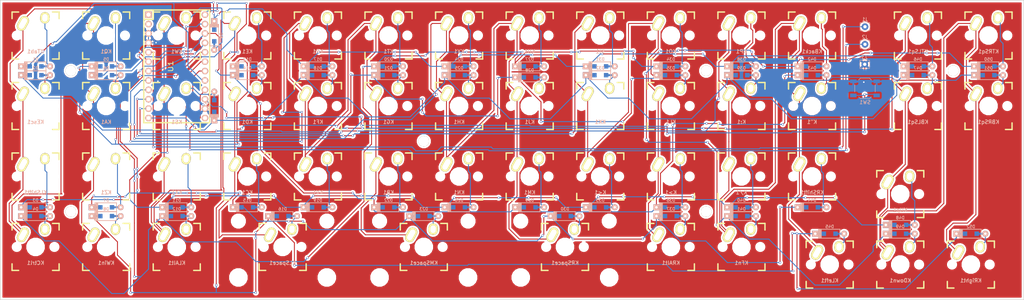
<source format=kicad_pcb>
(kicad_pcb (version 4) (host pcbnew 4.0.7)
  (layers (0 F.Cu signal) (31 B.Cu signal) (34 B.Paste user) (35 F.Paste user) (36 B.SilkS user) (37 F.SilkS user) (38 B.Mask user) (39 F.Mask user) (44 Edge.Cuts user))
  (net 0 "")
  (net 1 "Net-(D1-Pad2)")
  (net 2 /row0)
  (net 3 "Net-(D2-Pad2)")
  (net 4 /row1)
  (net 5 "Net-(D3-Pad2)")
  (net 6 /row2)
  (net 7 "Net-(D4-Pad2)")
  (net 8 /row3)
  (net 9 "Net-(D5-Pad2)")
  (net 10 /row4)
  (net 11 "Net-(D6-Pad2)")
  (net 12 /row5)
  (net 13 "Net-(D7-Pad2)")
  (net 14 /row6)
  (net 15 "Net-(D8-Pad2)")
  (net 16 "Net-(D9-Pad2)")
  (net 17 "Net-(D10-Pad2)")
  (net 18 "Net-(D11-Pad2)")
  (net 19 "Net-(D12-Pad2)")
  (net 20 "Net-(D13-Pad2)")
  (net 21 "Net-(D14-Pad2)")
  (net 22 "Net-(D15-Pad2)")
  (net 23 "Net-(D16-Pad2)")
  (net 24 "Net-(D17-Pad2)")
  (net 25 "Net-(D18-Pad2)")
  (net 26 "Net-(D19-Pad2)")
  (net 27 "Net-(D20-Pad2)")
  (net 28 "Net-(D21-Pad2)")
  (net 29 "Net-(D22-Pad2)")
  (net 30 "Net-(D23-Pad2)")
  (net 31 "Net-(D24-Pad2)")
  (net 32 "Net-(D25-Pad2)")
  (net 33 "Net-(D26-Pad2)")
  (net 34 "Net-(D27-Pad2)")
  (net 35 "Net-(D28-Pad2)")
  (net 36 "Net-(D29-Pad2)")
  (net 37 "Net-(D30-Pad2)")
  (net 38 "Net-(D31-Pad2)")
  (net 39 "Net-(D32-Pad2)")
  (net 40 "Net-(D33-Pad2)")
  (net 41 "Net-(D34-Pad2)")
  (net 42 "Net-(D35-Pad2)")
  (net 43 "Net-(D36-Pad2)")
  (net 44 "Net-(D37-Pad2)")
  (net 45 "Net-(D38-Pad2)")
  (net 46 "Net-(D39-Pad2)")
  (net 47 "Net-(D40-Pad2)")
  (net 48 "Net-(D41-Pad2)")
  (net 49 "Net-(D42-Pad2)")
  (net 50 "Net-(D43-Pad2)")
  (net 51 "Net-(D44-Pad2)")
  (net 52 "Net-(D45-Pad2)")
  (net 53 "Net-(D46-Pad2)")
  (net 54 "Net-(D47-Pad2)")
  (net 55 "Net-(D48-Pad2)")
  (net 56 "Net-(D49-Pad2)")
  (net 57 "Net-(D50-Pad2)")
  (net 58 "Net-(D51-Pad2)")
  (net 59 "Net-(D52-Pad2)")
  (net 60 /col5)
  (net 61 /col4)
  (net 62 /col0)
  (net 63 /col2)
  (net 64 /col6)
  (net 65 /col1)
  (net 66 /col3)
  (net 67 VCC)
  (net 68 GND)
  (net 69 "Net-(SW1-Pad1)")
  (net 70 "Net-(U1-Pad1)")
  (net 71 "Net-(U1-Pad2)")
  (net 72 "Net-(U1-Pad24)")
  (net 73 /row7)
  (net 74 /RGB)
  (module keyboard_parts:D_SOD123_axial (layer B.Cu) (at 19.05 48.8156)
    (fp_text reference D1 (at 0 -1.925) (layer B.SilkS) (effects (font (size 0.8 0.8)) (justify mirror)))
    (fp_text value D hide)
    (pad 2 smd rect (at 1.575 0) (size 1.2 1.2) (layers B.Cu B.Paste B.Mask) (net 1 "Net-(D1-Pad2)"))
    (pad 1 smd rect (at -1.575 0) (size 1.2 1.2) (layers B.Cu B.Paste B.Mask) (net 2 /row0))
    (pad 1 thru_hole rect (at -3.9 0) (size 1.6 1.6) (drill 0.7) (layers *.Cu *.Mask B.SilkS) (net 2 /row0))
    (pad 2 thru_hole circle (at 3.9 0) (size 1.6 1.6) (drill 0.7) (layers *.Cu *.Mask B.SilkS) (net 1 "Net-(D1-Pad2)"))
    (pad 1 smd rect (at -2.7 0) (size 2.5 0.5) (layers B.Cu) (net 2 /row0))
    (pad 2 smd rect (at 2.7 0) (size 2.5 0.5) (layers B.Cu) (net 1 "Net-(D1-Pad2)"))
  )
  (module keyboard_parts:D_SOD123_axial (layer B.Cu) (at 19.05 51.1969)
    (fp_text reference D2 (at 0 -1.925) (layer B.SilkS) (effects (font (size 0.8 0.8)) (justify mirror)))
    (fp_text value D hide)
    (pad 2 smd rect (at 1.575 0) (size 1.2 1.2) (layers B.Cu B.Paste B.Mask) (net 3 "Net-(D2-Pad2)"))
    (pad 1 smd rect (at -1.575 0) (size 1.2 1.2) (layers B.Cu B.Paste B.Mask) (net 4 /row1))
    (pad 1 thru_hole rect (at -3.9 0) (size 1.6 1.6) (drill 0.7) (layers *.Cu *.Mask B.SilkS) (net 4 /row1))
    (pad 2 thru_hole circle (at 3.9 0) (size 1.6 1.6) (drill 0.7) (layers *.Cu *.Mask B.SilkS) (net 3 "Net-(D2-Pad2)"))
    (pad 1 smd rect (at -2.7 0) (size 2.5 0.5) (layers B.Cu) (net 4 /row1))
    (pad 2 smd rect (at 2.7 0) (size 2.5 0.5) (layers B.Cu) (net 3 "Net-(D2-Pad2)"))
  )
  (module keyboard_parts:D_SOD123_axial (layer B.Cu) (at 19.05 86.9156)
    (fp_text reference D3 (at 0 -1.925) (layer B.SilkS) (effects (font (size 0.8 0.8)) (justify mirror)))
    (fp_text value D hide)
    (pad 2 smd rect (at 1.575 0) (size 1.2 1.2) (layers B.Cu B.Paste B.Mask) (net 5 "Net-(D3-Pad2)"))
    (pad 1 smd rect (at -1.575 0) (size 1.2 1.2) (layers B.Cu B.Paste B.Mask) (net 6 /row2))
    (pad 1 thru_hole rect (at -3.9 0) (size 1.6 1.6) (drill 0.7) (layers *.Cu *.Mask B.SilkS) (net 6 /row2))
    (pad 2 thru_hole circle (at 3.9 0) (size 1.6 1.6) (drill 0.7) (layers *.Cu *.Mask B.SilkS) (net 5 "Net-(D3-Pad2)"))
    (pad 1 smd rect (at -2.7 0) (size 2.5 0.5) (layers B.Cu) (net 6 /row2))
    (pad 2 smd rect (at 2.7 0) (size 2.5 0.5) (layers B.Cu) (net 5 "Net-(D3-Pad2)"))
  )
  (module keyboard_parts:D_SOD123_axial (layer B.Cu) (at 19.05 89.2969)
    (fp_text reference D4 (at 0 -1.925) (layer B.SilkS) (effects (font (size 0.8 0.8)) (justify mirror)))
    (fp_text value D hide)
    (pad 2 smd rect (at 1.575 0) (size 1.2 1.2) (layers B.Cu B.Paste B.Mask) (net 7 "Net-(D4-Pad2)"))
    (pad 1 smd rect (at -1.575 0) (size 1.2 1.2) (layers B.Cu B.Paste B.Mask) (net 8 /row3))
    (pad 1 thru_hole rect (at -3.9 0) (size 1.6 1.6) (drill 0.7) (layers *.Cu *.Mask B.SilkS) (net 8 /row3))
    (pad 2 thru_hole circle (at 3.9 0) (size 1.6 1.6) (drill 0.7) (layers *.Cu *.Mask B.SilkS) (net 7 "Net-(D4-Pad2)"))
    (pad 1 smd rect (at -2.7 0) (size 2.5 0.5) (layers B.Cu) (net 8 /row3))
    (pad 2 smd rect (at 2.7 0) (size 2.5 0.5) (layers B.Cu) (net 7 "Net-(D4-Pad2)"))
  )
  (module keyboard_parts:D_SOD123_axial (layer B.Cu) (at 38.1 48.8156)
    (fp_text reference D5 (at 0 -1.925) (layer B.SilkS) (effects (font (size 0.8 0.8)) (justify mirror)))
    (fp_text value D hide)
    (pad 2 smd rect (at 1.575 0) (size 1.2 1.2) (layers B.Cu B.Paste B.Mask) (net 9 "Net-(D5-Pad2)"))
    (pad 1 smd rect (at -1.575 0) (size 1.2 1.2) (layers B.Cu B.Paste B.Mask) (net 10 /row4))
    (pad 1 thru_hole rect (at -3.9 0) (size 1.6 1.6) (drill 0.7) (layers *.Cu *.Mask B.SilkS) (net 10 /row4))
    (pad 2 thru_hole circle (at 3.9 0) (size 1.6 1.6) (drill 0.7) (layers *.Cu *.Mask B.SilkS) (net 9 "Net-(D5-Pad2)"))
    (pad 1 smd rect (at -2.7 0) (size 2.5 0.5) (layers B.Cu) (net 10 /row4))
    (pad 2 smd rect (at 2.7 0) (size 2.5 0.5) (layers B.Cu) (net 9 "Net-(D5-Pad2)"))
  )
  (module keyboard_parts:D_SOD123_axial (layer B.Cu) (at 38.1 51.1969)
    (fp_text reference D6 (at 0 -1.925) (layer B.SilkS) (effects (font (size 0.8 0.8)) (justify mirror)))
    (fp_text value D hide)
    (pad 2 smd rect (at 1.575 0) (size 1.2 1.2) (layers B.Cu B.Paste B.Mask) (net 11 "Net-(D6-Pad2)"))
    (pad 1 smd rect (at -1.575 0) (size 1.2 1.2) (layers B.Cu B.Paste B.Mask) (net 12 /row5))
    (pad 1 thru_hole rect (at -3.9 0) (size 1.6 1.6) (drill 0.7) (layers *.Cu *.Mask B.SilkS) (net 12 /row5))
    (pad 2 thru_hole circle (at 3.9 0) (size 1.6 1.6) (drill 0.7) (layers *.Cu *.Mask B.SilkS) (net 11 "Net-(D6-Pad2)"))
    (pad 1 smd rect (at -2.7 0) (size 2.5 0.5) (layers B.Cu) (net 12 /row5))
    (pad 2 smd rect (at 2.7 0) (size 2.5 0.5) (layers B.Cu) (net 11 "Net-(D6-Pad2)"))
  )
  (module keyboard_parts:D_SOD123_axial (layer B.Cu) (at 38.1 86.9156)
    (fp_text reference D7 (at 0 -1.925) (layer B.SilkS) (effects (font (size 0.8 0.8)) (justify mirror)))
    (fp_text value D hide)
    (pad 2 smd rect (at 1.575 0) (size 1.2 1.2) (layers B.Cu B.Paste B.Mask) (net 13 "Net-(D7-Pad2)"))
    (pad 1 smd rect (at -1.575 0) (size 1.2 1.2) (layers B.Cu B.Paste B.Mask) (net 14 /row6))
    (pad 1 thru_hole rect (at -3.9 0) (size 1.6 1.6) (drill 0.7) (layers *.Cu *.Mask B.SilkS) (net 14 /row6))
    (pad 2 thru_hole circle (at 3.9 0) (size 1.6 1.6) (drill 0.7) (layers *.Cu *.Mask B.SilkS) (net 13 "Net-(D7-Pad2)"))
    (pad 1 smd rect (at -2.7 0) (size 2.5 0.5) (layers B.Cu) (net 14 /row6))
    (pad 2 smd rect (at 2.7 0) (size 2.5 0.5) (layers B.Cu) (net 13 "Net-(D7-Pad2)"))
  )
  (module keyboard_parts:D_SOD123_axial (layer B.Cu) (at 38.1 89.2969)
    (fp_text reference D8 (at 0 -1.925) (layer B.SilkS) (effects (font (size 0.8 0.8)) (justify mirror)))
    (fp_text value D hide)
    (pad 2 smd rect (at 1.575 0) (size 1.2 1.2) (layers B.Cu B.Paste B.Mask) (net 15 "Net-(D8-Pad2)"))
    (pad 1 smd rect (at -1.575 0) (size 1.2 1.2) (layers B.Cu B.Paste B.Mask) (net 73 /row7))
    (pad 1 thru_hole rect (at -3.9 0) (size 1.6 1.6) (drill 0.7) (layers *.Cu *.Mask B.SilkS) (net 73 /row7))
    (pad 2 thru_hole circle (at 3.9 0) (size 1.6 1.6) (drill 0.7) (layers *.Cu *.Mask B.SilkS) (net 15 "Net-(D8-Pad2)"))
    (pad 1 smd rect (at -2.7 0) (size 2.5 0.5) (layers B.Cu) (net 73 /row7))
    (pad 2 smd rect (at 2.7 0) (size 2.5 0.5) (layers B.Cu) (net 15 "Net-(D8-Pad2)"))
  )
  (module keyboard_parts:D_SOD123_axial (layer B.Cu) (at 67.2703 40.4812 270)
    (fp_text reference D9 (at 0 -1.925 270) (layer B.SilkS) (effects (font (size 0.8 0.8)) (justify mirror)))
    (fp_text value D hide)
    (pad 2 smd rect (at 1.575 0 270) (size 1.2 1.2) (layers B.Cu B.Paste B.Mask) (net 16 "Net-(D9-Pad2)"))
    (pad 1 smd rect (at -1.575 0 270) (size 1.2 1.2) (layers B.Cu B.Paste B.Mask) (net 2 /row0))
    (pad 1 thru_hole rect (at -3.9 0 270) (size 1.6 1.6) (drill 0.7) (layers *.Cu *.Mask B.SilkS) (net 2 /row0))
    (pad 2 thru_hole circle (at 3.9 0 270) (size 1.6 1.6) (drill 0.7) (layers *.Cu *.Mask B.SilkS) (net 16 "Net-(D9-Pad2)"))
    (pad 1 smd rect (at -2.7 0 270) (size 2.5 0.5) (layers B.Cu) (net 2 /row0))
    (pad 2 smd rect (at 2.7 0 270) (size 2.5 0.5) (layers B.Cu) (net 16 "Net-(D9-Pad2)"))
  )
  (module keyboard_parts:D_SOD123_axial (layer B.Cu) (at 67.2703 59.5312 90)
    (fp_text reference D10 (at 0 -1.925 90) (layer B.SilkS) (effects (font (size 0.8 0.8)) (justify mirror)))
    (fp_text value D hide)
    (pad 2 smd rect (at 1.575 0 90) (size 1.2 1.2) (layers B.Cu B.Paste B.Mask) (net 17 "Net-(D10-Pad2)"))
    (pad 1 smd rect (at -1.575 0 90) (size 1.2 1.2) (layers B.Cu B.Paste B.Mask) (net 4 /row1))
    (pad 1 thru_hole rect (at -3.9 0 90) (size 1.6 1.6) (drill 0.7) (layers *.Cu *.Mask B.SilkS) (net 4 /row1))
    (pad 2 thru_hole circle (at 3.9 0 90) (size 1.6 1.6) (drill 0.7) (layers *.Cu *.Mask B.SilkS) (net 17 "Net-(D10-Pad2)"))
    (pad 1 smd rect (at -2.7 0 90) (size 2.5 0.5) (layers B.Cu) (net 4 /row1))
    (pad 2 smd rect (at 2.7 0 90) (size 2.5 0.5) (layers B.Cu) (net 17 "Net-(D10-Pad2)"))
  )
  (module keyboard_parts:D_SOD123_axial (layer B.Cu) (at 57.15 86.9156)
    (fp_text reference D11 (at 0 -1.925) (layer B.SilkS) (effects (font (size 0.8 0.8)) (justify mirror)))
    (fp_text value D hide)
    (pad 2 smd rect (at 1.575 0) (size 1.2 1.2) (layers B.Cu B.Paste B.Mask) (net 18 "Net-(D11-Pad2)"))
    (pad 1 smd rect (at -1.575 0) (size 1.2 1.2) (layers B.Cu B.Paste B.Mask) (net 6 /row2))
    (pad 1 thru_hole rect (at -3.9 0) (size 1.6 1.6) (drill 0.7) (layers *.Cu *.Mask B.SilkS) (net 6 /row2))
    (pad 2 thru_hole circle (at 3.9 0) (size 1.6 1.6) (drill 0.7) (layers *.Cu *.Mask B.SilkS) (net 18 "Net-(D11-Pad2)"))
    (pad 1 smd rect (at -2.7 0) (size 2.5 0.5) (layers B.Cu) (net 6 /row2))
    (pad 2 smd rect (at 2.7 0) (size 2.5 0.5) (layers B.Cu) (net 18 "Net-(D11-Pad2)"))
  )
  (module keyboard_parts:D_SOD123_axial (layer B.Cu) (at 57.15 89.2969)
    (fp_text reference D12 (at 0 -1.925) (layer B.SilkS) (effects (font (size 0.8 0.8)) (justify mirror)))
    (fp_text value D hide)
    (pad 2 smd rect (at 1.575 0) (size 1.2 1.2) (layers B.Cu B.Paste B.Mask) (net 19 "Net-(D12-Pad2)"))
    (pad 1 smd rect (at -1.575 0) (size 1.2 1.2) (layers B.Cu B.Paste B.Mask) (net 8 /row3))
    (pad 1 thru_hole rect (at -3.9 0) (size 1.6 1.6) (drill 0.7) (layers *.Cu *.Mask B.SilkS) (net 8 /row3))
    (pad 2 thru_hole circle (at 3.9 0) (size 1.6 1.6) (drill 0.7) (layers *.Cu *.Mask B.SilkS) (net 19 "Net-(D12-Pad2)"))
    (pad 1 smd rect (at -2.7 0) (size 2.5 0.5) (layers B.Cu) (net 8 /row3))
    (pad 2 smd rect (at 2.7 0) (size 2.5 0.5) (layers B.Cu) (net 19 "Net-(D12-Pad2)"))
  )
  (module keyboard_parts:D_SOD123_axial (layer B.Cu) (at 76.2 48.8156)
    (fp_text reference D13 (at 0 -1.925) (layer B.SilkS) (effects (font (size 0.8 0.8)) (justify mirror)))
    (fp_text value D hide)
    (pad 2 smd rect (at 1.575 0) (size 1.2 1.2) (layers B.Cu B.Paste B.Mask) (net 20 "Net-(D13-Pad2)"))
    (pad 1 smd rect (at -1.575 0) (size 1.2 1.2) (layers B.Cu B.Paste B.Mask) (net 10 /row4))
    (pad 1 thru_hole rect (at -3.9 0) (size 1.6 1.6) (drill 0.7) (layers *.Cu *.Mask B.SilkS) (net 10 /row4))
    (pad 2 thru_hole circle (at 3.9 0) (size 1.6 1.6) (drill 0.7) (layers *.Cu *.Mask B.SilkS) (net 20 "Net-(D13-Pad2)"))
    (pad 1 smd rect (at -2.7 0) (size 2.5 0.5) (layers B.Cu) (net 10 /row4))
    (pad 2 smd rect (at 2.7 0) (size 2.5 0.5) (layers B.Cu) (net 20 "Net-(D13-Pad2)"))
  )
  (module keyboard_parts:D_SOD123_axial (layer B.Cu) (at 76.2 51.1969)
    (fp_text reference D14 (at 0 -1.925) (layer B.SilkS) (effects (font (size 0.8 0.8)) (justify mirror)))
    (fp_text value D hide)
    (pad 2 smd rect (at 1.575 0) (size 1.2 1.2) (layers B.Cu B.Paste B.Mask) (net 21 "Net-(D14-Pad2)"))
    (pad 1 smd rect (at -1.575 0) (size 1.2 1.2) (layers B.Cu B.Paste B.Mask) (net 12 /row5))
    (pad 1 thru_hole rect (at -3.9 0) (size 1.6 1.6) (drill 0.7) (layers *.Cu *.Mask B.SilkS) (net 12 /row5))
    (pad 2 thru_hole circle (at 3.9 0) (size 1.6 1.6) (drill 0.7) (layers *.Cu *.Mask B.SilkS) (net 21 "Net-(D14-Pad2)"))
    (pad 1 smd rect (at -2.7 0) (size 2.5 0.5) (layers B.Cu) (net 12 /row5))
    (pad 2 smd rect (at 2.7 0) (size 2.5 0.5) (layers B.Cu) (net 21 "Net-(D14-Pad2)"))
  )
  (module keyboard_parts:D_SOD123_axial (layer B.Cu) (at 76.2 86.9156)
    (fp_text reference D15 (at 0 -1.925) (layer B.SilkS) (effects (font (size 0.8 0.8)) (justify mirror)))
    (fp_text value D hide)
    (pad 2 smd rect (at 1.575 0) (size 1.2 1.2) (layers B.Cu B.Paste B.Mask) (net 22 "Net-(D15-Pad2)"))
    (pad 1 smd rect (at -1.575 0) (size 1.2 1.2) (layers B.Cu B.Paste B.Mask) (net 14 /row6))
    (pad 1 thru_hole rect (at -3.9 0) (size 1.6 1.6) (drill 0.7) (layers *.Cu *.Mask B.SilkS) (net 14 /row6))
    (pad 2 thru_hole circle (at 3.9 0) (size 1.6 1.6) (drill 0.7) (layers *.Cu *.Mask B.SilkS) (net 22 "Net-(D15-Pad2)"))
    (pad 1 smd rect (at -2.7 0) (size 2.5 0.5) (layers B.Cu) (net 14 /row6))
    (pad 2 smd rect (at 2.7 0) (size 2.5 0.5) (layers B.Cu) (net 22 "Net-(D15-Pad2)"))
  )
  (module keyboard_parts:D_SOD123_axial (layer B.Cu) (at 85.725 89.2969)
    (fp_text reference D16 (at 0 -1.925) (layer B.SilkS) (effects (font (size 0.8 0.8)) (justify mirror)))
    (fp_text value D hide)
    (pad 2 smd rect (at 1.575 0) (size 1.2 1.2) (layers B.Cu B.Paste B.Mask) (net 23 "Net-(D16-Pad2)"))
    (pad 1 smd rect (at -1.575 0) (size 1.2 1.2) (layers B.Cu B.Paste B.Mask) (net 73 /row7))
    (pad 1 thru_hole rect (at -3.9 0) (size 1.6 1.6) (drill 0.7) (layers *.Cu *.Mask B.SilkS) (net 73 /row7))
    (pad 2 thru_hole circle (at 3.9 0) (size 1.6 1.6) (drill 0.7) (layers *.Cu *.Mask B.SilkS) (net 23 "Net-(D16-Pad2)"))
    (pad 1 smd rect (at -2.7 0) (size 2.5 0.5) (layers B.Cu) (net 73 /row7))
    (pad 2 smd rect (at 2.7 0) (size 2.5 0.5) (layers B.Cu) (net 23 "Net-(D16-Pad2)"))
  )
  (module keyboard_parts:D_SOD123_axial (layer B.Cu) (at 95.25 48.8156)
    (fp_text reference D17 (at 0 -1.925) (layer B.SilkS) (effects (font (size 0.8 0.8)) (justify mirror)))
    (fp_text value D hide)
    (pad 2 smd rect (at 1.575 0) (size 1.2 1.2) (layers B.Cu B.Paste B.Mask) (net 24 "Net-(D17-Pad2)"))
    (pad 1 smd rect (at -1.575 0) (size 1.2 1.2) (layers B.Cu B.Paste B.Mask) (net 2 /row0))
    (pad 1 thru_hole rect (at -3.9 0) (size 1.6 1.6) (drill 0.7) (layers *.Cu *.Mask B.SilkS) (net 2 /row0))
    (pad 2 thru_hole circle (at 3.9 0) (size 1.6 1.6) (drill 0.7) (layers *.Cu *.Mask B.SilkS) (net 24 "Net-(D17-Pad2)"))
    (pad 1 smd rect (at -2.7 0) (size 2.5 0.5) (layers B.Cu) (net 2 /row0))
    (pad 2 smd rect (at 2.7 0) (size 2.5 0.5) (layers B.Cu) (net 24 "Net-(D17-Pad2)"))
  )
  (module keyboard_parts:D_SOD123_axial (layer B.Cu) (at 95.25 51.1969)
    (fp_text reference D18 (at 0 -1.925) (layer B.SilkS) (effects (font (size 0.8 0.8)) (justify mirror)))
    (fp_text value D hide)
    (pad 2 smd rect (at 1.575 0) (size 1.2 1.2) (layers B.Cu B.Paste B.Mask) (net 25 "Net-(D18-Pad2)"))
    (pad 1 smd rect (at -1.575 0) (size 1.2 1.2) (layers B.Cu B.Paste B.Mask) (net 4 /row1))
    (pad 1 thru_hole rect (at -3.9 0) (size 1.6 1.6) (drill 0.7) (layers *.Cu *.Mask B.SilkS) (net 4 /row1))
    (pad 2 thru_hole circle (at 3.9 0) (size 1.6 1.6) (drill 0.7) (layers *.Cu *.Mask B.SilkS) (net 25 "Net-(D18-Pad2)"))
    (pad 1 smd rect (at -2.7 0) (size 2.5 0.5) (layers B.Cu) (net 4 /row1))
    (pad 2 smd rect (at 2.7 0) (size 2.5 0.5) (layers B.Cu) (net 25 "Net-(D18-Pad2)"))
  )
  (module keyboard_parts:D_SOD123_axial (layer B.Cu) (at 95.25 86.9156)
    (fp_text reference D19 (at 0 -1.925) (layer B.SilkS) (effects (font (size 0.8 0.8)) (justify mirror)))
    (fp_text value D hide)
    (pad 2 smd rect (at 1.575 0) (size 1.2 1.2) (layers B.Cu B.Paste B.Mask) (net 26 "Net-(D19-Pad2)"))
    (pad 1 smd rect (at -1.575 0) (size 1.2 1.2) (layers B.Cu B.Paste B.Mask) (net 6 /row2))
    (pad 1 thru_hole rect (at -3.9 0) (size 1.6 1.6) (drill 0.7) (layers *.Cu *.Mask B.SilkS) (net 6 /row2))
    (pad 2 thru_hole circle (at 3.9 0) (size 1.6 1.6) (drill 0.7) (layers *.Cu *.Mask B.SilkS) (net 26 "Net-(D19-Pad2)"))
    (pad 1 smd rect (at -2.7 0) (size 2.5 0.5) (layers B.Cu) (net 6 /row2))
    (pad 2 smd rect (at 2.7 0) (size 2.5 0.5) (layers B.Cu) (net 26 "Net-(D19-Pad2)"))
  )
  (module keyboard_parts:D_SOD123_axial (layer B.Cu) (at 114.3 48.8156)
    (fp_text reference D20 (at 0 -1.925) (layer B.SilkS) (effects (font (size 0.8 0.8)) (justify mirror)))
    (fp_text value D hide)
    (pad 2 smd rect (at 1.575 0) (size 1.2 1.2) (layers B.Cu B.Paste B.Mask) (net 27 "Net-(D20-Pad2)"))
    (pad 1 smd rect (at -1.575 0) (size 1.2 1.2) (layers B.Cu B.Paste B.Mask) (net 8 /row3))
    (pad 1 thru_hole rect (at -3.9 0) (size 1.6 1.6) (drill 0.7) (layers *.Cu *.Mask B.SilkS) (net 8 /row3))
    (pad 2 thru_hole circle (at 3.9 0) (size 1.6 1.6) (drill 0.7) (layers *.Cu *.Mask B.SilkS) (net 27 "Net-(D20-Pad2)"))
    (pad 1 smd rect (at -2.7 0) (size 2.5 0.5) (layers B.Cu) (net 8 /row3))
    (pad 2 smd rect (at 2.7 0) (size 2.5 0.5) (layers B.Cu) (net 27 "Net-(D20-Pad2)"))
  )
  (module keyboard_parts:D_SOD123_axial (layer B.Cu) (at 114.3 51.1969)
    (fp_text reference D21 (at 0 -1.925) (layer B.SilkS) (effects (font (size 0.8 0.8)) (justify mirror)))
    (fp_text value D hide)
    (pad 2 smd rect (at 1.575 0) (size 1.2 1.2) (layers B.Cu B.Paste B.Mask) (net 28 "Net-(D21-Pad2)"))
    (pad 1 smd rect (at -1.575 0) (size 1.2 1.2) (layers B.Cu B.Paste B.Mask) (net 10 /row4))
    (pad 1 thru_hole rect (at -3.9 0) (size 1.6 1.6) (drill 0.7) (layers *.Cu *.Mask B.SilkS) (net 10 /row4))
    (pad 2 thru_hole circle (at 3.9 0) (size 1.6 1.6) (drill 0.7) (layers *.Cu *.Mask B.SilkS) (net 28 "Net-(D21-Pad2)"))
    (pad 1 smd rect (at -2.7 0) (size 2.5 0.5) (layers B.Cu) (net 10 /row4))
    (pad 2 smd rect (at 2.7 0) (size 2.5 0.5) (layers B.Cu) (net 28 "Net-(D21-Pad2)"))
  )
  (module keyboard_parts:D_SOD123_axial (layer B.Cu) (at 114.3 86.9156)
    (fp_text reference D22 (at 0 -1.925) (layer B.SilkS) (effects (font (size 0.8 0.8)) (justify mirror)))
    (fp_text value D hide)
    (pad 2 smd rect (at 1.575 0) (size 1.2 1.2) (layers B.Cu B.Paste B.Mask) (net 29 "Net-(D22-Pad2)"))
    (pad 1 smd rect (at -1.575 0) (size 1.2 1.2) (layers B.Cu B.Paste B.Mask) (net 12 /row5))
    (pad 1 thru_hole rect (at -3.9 0) (size 1.6 1.6) (drill 0.7) (layers *.Cu *.Mask B.SilkS) (net 12 /row5))
    (pad 2 thru_hole circle (at 3.9 0) (size 1.6 1.6) (drill 0.7) (layers *.Cu *.Mask B.SilkS) (net 29 "Net-(D22-Pad2)"))
    (pad 1 smd rect (at -2.7 0) (size 2.5 0.5) (layers B.Cu) (net 12 /row5))
    (pad 2 smd rect (at 2.7 0) (size 2.5 0.5) (layers B.Cu) (net 29 "Net-(D22-Pad2)"))
  )
  (module keyboard_parts:D_SOD123_axial (layer B.Cu) (at 123.825 89.2969)
    (fp_text reference D23 (at 0 -1.925) (layer B.SilkS) (effects (font (size 0.8 0.8)) (justify mirror)))
    (fp_text value D hide)
    (pad 2 smd rect (at 1.575 0) (size 1.2 1.2) (layers B.Cu B.Paste B.Mask) (net 30 "Net-(D23-Pad2)"))
    (pad 1 smd rect (at -1.575 0) (size 1.2 1.2) (layers B.Cu B.Paste B.Mask) (net 14 /row6))
    (pad 1 thru_hole rect (at -3.9 0) (size 1.6 1.6) (drill 0.7) (layers *.Cu *.Mask B.SilkS) (net 14 /row6))
    (pad 2 thru_hole circle (at 3.9 0) (size 1.6 1.6) (drill 0.7) (layers *.Cu *.Mask B.SilkS) (net 30 "Net-(D23-Pad2)"))
    (pad 1 smd rect (at -2.7 0) (size 2.5 0.5) (layers B.Cu) (net 14 /row6))
    (pad 2 smd rect (at 2.7 0) (size 2.5 0.5) (layers B.Cu) (net 30 "Net-(D23-Pad2)"))
  )
  (module keyboard_parts:D_SOD123_axial (layer B.Cu) (at 133.35 48.8156)
    (fp_text reference D24 (at 0 -1.925) (layer B.SilkS) (effects (font (size 0.8 0.8)) (justify mirror)))
    (fp_text value D hide)
    (pad 2 smd rect (at 1.575 0) (size 1.2 1.2) (layers B.Cu B.Paste B.Mask) (net 31 "Net-(D24-Pad2)"))
    (pad 1 smd rect (at -1.575 0) (size 1.2 1.2) (layers B.Cu B.Paste B.Mask) (net 2 /row0))
    (pad 1 thru_hole rect (at -3.9 0) (size 1.6 1.6) (drill 0.7) (layers *.Cu *.Mask B.SilkS) (net 2 /row0))
    (pad 2 thru_hole circle (at 3.9 0) (size 1.6 1.6) (drill 0.7) (layers *.Cu *.Mask B.SilkS) (net 31 "Net-(D24-Pad2)"))
    (pad 1 smd rect (at -2.7 0) (size 2.5 0.5) (layers B.Cu) (net 2 /row0))
    (pad 2 smd rect (at 2.7 0) (size 2.5 0.5) (layers B.Cu) (net 31 "Net-(D24-Pad2)"))
  )
  (module keyboard_parts:D_SOD123_axial (layer B.Cu) (at 133.35 51.1969)
    (fp_text reference D25 (at 0 -1.925) (layer B.SilkS) (effects (font (size 0.8 0.8)) (justify mirror)))
    (fp_text value D hide)
    (pad 2 smd rect (at 1.575 0) (size 1.2 1.2) (layers B.Cu B.Paste B.Mask) (net 32 "Net-(D25-Pad2)"))
    (pad 1 smd rect (at -1.575 0) (size 1.2 1.2) (layers B.Cu B.Paste B.Mask) (net 4 /row1))
    (pad 1 thru_hole rect (at -3.9 0) (size 1.6 1.6) (drill 0.7) (layers *.Cu *.Mask B.SilkS) (net 4 /row1))
    (pad 2 thru_hole circle (at 3.9 0) (size 1.6 1.6) (drill 0.7) (layers *.Cu *.Mask B.SilkS) (net 32 "Net-(D25-Pad2)"))
    (pad 1 smd rect (at -2.7 0) (size 2.5 0.5) (layers B.Cu) (net 4 /row1))
    (pad 2 smd rect (at 2.7 0) (size 2.5 0.5) (layers B.Cu) (net 32 "Net-(D25-Pad2)"))
  )
  (module keyboard_parts:D_SOD123_axial (layer B.Cu) (at 133.35 86.9156)
    (fp_text reference D26 (at 0 -1.925) (layer B.SilkS) (effects (font (size 0.8 0.8)) (justify mirror)))
    (fp_text value D hide)
    (pad 2 smd rect (at 1.575 0) (size 1.2 1.2) (layers B.Cu B.Paste B.Mask) (net 33 "Net-(D26-Pad2)"))
    (pad 1 smd rect (at -1.575 0) (size 1.2 1.2) (layers B.Cu B.Paste B.Mask) (net 6 /row2))
    (pad 1 thru_hole rect (at -3.9 0) (size 1.6 1.6) (drill 0.7) (layers *.Cu *.Mask B.SilkS) (net 6 /row2))
    (pad 2 thru_hole circle (at 3.9 0) (size 1.6 1.6) (drill 0.7) (layers *.Cu *.Mask B.SilkS) (net 33 "Net-(D26-Pad2)"))
    (pad 1 smd rect (at -2.7 0) (size 2.5 0.5) (layers B.Cu) (net 6 /row2))
    (pad 2 smd rect (at 2.7 0) (size 2.5 0.5) (layers B.Cu) (net 33 "Net-(D26-Pad2)"))
  )
  (module keyboard_parts:D_SOD123_axial (layer B.Cu) (at 152.4 48.8156)
    (fp_text reference D27 (at 0 -1.925) (layer B.SilkS) (effects (font (size 0.8 0.8)) (justify mirror)))
    (fp_text value D hide)
    (pad 2 smd rect (at 1.575 0) (size 1.2 1.2) (layers B.Cu B.Paste B.Mask) (net 34 "Net-(D27-Pad2)"))
    (pad 1 smd rect (at -1.575 0) (size 1.2 1.2) (layers B.Cu B.Paste B.Mask) (net 8 /row3))
    (pad 1 thru_hole rect (at -3.9 0) (size 1.6 1.6) (drill 0.7) (layers *.Cu *.Mask B.SilkS) (net 8 /row3))
    (pad 2 thru_hole circle (at 3.9 0) (size 1.6 1.6) (drill 0.7) (layers *.Cu *.Mask B.SilkS) (net 34 "Net-(D27-Pad2)"))
    (pad 1 smd rect (at -2.7 0) (size 2.5 0.5) (layers B.Cu) (net 8 /row3))
    (pad 2 smd rect (at 2.7 0) (size 2.5 0.5) (layers B.Cu) (net 34 "Net-(D27-Pad2)"))
  )
  (module keyboard_parts:D_SOD123_axial (layer B.Cu) (at 152.4 51.7922)
    (fp_text reference D28 (at 0 -1.925) (layer B.SilkS) (effects (font (size 0.8 0.8)) (justify mirror)))
    (fp_text value D hide)
    (pad 2 smd rect (at 1.575 0) (size 1.2 1.2) (layers B.Cu B.Paste B.Mask) (net 35 "Net-(D28-Pad2)"))
    (pad 1 smd rect (at -1.575 0) (size 1.2 1.2) (layers B.Cu B.Paste B.Mask) (net 10 /row4))
    (pad 1 thru_hole rect (at -3.9 0) (size 1.6 1.6) (drill 0.7) (layers *.Cu *.Mask B.SilkS) (net 10 /row4))
    (pad 2 thru_hole circle (at 3.9 0) (size 1.6 1.6) (drill 0.7) (layers *.Cu *.Mask B.SilkS) (net 35 "Net-(D28-Pad2)"))
    (pad 1 smd rect (at -2.7 0) (size 2.5 0.5) (layers B.Cu) (net 10 /row4))
    (pad 2 smd rect (at 2.7 0) (size 2.5 0.5) (layers B.Cu) (net 35 "Net-(D28-Pad2)"))
  )
  (module keyboard_parts:D_SOD123_axial (layer B.Cu) (at 152.4 86.9156)
    (fp_text reference D29 (at 0 -1.925) (layer B.SilkS) (effects (font (size 0.8 0.8)) (justify mirror)))
    (fp_text value D hide)
    (pad 2 smd rect (at 1.575 0) (size 1.2 1.2) (layers B.Cu B.Paste B.Mask) (net 36 "Net-(D29-Pad2)"))
    (pad 1 smd rect (at -1.575 0) (size 1.2 1.2) (layers B.Cu B.Paste B.Mask) (net 12 /row5))
    (pad 1 thru_hole rect (at -3.9 0) (size 1.6 1.6) (drill 0.7) (layers *.Cu *.Mask B.SilkS) (net 12 /row5))
    (pad 2 thru_hole circle (at 3.9 0) (size 1.6 1.6) (drill 0.7) (layers *.Cu *.Mask B.SilkS) (net 36 "Net-(D29-Pad2)"))
    (pad 1 smd rect (at -2.7 0) (size 2.5 0.5) (layers B.Cu) (net 12 /row5))
    (pad 2 smd rect (at 2.7 0) (size 2.5 0.5) (layers B.Cu) (net 36 "Net-(D29-Pad2)"))
  )
  (module keyboard_parts:D_SOD123_axial (layer B.Cu) (at 161.925 89.2969)
    (fp_text reference D30 (at 0 -1.925) (layer B.SilkS) (effects (font (size 0.8 0.8)) (justify mirror)))
    (fp_text value D hide)
    (pad 2 smd rect (at 1.575 0) (size 1.2 1.2) (layers B.Cu B.Paste B.Mask) (net 37 "Net-(D30-Pad2)"))
    (pad 1 smd rect (at -1.575 0) (size 1.2 1.2) (layers B.Cu B.Paste B.Mask) (net 14 /row6))
    (pad 1 thru_hole rect (at -3.9 0) (size 1.6 1.6) (drill 0.7) (layers *.Cu *.Mask B.SilkS) (net 14 /row6))
    (pad 2 thru_hole circle (at 3.9 0) (size 1.6 1.6) (drill 0.7) (layers *.Cu *.Mask B.SilkS) (net 37 "Net-(D30-Pad2)"))
    (pad 1 smd rect (at -2.7 0) (size 2.5 0.5) (layers B.Cu) (net 14 /row6))
    (pad 2 smd rect (at 2.7 0) (size 2.5 0.5) (layers B.Cu) (net 37 "Net-(D30-Pad2)"))
  )
  (module keyboard_parts:D_SOD123_axial (layer B.Cu) (at 171.45 48.8156)
    (fp_text reference D31 (at 0 -1.925) (layer B.SilkS) (effects (font (size 0.8 0.8)) (justify mirror)))
    (fp_text value D hide)
    (pad 2 smd rect (at 1.575 0) (size 1.2 1.2) (layers B.Cu B.Paste B.Mask) (net 38 "Net-(D31-Pad2)"))
    (pad 1 smd rect (at -1.575 0) (size 1.2 1.2) (layers B.Cu B.Paste B.Mask) (net 2 /row0))
    (pad 1 thru_hole rect (at -3.9 0) (size 1.6 1.6) (drill 0.7) (layers *.Cu *.Mask B.SilkS) (net 2 /row0))
    (pad 2 thru_hole circle (at 3.9 0) (size 1.6 1.6) (drill 0.7) (layers *.Cu *.Mask B.SilkS) (net 38 "Net-(D31-Pad2)"))
    (pad 1 smd rect (at -2.7 0) (size 2.5 0.5) (layers B.Cu) (net 2 /row0))
    (pad 2 smd rect (at 2.7 0) (size 2.5 0.5) (layers B.Cu) (net 38 "Net-(D31-Pad2)"))
  )
  (module keyboard_parts:D_SOD123_axial (layer B.Cu) (at 171.45 51.1969)
    (fp_text reference D32 (at 0 -1.925) (layer B.SilkS) (effects (font (size 0.8 0.8)) (justify mirror)))
    (fp_text value D hide)
    (pad 2 smd rect (at 1.575 0) (size 1.2 1.2) (layers B.Cu B.Paste B.Mask) (net 39 "Net-(D32-Pad2)"))
    (pad 1 smd rect (at -1.575 0) (size 1.2 1.2) (layers B.Cu B.Paste B.Mask) (net 4 /row1))
    (pad 1 thru_hole rect (at -3.9 0) (size 1.6 1.6) (drill 0.7) (layers *.Cu *.Mask B.SilkS) (net 4 /row1))
    (pad 2 thru_hole circle (at 3.9 0) (size 1.6 1.6) (drill 0.7) (layers *.Cu *.Mask B.SilkS) (net 39 "Net-(D32-Pad2)"))
    (pad 1 smd rect (at -2.7 0) (size 2.5 0.5) (layers B.Cu) (net 4 /row1))
    (pad 2 smd rect (at 2.7 0) (size 2.5 0.5) (layers B.Cu) (net 39 "Net-(D32-Pad2)"))
  )
  (module keyboard_parts:D_SOD123_axial (layer B.Cu) (at 171.45 86.9156)
    (fp_text reference D33 (at 0 -1.925) (layer B.SilkS) (effects (font (size 0.8 0.8)) (justify mirror)))
    (fp_text value D hide)
    (pad 2 smd rect (at 1.575 0) (size 1.2 1.2) (layers B.Cu B.Paste B.Mask) (net 40 "Net-(D33-Pad2)"))
    (pad 1 smd rect (at -1.575 0) (size 1.2 1.2) (layers B.Cu B.Paste B.Mask) (net 6 /row2))
    (pad 1 thru_hole rect (at -3.9 0) (size 1.6 1.6) (drill 0.7) (layers *.Cu *.Mask B.SilkS) (net 6 /row2))
    (pad 2 thru_hole circle (at 3.9 0) (size 1.6 1.6) (drill 0.7) (layers *.Cu *.Mask B.SilkS) (net 40 "Net-(D33-Pad2)"))
    (pad 1 smd rect (at -2.7 0) (size 2.5 0.5) (layers B.Cu) (net 6 /row2))
    (pad 2 smd rect (at 2.7 0) (size 2.5 0.5) (layers B.Cu) (net 40 "Net-(D33-Pad2)"))
  )
  (module keyboard_parts:D_SOD123_axial (layer B.Cu) (at 190.5 48.8156)
    (fp_text reference D34 (at 0 -1.925) (layer B.SilkS) (effects (font (size 0.8 0.8)) (justify mirror)))
    (fp_text value D hide)
    (pad 2 smd rect (at 1.575 0) (size 1.2 1.2) (layers B.Cu B.Paste B.Mask) (net 41 "Net-(D34-Pad2)"))
    (pad 1 smd rect (at -1.575 0) (size 1.2 1.2) (layers B.Cu B.Paste B.Mask) (net 8 /row3))
    (pad 1 thru_hole rect (at -3.9 0) (size 1.6 1.6) (drill 0.7) (layers *.Cu *.Mask B.SilkS) (net 8 /row3))
    (pad 2 thru_hole circle (at 3.9 0) (size 1.6 1.6) (drill 0.7) (layers *.Cu *.Mask B.SilkS) (net 41 "Net-(D34-Pad2)"))
    (pad 1 smd rect (at -2.7 0) (size 2.5 0.5) (layers B.Cu) (net 8 /row3))
    (pad 2 smd rect (at 2.7 0) (size 2.5 0.5) (layers B.Cu) (net 41 "Net-(D34-Pad2)"))
  )
  (module keyboard_parts:D_SOD123_axial (layer B.Cu) (at 190.5 51.1969)
    (fp_text reference D35 (at 0 -1.925) (layer B.SilkS) (effects (font (size 0.8 0.8)) (justify mirror)))
    (fp_text value D hide)
    (pad 2 smd rect (at 1.575 0) (size 1.2 1.2) (layers B.Cu B.Paste B.Mask) (net 42 "Net-(D35-Pad2)"))
    (pad 1 smd rect (at -1.575 0) (size 1.2 1.2) (layers B.Cu B.Paste B.Mask) (net 10 /row4))
    (pad 1 thru_hole rect (at -3.9 0) (size 1.6 1.6) (drill 0.7) (layers *.Cu *.Mask B.SilkS) (net 10 /row4))
    (pad 2 thru_hole circle (at 3.9 0) (size 1.6 1.6) (drill 0.7) (layers *.Cu *.Mask B.SilkS) (net 42 "Net-(D35-Pad2)"))
    (pad 1 smd rect (at -2.7 0) (size 2.5 0.5) (layers B.Cu) (net 10 /row4))
    (pad 2 smd rect (at 2.7 0) (size 2.5 0.5) (layers B.Cu) (net 42 "Net-(D35-Pad2)"))
  )
  (module keyboard_parts:D_SOD123_axial (layer B.Cu) (at 190.5 86.9156)
    (fp_text reference D36 (at 0 -1.925) (layer B.SilkS) (effects (font (size 0.8 0.8)) (justify mirror)))
    (fp_text value D hide)
    (pad 2 smd rect (at 1.575 0) (size 1.2 1.2) (layers B.Cu B.Paste B.Mask) (net 43 "Net-(D36-Pad2)"))
    (pad 1 smd rect (at -1.575 0) (size 1.2 1.2) (layers B.Cu B.Paste B.Mask) (net 12 /row5))
    (pad 1 thru_hole rect (at -3.9 0) (size 1.6 1.6) (drill 0.7) (layers *.Cu *.Mask B.SilkS) (net 12 /row5))
    (pad 2 thru_hole circle (at 3.9 0) (size 1.6 1.6) (drill 0.7) (layers *.Cu *.Mask B.SilkS) (net 43 "Net-(D36-Pad2)"))
    (pad 1 smd rect (at -2.7 0) (size 2.5 0.5) (layers B.Cu) (net 12 /row5))
    (pad 2 smd rect (at 2.7 0) (size 2.5 0.5) (layers B.Cu) (net 43 "Net-(D36-Pad2)"))
  )
  (module keyboard_parts:D_SOD123_axial (layer B.Cu) (at 190.5 89.2969)
    (fp_text reference D37 (at 0 -1.925) (layer B.SilkS) (effects (font (size 0.8 0.8)) (justify mirror)))
    (fp_text value D hide)
    (pad 2 smd rect (at 1.575 0) (size 1.2 1.2) (layers B.Cu B.Paste B.Mask) (net 44 "Net-(D37-Pad2)"))
    (pad 1 smd rect (at -1.575 0) (size 1.2 1.2) (layers B.Cu B.Paste B.Mask) (net 14 /row6))
    (pad 1 thru_hole rect (at -3.9 0) (size 1.6 1.6) (drill 0.7) (layers *.Cu *.Mask B.SilkS) (net 14 /row6))
    (pad 2 thru_hole circle (at 3.9 0) (size 1.6 1.6) (drill 0.7) (layers *.Cu *.Mask B.SilkS) (net 44 "Net-(D37-Pad2)"))
    (pad 1 smd rect (at -2.7 0) (size 2.5 0.5) (layers B.Cu) (net 14 /row6))
    (pad 2 smd rect (at 2.7 0) (size 2.5 0.5) (layers B.Cu) (net 44 "Net-(D37-Pad2)"))
  )
  (module keyboard_parts:D_SOD123_axial (layer B.Cu) (at 209.55 48.8156)
    (fp_text reference D38 (at 0 -1.925) (layer B.SilkS) (effects (font (size 0.8 0.8)) (justify mirror)))
    (fp_text value D hide)
    (pad 2 smd rect (at 1.575 0) (size 1.2 1.2) (layers B.Cu B.Paste B.Mask) (net 45 "Net-(D38-Pad2)"))
    (pad 1 smd rect (at -1.575 0) (size 1.2 1.2) (layers B.Cu B.Paste B.Mask) (net 2 /row0))
    (pad 1 thru_hole rect (at -3.9 0) (size 1.6 1.6) (drill 0.7) (layers *.Cu *.Mask B.SilkS) (net 2 /row0))
    (pad 2 thru_hole circle (at 3.9 0) (size 1.6 1.6) (drill 0.7) (layers *.Cu *.Mask B.SilkS) (net 45 "Net-(D38-Pad2)"))
    (pad 1 smd rect (at -2.7 0) (size 2.5 0.5) (layers B.Cu) (net 2 /row0))
    (pad 2 smd rect (at 2.7 0) (size 2.5 0.5) (layers B.Cu) (net 45 "Net-(D38-Pad2)"))
  )
  (module keyboard_parts:D_SOD123_axial (layer B.Cu) (at 209.55 51.1969)
    (fp_text reference D39 (at 0 -1.925) (layer B.SilkS) (effects (font (size 0.8 0.8)) (justify mirror)))
    (fp_text value D hide)
    (pad 2 smd rect (at 1.575 0) (size 1.2 1.2) (layers B.Cu B.Paste B.Mask) (net 46 "Net-(D39-Pad2)"))
    (pad 1 smd rect (at -1.575 0) (size 1.2 1.2) (layers B.Cu B.Paste B.Mask) (net 4 /row1))
    (pad 1 thru_hole rect (at -3.9 0) (size 1.6 1.6) (drill 0.7) (layers *.Cu *.Mask B.SilkS) (net 4 /row1))
    (pad 2 thru_hole circle (at 3.9 0) (size 1.6 1.6) (drill 0.7) (layers *.Cu *.Mask B.SilkS) (net 46 "Net-(D39-Pad2)"))
    (pad 1 smd rect (at -2.7 0) (size 2.5 0.5) (layers B.Cu) (net 4 /row1))
    (pad 2 smd rect (at 2.7 0) (size 2.5 0.5) (layers B.Cu) (net 46 "Net-(D39-Pad2)"))
  )
  (module keyboard_parts:D_SOD123_axial (layer B.Cu) (at 209.55 86.9156)
    (fp_text reference D40 (at 0 -1.925) (layer B.SilkS) (effects (font (size 0.8 0.8)) (justify mirror)))
    (fp_text value D hide)
    (pad 2 smd rect (at 1.575 0) (size 1.2 1.2) (layers B.Cu B.Paste B.Mask) (net 47 "Net-(D40-Pad2)"))
    (pad 1 smd rect (at -1.575 0) (size 1.2 1.2) (layers B.Cu B.Paste B.Mask) (net 6 /row2))
    (pad 1 thru_hole rect (at -3.9 0) (size 1.6 1.6) (drill 0.7) (layers *.Cu *.Mask B.SilkS) (net 6 /row2))
    (pad 2 thru_hole circle (at 3.9 0) (size 1.6 1.6) (drill 0.7) (layers *.Cu *.Mask B.SilkS) (net 47 "Net-(D40-Pad2)"))
    (pad 1 smd rect (at -2.7 0) (size 2.5 0.5) (layers B.Cu) (net 6 /row2))
    (pad 2 smd rect (at 2.7 0) (size 2.5 0.5) (layers B.Cu) (net 47 "Net-(D40-Pad2)"))
  )
  (module keyboard_parts:D_SOD123_axial (layer B.Cu) (at 209.55 89.2969)
    (fp_text reference D41 (at 0 -1.925) (layer B.SilkS) (effects (font (size 0.8 0.8)) (justify mirror)))
    (fp_text value D hide)
    (pad 2 smd rect (at 1.575 0) (size 1.2 1.2) (layers B.Cu B.Paste B.Mask) (net 48 "Net-(D41-Pad2)"))
    (pad 1 smd rect (at -1.575 0) (size 1.2 1.2) (layers B.Cu B.Paste B.Mask) (net 8 /row3))
    (pad 1 thru_hole rect (at -3.9 0) (size 1.6 1.6) (drill 0.7) (layers *.Cu *.Mask B.SilkS) (net 8 /row3))
    (pad 2 thru_hole circle (at 3.9 0) (size 1.6 1.6) (drill 0.7) (layers *.Cu *.Mask B.SilkS) (net 48 "Net-(D41-Pad2)"))
    (pad 1 smd rect (at -2.7 0) (size 2.5 0.5) (layers B.Cu) (net 8 /row3))
    (pad 2 smd rect (at 2.7 0) (size 2.5 0.5) (layers B.Cu) (net 48 "Net-(D41-Pad2)"))
  )
  (module keyboard_parts:D_SOD123_axial (layer B.Cu) (at 228.6 48.8156)
    (fp_text reference D42 (at 0 -1.925) (layer B.SilkS) (effects (font (size 0.8 0.8)) (justify mirror)))
    (fp_text value D hide)
    (pad 2 smd rect (at 1.575 0) (size 1.2 1.2) (layers B.Cu B.Paste B.Mask) (net 49 "Net-(D42-Pad2)"))
    (pad 1 smd rect (at -1.575 0) (size 1.2 1.2) (layers B.Cu B.Paste B.Mask) (net 10 /row4))
    (pad 1 thru_hole rect (at -3.9 0) (size 1.6 1.6) (drill 0.7) (layers *.Cu *.Mask B.SilkS) (net 10 /row4))
    (pad 2 thru_hole circle (at 3.9 0) (size 1.6 1.6) (drill 0.7) (layers *.Cu *.Mask B.SilkS) (net 49 "Net-(D42-Pad2)"))
    (pad 1 smd rect (at -2.7 0) (size 2.5 0.5) (layers B.Cu) (net 10 /row4))
    (pad 2 smd rect (at 2.7 0) (size 2.5 0.5) (layers B.Cu) (net 49 "Net-(D42-Pad2)"))
  )
  (module keyboard_parts:D_SOD123_axial (layer B.Cu) (at 228.6 51.1969)
    (fp_text reference D43 (at 0 -1.925) (layer B.SilkS) (effects (font (size 0.8 0.8)) (justify mirror)))
    (fp_text value D hide)
    (pad 2 smd rect (at 1.575 0) (size 1.2 1.2) (layers B.Cu B.Paste B.Mask) (net 50 "Net-(D43-Pad2)"))
    (pad 1 smd rect (at -1.575 0) (size 1.2 1.2) (layers B.Cu B.Paste B.Mask) (net 12 /row5))
    (pad 1 thru_hole rect (at -3.9 0) (size 1.6 1.6) (drill 0.7) (layers *.Cu *.Mask B.SilkS) (net 12 /row5))
    (pad 2 thru_hole circle (at 3.9 0) (size 1.6 1.6) (drill 0.7) (layers *.Cu *.Mask B.SilkS) (net 50 "Net-(D43-Pad2)"))
    (pad 1 smd rect (at -2.7 0) (size 2.5 0.5) (layers B.Cu) (net 12 /row5))
    (pad 2 smd rect (at 2.7 0) (size 2.5 0.5) (layers B.Cu) (net 50 "Net-(D43-Pad2)"))
  )
  (module keyboard_parts:D_SOD123_axial (layer B.Cu) (at 228.6 86.9156)
    (fp_text reference D44 (at 0 -1.925) (layer B.SilkS) (effects (font (size 0.8 0.8)) (justify mirror)))
    (fp_text value D hide)
    (pad 2 smd rect (at 1.575 0) (size 1.2 1.2) (layers B.Cu B.Paste B.Mask) (net 51 "Net-(D44-Pad2)"))
    (pad 1 smd rect (at -1.575 0) (size 1.2 1.2) (layers B.Cu B.Paste B.Mask) (net 14 /row6))
    (pad 1 thru_hole rect (at -3.9 0) (size 1.6 1.6) (drill 0.7) (layers *.Cu *.Mask B.SilkS) (net 14 /row6))
    (pad 2 thru_hole circle (at 3.9 0) (size 1.6 1.6) (drill 0.7) (layers *.Cu *.Mask B.SilkS) (net 51 "Net-(D44-Pad2)"))
    (pad 1 smd rect (at -2.7 0) (size 2.5 0.5) (layers B.Cu) (net 14 /row6))
    (pad 2 smd rect (at 2.7 0) (size 2.5 0.5) (layers B.Cu) (net 51 "Net-(D44-Pad2)"))
  )
  (module keyboard_parts:D_SOD123_axial (layer B.Cu) (at 233.362 94.0594)
    (fp_text reference D45 (at 0 -1.925) (layer B.SilkS) (effects (font (size 0.8 0.8)) (justify mirror)))
    (fp_text value D hide)
    (pad 2 smd rect (at 1.575 0) (size 1.2 1.2) (layers B.Cu B.Paste B.Mask) (net 52 "Net-(D45-Pad2)"))
    (pad 1 smd rect (at -1.575 0) (size 1.2 1.2) (layers B.Cu B.Paste B.Mask) (net 73 /row7))
    (pad 1 thru_hole rect (at -3.9 0) (size 1.6 1.6) (drill 0.7) (layers *.Cu *.Mask B.SilkS) (net 73 /row7))
    (pad 2 thru_hole circle (at 3.9 0) (size 1.6 1.6) (drill 0.7) (layers *.Cu *.Mask B.SilkS) (net 52 "Net-(D45-Pad2)"))
    (pad 1 smd rect (at -2.7 0) (size 2.5 0.5) (layers B.Cu) (net 73 /row7))
    (pad 2 smd rect (at 2.7 0) (size 2.5 0.5) (layers B.Cu) (net 52 "Net-(D45-Pad2)"))
  )
  (module keyboard_parts:D_SOD123_axial (layer B.Cu) (at 257.175 48.8156)
    (fp_text reference D46 (at 0 -1.925) (layer B.SilkS) (effects (font (size 0.8 0.8)) (justify mirror)))
    (fp_text value D hide)
    (pad 2 smd rect (at 1.575 0) (size 1.2 1.2) (layers B.Cu B.Paste B.Mask) (net 53 "Net-(D46-Pad2)"))
    (pad 1 smd rect (at -1.575 0) (size 1.2 1.2) (layers B.Cu B.Paste B.Mask) (net 2 /row0))
    (pad 1 thru_hole rect (at -3.9 0) (size 1.6 1.6) (drill 0.7) (layers *.Cu *.Mask B.SilkS) (net 2 /row0))
    (pad 2 thru_hole circle (at 3.9 0) (size 1.6 1.6) (drill 0.7) (layers *.Cu *.Mask B.SilkS) (net 53 "Net-(D46-Pad2)"))
    (pad 1 smd rect (at -2.7 0) (size 2.5 0.5) (layers B.Cu) (net 2 /row0))
    (pad 2 smd rect (at 2.7 0) (size 2.5 0.5) (layers B.Cu) (net 53 "Net-(D46-Pad2)"))
  )
  (module keyboard_parts:D_SOD123_axial (layer B.Cu) (at 257.175 51.1969)
    (fp_text reference D47 (at 0 -1.925) (layer B.SilkS) (effects (font (size 0.8 0.8)) (justify mirror)))
    (fp_text value D hide)
    (pad 2 smd rect (at 1.575 0) (size 1.2 1.2) (layers B.Cu B.Paste B.Mask) (net 54 "Net-(D47-Pad2)"))
    (pad 1 smd rect (at -1.575 0) (size 1.2 1.2) (layers B.Cu B.Paste B.Mask) (net 4 /row1))
    (pad 1 thru_hole rect (at -3.9 0) (size 1.6 1.6) (drill 0.7) (layers *.Cu *.Mask B.SilkS) (net 4 /row1))
    (pad 2 thru_hole circle (at 3.9 0) (size 1.6 1.6) (drill 0.7) (layers *.Cu *.Mask B.SilkS) (net 54 "Net-(D47-Pad2)"))
    (pad 1 smd rect (at -2.7 0) (size 2.5 0.5) (layers B.Cu) (net 4 /row1))
    (pad 2 smd rect (at 2.7 0) (size 2.5 0.5) (layers B.Cu) (net 54 "Net-(D47-Pad2)"))
  )
  (module keyboard_parts:D_SOD123_axial (layer B.Cu) (at 252.412 91.6781)
    (fp_text reference D48 (at 0 -1.925) (layer B.SilkS) (effects (font (size 0.8 0.8)) (justify mirror)))
    (fp_text value D hide)
    (pad 2 smd rect (at 1.575 0) (size 1.2 1.2) (layers B.Cu B.Paste B.Mask) (net 55 "Net-(D48-Pad2)"))
    (pad 1 smd rect (at -1.575 0) (size 1.2 1.2) (layers B.Cu B.Paste B.Mask) (net 6 /row2))
    (pad 1 thru_hole rect (at -3.9 0) (size 1.6 1.6) (drill 0.7) (layers *.Cu *.Mask B.SilkS) (net 6 /row2))
    (pad 2 thru_hole circle (at 3.9 0) (size 1.6 1.6) (drill 0.7) (layers *.Cu *.Mask B.SilkS) (net 55 "Net-(D48-Pad2)"))
    (pad 1 smd rect (at -2.7 0) (size 2.5 0.5) (layers B.Cu) (net 6 /row2))
    (pad 2 smd rect (at 2.7 0) (size 2.5 0.5) (layers B.Cu) (net 55 "Net-(D48-Pad2)"))
  )
  (module keyboard_parts:D_SOD123_axial (layer B.Cu) (at 252.412 94.0594)
    (fp_text reference D49 (at 0 -1.925) (layer B.SilkS) (effects (font (size 0.8 0.8)) (justify mirror)))
    (fp_text value D hide)
    (pad 2 smd rect (at 1.575 0) (size 1.2 1.2) (layers B.Cu B.Paste B.Mask) (net 56 "Net-(D49-Pad2)"))
    (pad 1 smd rect (at -1.575 0) (size 1.2 1.2) (layers B.Cu B.Paste B.Mask) (net 8 /row3))
    (pad 1 thru_hole rect (at -3.9 0) (size 1.6 1.6) (drill 0.7) (layers *.Cu *.Mask B.SilkS) (net 8 /row3))
    (pad 2 thru_hole circle (at 3.9 0) (size 1.6 1.6) (drill 0.7) (layers *.Cu *.Mask B.SilkS) (net 56 "Net-(D49-Pad2)"))
    (pad 1 smd rect (at -2.7 0) (size 2.5 0.5) (layers B.Cu) (net 8 /row3))
    (pad 2 smd rect (at 2.7 0) (size 2.5 0.5) (layers B.Cu) (net 56 "Net-(D49-Pad2)"))
  )
  (module keyboard_parts:D_SOD123_axial (layer B.Cu) (at 276.225 48.8156)
    (fp_text reference D50 (at 0 -1.925) (layer B.SilkS) (effects (font (size 0.8 0.8)) (justify mirror)))
    (fp_text value D hide)
    (pad 2 smd rect (at 1.575 0) (size 1.2 1.2) (layers B.Cu B.Paste B.Mask) (net 57 "Net-(D50-Pad2)"))
    (pad 1 smd rect (at -1.575 0) (size 1.2 1.2) (layers B.Cu B.Paste B.Mask) (net 10 /row4))
    (pad 1 thru_hole rect (at -3.9 0) (size 1.6 1.6) (drill 0.7) (layers *.Cu *.Mask B.SilkS) (net 10 /row4))
    (pad 2 thru_hole circle (at 3.9 0) (size 1.6 1.6) (drill 0.7) (layers *.Cu *.Mask B.SilkS) (net 57 "Net-(D50-Pad2)"))
    (pad 1 smd rect (at -2.7 0) (size 2.5 0.5) (layers B.Cu) (net 10 /row4))
    (pad 2 smd rect (at 2.7 0) (size 2.5 0.5) (layers B.Cu) (net 57 "Net-(D50-Pad2)"))
  )
  (module keyboard_parts:D_SOD123_axial (layer B.Cu) (at 276.225 51.1969)
    (fp_text reference D51 (at 0 -1.925) (layer B.SilkS) (effects (font (size 0.8 0.8)) (justify mirror)))
    (fp_text value D hide)
    (pad 2 smd rect (at 1.575 0) (size 1.2 1.2) (layers B.Cu B.Paste B.Mask) (net 58 "Net-(D51-Pad2)"))
    (pad 1 smd rect (at -1.575 0) (size 1.2 1.2) (layers B.Cu B.Paste B.Mask) (net 12 /row5))
    (pad 1 thru_hole rect (at -3.9 0) (size 1.6 1.6) (drill 0.7) (layers *.Cu *.Mask B.SilkS) (net 12 /row5))
    (pad 2 thru_hole circle (at 3.9 0) (size 1.6 1.6) (drill 0.7) (layers *.Cu *.Mask B.SilkS) (net 58 "Net-(D51-Pad2)"))
    (pad 1 smd rect (at -2.7 0) (size 2.5 0.5) (layers B.Cu) (net 12 /row5))
    (pad 2 smd rect (at 2.7 0) (size 2.5 0.5) (layers B.Cu) (net 58 "Net-(D51-Pad2)"))
  )
  (module keyboard_parts:D_SOD123_axial (layer B.Cu) (at 271.462 94.0594)
    (fp_text reference D52 (at 0 -1.925) (layer B.SilkS) (effects (font (size 0.8 0.8)) (justify mirror)))
    (fp_text value D hide)
    (pad 2 smd rect (at 1.575 0) (size 1.2 1.2) (layers B.Cu B.Paste B.Mask) (net 59 "Net-(D52-Pad2)"))
    (pad 1 smd rect (at -1.575 0) (size 1.2 1.2) (layers B.Cu B.Paste B.Mask) (net 73 /row7))
    (pad 1 thru_hole rect (at -3.9 0) (size 1.6 1.6) (drill 0.7) (layers *.Cu *.Mask B.SilkS) (net 73 /row7))
    (pad 2 thru_hole circle (at 3.9 0) (size 1.6 1.6) (drill 0.7) (layers *.Cu *.Mask B.SilkS) (net 59 "Net-(D52-Pad2)"))
    (pad 1 smd rect (at -2.7 0) (size 2.5 0.5) (layers B.Cu) (net 73 /row7))
    (pad 2 smd rect (at 2.7 0) (size 2.5 0.5) (layers B.Cu) (net 59 "Net-(D52-Pad2)"))
  )
  (module keyboard_parts:HOLE_M2.6 (layer F.Cu) (at 28.575 50.0062)
    (fp_text reference H1 hide)
    (fp_text value Hole hide)
    (pad 1 thru_hole circle (at 0 0) (size 2.8 2.8) (drill 2.8) (layers *.Cu *.Mask F.SilkS))
  )
  (module keyboard_parts:HOLE_M2.6 (layer F.Cu) (at 266.7 50.0062)
    (fp_text reference H2 hide)
    (fp_text value Hole hide)
    (pad 1 thru_hole circle (at 0 0) (size 2.8 2.8) (drill 2.8) (layers *.Cu *.Mask F.SilkS))
  )
  (module keyboard_parts:HOLE_M2.6 (layer F.Cu) (at 200.025 88.1062)
    (fp_text reference H3 hide)
    (fp_text value Hole hide)
    (pad 1 thru_hole circle (at 0 0) (size 2.8 2.8) (drill 2.8) (layers *.Cu *.Mask F.SilkS))
  )
  (module keyboard_parts:HOLE_M2.6 (layer F.Cu) (at 28.575 88.1062)
    (fp_text reference H4 hide)
    (fp_text value Hole hide)
    (pad 1 thru_hole circle (at 0 0) (size 2.8 2.8) (drill 2.8) (layers *.Cu *.Mask F.SilkS))
  )
  (module keebs:Mx_Alps_100 (layer F.Cu) (at 228.6 59.5312)
    (fp_text reference K"1 (at 0 4.318) (layer B.SilkS) (effects (font (thickness 0.2)) (justify mirror)))
    (fp_text value KEYSW hide)
    (pad HOLE np_thru_hole circle (at 0 0) (size 3.9878 3.9878) (drill 3.9878) (layers *.Cu))
    (pad HOLE np_thru_hole circle (at -5.08 0) (size 1.7018 1.7018) (drill 1.7018) (layers *.Cu))
    (pad HOLE np_thru_hole circle (at 5.08 0) (size 1.7018 1.7018) (drill 1.7018) (layers *.Cu))
    (pad 1 thru_hole oval (at -3.405 -3.27 330.95) (size 2.5 4.17) (drill oval 1.5 3.17) (layers *.Cu *.Mask F.SilkS) (net 60 /col5))
    (pad 2 thru_hole oval (at 2.52 -4.79 356.1) (size 2.5 3.08) (drill oval 1.5 2.08) (layers *.Cu *.Mask F.SilkS) (net 50 "Net-(D43-Pad2)"))
  )
  (module keebs:Mx_Alps_100 (layer F.Cu) (at 209.55 78.5812)
    (fp_text reference K/1 (at 0 4.318) (layer B.SilkS) (effects (font (thickness 0.2)) (justify mirror)))
    (fp_text value KEYSW hide)
    (pad HOLE np_thru_hole circle (at 0 0) (size 3.9878 3.9878) (drill 3.9878) (layers *.Cu))
    (pad HOLE np_thru_hole circle (at -5.08 0) (size 1.7018 1.7018) (drill 1.7018) (layers *.Cu))
    (pad HOLE np_thru_hole circle (at 5.08 0) (size 1.7018 1.7018) (drill 1.7018) (layers *.Cu))
    (pad 1 thru_hole oval (at -3.405 -3.27 330.95) (size 2.5 4.17) (drill oval 1.5 3.17) (layers *.Cu *.Mask F.SilkS) (net 60 /col5))
    (pad 2 thru_hole oval (at 2.52 -4.79 356.1) (size 2.5 3.08) (drill oval 1.5 2.08) (layers *.Cu *.Mask F.SilkS) (net 47 "Net-(D40-Pad2)"))
  )
  (module keebs:Mx_Alps_100 (layer F.Cu) (at 209.55 59.5312)
    (fp_text reference K:1 (at 0 4.318) (layer B.SilkS) (effects (font (thickness 0.2)) (justify mirror)))
    (fp_text value KEYSW hide)
    (pad HOLE np_thru_hole circle (at 0 0) (size 3.9878 3.9878) (drill 3.9878) (layers *.Cu))
    (pad HOLE np_thru_hole circle (at -5.08 0) (size 1.7018 1.7018) (drill 1.7018) (layers *.Cu))
    (pad HOLE np_thru_hole circle (at 5.08 0) (size 1.7018 1.7018) (drill 1.7018) (layers *.Cu))
    (pad 1 thru_hole oval (at -3.405 -3.27 330.95) (size 2.5 4.17) (drill oval 1.5 3.17) (layers *.Cu *.Mask F.SilkS) (net 60 /col5))
    (pad 2 thru_hole oval (at 2.52 -4.79 356.1) (size 2.5 3.08) (drill oval 1.5 2.08) (layers *.Cu *.Mask F.SilkS) (net 46 "Net-(D39-Pad2)"))
  )
  (module keebs:Mx_Alps_100 (layer F.Cu) (at 171.45 78.5812)
    (fp_text reference K<1 (at 0 4.318) (layer B.SilkS) (effects (font (thickness 0.2)) (justify mirror)))
    (fp_text value KEYSW hide)
    (pad HOLE np_thru_hole circle (at 0 0) (size 3.9878 3.9878) (drill 3.9878) (layers *.Cu))
    (pad HOLE np_thru_hole circle (at -5.08 0) (size 1.7018 1.7018) (drill 1.7018) (layers *.Cu))
    (pad HOLE np_thru_hole circle (at 5.08 0) (size 1.7018 1.7018) (drill 1.7018) (layers *.Cu))
    (pad 1 thru_hole oval (at -3.405 -3.27 330.95) (size 2.5 4.17) (drill oval 1.5 3.17) (layers *.Cu *.Mask F.SilkS) (net 61 /col4))
    (pad 2 thru_hole oval (at 2.52 -4.79 356.1) (size 2.5 3.08) (drill oval 1.5 2.08) (layers *.Cu *.Mask F.SilkS) (net 40 "Net-(D33-Pad2)"))
  )
  (module keebs:Mx_Alps_100 (layer F.Cu) (at 190.5 78.5812)
    (fp_text reference K>1 (at 0 4.318) (layer B.SilkS) (effects (font (thickness 0.2)) (justify mirror)))
    (fp_text value KEYSW hide)
    (pad HOLE np_thru_hole circle (at 0 0) (size 3.9878 3.9878) (drill 3.9878) (layers *.Cu))
    (pad HOLE np_thru_hole circle (at -5.08 0) (size 1.7018 1.7018) (drill 1.7018) (layers *.Cu))
    (pad HOLE np_thru_hole circle (at 5.08 0) (size 1.7018 1.7018) (drill 1.7018) (layers *.Cu))
    (pad 1 thru_hole oval (at -3.405 -3.27 330.95) (size 2.5 4.17) (drill oval 1.5 3.17) (layers *.Cu *.Mask F.SilkS) (net 61 /col4))
    (pad 2 thru_hole oval (at 2.52 -4.79 356.1) (size 2.5 3.08) (drill oval 1.5 2.08) (layers *.Cu *.Mask F.SilkS) (net 43 "Net-(D36-Pad2)"))
  )
  (module keebs:Mx_Alps_100 (layer F.Cu) (at 38.1 59.5312)
    (fp_text reference KA1 (at 0 4.318) (layer B.SilkS) (effects (font (thickness 0.2)) (justify mirror)))
    (fp_text value KEYSW hide)
    (pad HOLE np_thru_hole circle (at 0 0) (size 3.9878 3.9878) (drill 3.9878) (layers *.Cu))
    (pad HOLE np_thru_hole circle (at -5.08 0) (size 1.7018 1.7018) (drill 1.7018) (layers *.Cu))
    (pad HOLE np_thru_hole circle (at 5.08 0) (size 1.7018 1.7018) (drill 1.7018) (layers *.Cu))
    (pad 1 thru_hole oval (at -3.405 -3.27 330.95) (size 2.5 4.17) (drill oval 1.5 3.17) (layers *.Cu *.Mask F.SilkS) (net 62 /col0))
    (pad 2 thru_hole oval (at 2.52 -4.79 356.1) (size 2.5 3.08) (drill oval 1.5 2.08) (layers *.Cu *.Mask F.SilkS) (net 11 "Net-(D6-Pad2)"))
  )
  (module keebs:Mx_Alps_100 (layer F.Cu) (at 114.3 78.5812)
    (fp_text reference KB1 (at 0 4.318) (layer B.SilkS) (effects (font (thickness 0.2)) (justify mirror)))
    (fp_text value KEYSW hide)
    (pad HOLE np_thru_hole circle (at 0 0) (size 3.9878 3.9878) (drill 3.9878) (layers *.Cu))
    (pad HOLE np_thru_hole circle (at -5.08 0) (size 1.7018 1.7018) (drill 1.7018) (layers *.Cu))
    (pad HOLE np_thru_hole circle (at 5.08 0) (size 1.7018 1.7018) (drill 1.7018) (layers *.Cu))
    (pad 1 thru_hole oval (at -3.405 -3.27 330.95) (size 2.5 4.17) (drill oval 1.5 3.17) (layers *.Cu *.Mask F.SilkS) (net 63 /col2))
    (pad 2 thru_hole oval (at 2.52 -4.79 356.1) (size 2.5 3.08) (drill oval 1.5 2.08) (layers *.Cu *.Mask F.SilkS) (net 29 "Net-(D22-Pad2)"))
  )
  (module keebs:Mx_Alps_100 (layer F.Cu) (at 228.6 40.4812)
    (fp_text reference KBack1 (at 0 4.318) (layer B.SilkS) (effects (font (thickness 0.2)) (justify mirror)))
    (fp_text value KEYSW hide)
    (pad HOLE np_thru_hole circle (at 0 0) (size 3.9878 3.9878) (drill 3.9878) (layers *.Cu))
    (pad HOLE np_thru_hole circle (at -5.08 0) (size 1.7018 1.7018) (drill 1.7018) (layers *.Cu))
    (pad HOLE np_thru_hole circle (at 5.08 0) (size 1.7018 1.7018) (drill 1.7018) (layers *.Cu))
    (pad 1 thru_hole oval (at -3.405 -3.27 330.95) (size 2.5 4.17) (drill oval 1.5 3.17) (layers *.Cu *.Mask F.SilkS) (net 60 /col5))
    (pad 2 thru_hole oval (at 2.52 -4.79 356.1) (size 2.5 3.08) (drill oval 1.5 2.08) (layers *.Cu *.Mask F.SilkS) (net 49 "Net-(D42-Pad2)"))
  )
  (module keebs:Mx_Alps_100 (layer F.Cu) (at 257.175 59.5312)
    (fp_text reference KBLSq1 (at 0 4.318) (layer B.SilkS) (effects (font (thickness 0.2)) (justify mirror)))
    (fp_text value KEYSW hide)
    (pad HOLE np_thru_hole circle (at 0 0) (size 3.9878 3.9878) (drill 3.9878) (layers *.Cu))
    (pad HOLE np_thru_hole circle (at -5.08 0) (size 1.7018 1.7018) (drill 1.7018) (layers *.Cu))
    (pad HOLE np_thru_hole circle (at 5.08 0) (size 1.7018 1.7018) (drill 1.7018) (layers *.Cu))
    (pad 1 thru_hole oval (at -3.405 -3.27 330.95) (size 2.5 4.17) (drill oval 1.5 3.17) (layers *.Cu *.Mask F.SilkS) (net 64 /col6))
    (pad 2 thru_hole oval (at 2.52 -4.79 356.1) (size 2.5 3.08) (drill oval 1.5 2.08) (layers *.Cu *.Mask F.SilkS) (net 54 "Net-(D47-Pad2)"))
  )
  (module keebs:Mx_Alps_100 (layer F.Cu) (at 276.225 59.5312)
    (fp_text reference KBRSq1 (at 0 4.318) (layer B.SilkS) (effects (font (thickness 0.2)) (justify mirror)))
    (fp_text value KEYSW hide)
    (pad HOLE np_thru_hole circle (at 0 0) (size 3.9878 3.9878) (drill 3.9878) (layers *.Cu))
    (pad HOLE np_thru_hole circle (at -5.08 0) (size 1.7018 1.7018) (drill 1.7018) (layers *.Cu))
    (pad HOLE np_thru_hole circle (at 5.08 0) (size 1.7018 1.7018) (drill 1.7018) (layers *.Cu))
    (pad 1 thru_hole oval (at -3.405 -3.27 330.95) (size 2.5 4.17) (drill oval 1.5 3.17) (layers *.Cu *.Mask F.SilkS) (net 64 /col6))
    (pad 2 thru_hole oval (at 2.52 -4.79 356.1) (size 2.5 3.08) (drill oval 1.5 2.08) (layers *.Cu *.Mask F.SilkS) (net 58 "Net-(D51-Pad2)"))
  )
  (module keebs:Mx_Alps_100 (layer F.Cu) (at 76.2 78.5812)
    (fp_text reference KC1 (at 0 4.318) (layer B.SilkS) (effects (font (thickness 0.2)) (justify mirror)))
    (fp_text value KEYSW hide)
    (pad HOLE np_thru_hole circle (at 0 0) (size 3.9878 3.9878) (drill 3.9878) (layers *.Cu))
    (pad HOLE np_thru_hole circle (at -5.08 0) (size 1.7018 1.7018) (drill 1.7018) (layers *.Cu))
    (pad HOLE np_thru_hole circle (at 5.08 0) (size 1.7018 1.7018) (drill 1.7018) (layers *.Cu))
    (pad 1 thru_hole oval (at -3.405 -3.27 330.95) (size 2.5 4.17) (drill oval 1.5 3.17) (layers *.Cu *.Mask F.SilkS) (net 65 /col1))
    (pad 2 thru_hole oval (at 2.52 -4.79 356.1) (size 2.5 3.08) (drill oval 1.5 2.08) (layers *.Cu *.Mask F.SilkS) (net 22 "Net-(D15-Pad2)"))
  )
  (module keebs:Mx_Alps_100 (layer F.Cu) (at 19.05 97.6312)
    (fp_text reference KCtrl1 (at 0 4.318) (layer B.SilkS) (effects (font (thickness 0.2)) (justify mirror)))
    (fp_text value KEYSW hide)
    (pad HOLE np_thru_hole circle (at 0 0) (size 3.9878 3.9878) (drill 3.9878) (layers *.Cu))
    (pad HOLE np_thru_hole circle (at -5.08 0) (size 1.7018 1.7018) (drill 1.7018) (layers *.Cu))
    (pad HOLE np_thru_hole circle (at 5.08 0) (size 1.7018 1.7018) (drill 1.7018) (layers *.Cu))
    (pad 1 thru_hole oval (at -3.405 -3.27 330.95) (size 2.5 4.17) (drill oval 1.5 3.17) (layers *.Cu *.Mask F.SilkS) (net 62 /col0))
    (pad 2 thru_hole oval (at 2.52 -4.79 356.1) (size 2.5 3.08) (drill oval 1.5 2.08) (layers *.Cu *.Mask F.SilkS) (net 7 "Net-(D4-Pad2)"))
  )
  (module keebs:Mx_Alps_100 (layer F.Cu) (at 76.2 59.5312)
    (fp_text reference KD1 (at 0 4.318) (layer B.SilkS) (effects (font (thickness 0.2)) (justify mirror)))
    (fp_text value KEYSW hide)
    (pad HOLE np_thru_hole circle (at 0 0) (size 3.9878 3.9878) (drill 3.9878) (layers *.Cu))
    (pad HOLE np_thru_hole circle (at -5.08 0) (size 1.7018 1.7018) (drill 1.7018) (layers *.Cu))
    (pad HOLE np_thru_hole circle (at 5.08 0) (size 1.7018 1.7018) (drill 1.7018) (layers *.Cu))
    (pad 1 thru_hole oval (at -3.405 -3.27 330.95) (size 2.5 4.17) (drill oval 1.5 3.17) (layers *.Cu *.Mask F.SilkS) (net 65 /col1))
    (pad 2 thru_hole oval (at 2.52 -4.79 356.1) (size 2.5 3.08) (drill oval 1.5 2.08) (layers *.Cu *.Mask F.SilkS) (net 21 "Net-(D14-Pad2)"))
  )
  (module keebs:Mx_Alps_100 (layer F.Cu) (at 252.412 102.394)
    (fp_text reference KDown1 (at 0 4.318) (layer B.SilkS) (effects (font (thickness 0.2)) (justify mirror)))
    (fp_text value KEYSW hide)
    (pad HOLE np_thru_hole circle (at 0 0) (size 3.9878 3.9878) (drill 3.9878) (layers *.Cu))
    (pad HOLE np_thru_hole circle (at -5.08 0) (size 1.7018 1.7018) (drill 1.7018) (layers *.Cu))
    (pad HOLE np_thru_hole circle (at 5.08 0) (size 1.7018 1.7018) (drill 1.7018) (layers *.Cu))
    (pad 1 thru_hole oval (at -3.405 -3.27 330.95) (size 2.5 4.17) (drill oval 1.5 3.17) (layers *.Cu *.Mask F.SilkS) (net 64 /col6))
    (pad 2 thru_hole oval (at 2.52 -4.79 356.1) (size 2.5 3.08) (drill oval 1.5 2.08) (layers *.Cu *.Mask F.SilkS) (net 56 "Net-(D49-Pad2)"))
  )
  (module keebs:Mx_Alps_100 (layer F.Cu) (at 76.2 40.4812)
    (fp_text reference KE1 (at 0 4.318) (layer B.SilkS) (effects (font (thickness 0.2)) (justify mirror)))
    (fp_text value KEYSW hide)
    (pad HOLE np_thru_hole circle (at 0 0) (size 3.9878 3.9878) (drill 3.9878) (layers *.Cu))
    (pad HOLE np_thru_hole circle (at -5.08 0) (size 1.7018 1.7018) (drill 1.7018) (layers *.Cu))
    (pad HOLE np_thru_hole circle (at 5.08 0) (size 1.7018 1.7018) (drill 1.7018) (layers *.Cu))
    (pad 1 thru_hole oval (at -3.405 -3.27 330.95) (size 2.5 4.17) (drill oval 1.5 3.17) (layers *.Cu *.Mask F.SilkS) (net 65 /col1))
    (pad 2 thru_hole oval (at 2.52 -4.79 356.1) (size 2.5 3.08) (drill oval 1.5 2.08) (layers *.Cu *.Mask F.SilkS) (net 20 "Net-(D13-Pad2)"))
  )
  (module keebs:Mx_Alps_100 (layer F.Cu) (at 19.05 59.5312)
    (fp_text reference KEsc1 (at 0 4.318) (layer B.SilkS) (effects (font (thickness 0.2)) (justify mirror)))
    (fp_text value KEYSW hide)
    (pad HOLE np_thru_hole circle (at 0 0) (size 3.9878 3.9878) (drill 3.9878) (layers *.Cu))
    (pad HOLE np_thru_hole circle (at -5.08 0) (size 1.7018 1.7018) (drill 1.7018) (layers *.Cu))
    (pad HOLE np_thru_hole circle (at 5.08 0) (size 1.7018 1.7018) (drill 1.7018) (layers *.Cu))
    (pad 1 thru_hole oval (at -3.405 -3.27 330.95) (size 2.5 4.17) (drill oval 1.5 3.17) (layers *.Cu *.Mask F.SilkS) (net 62 /col0))
    (pad 2 thru_hole oval (at 2.52 -4.79 356.1) (size 2.5 3.08) (drill oval 1.5 2.08) (layers *.Cu *.Mask F.SilkS) (net 3 "Net-(D2-Pad2)"))
  )
  (module keebs:Mx_Alps_100 (layer F.Cu) (at 95.25 59.5312)
    (fp_text reference KF1 (at 0 4.318) (layer B.SilkS) (effects (font (thickness 0.2)) (justify mirror)))
    (fp_text value KEYSW hide)
    (pad HOLE np_thru_hole circle (at 0 0) (size 3.9878 3.9878) (drill 3.9878) (layers *.Cu))
    (pad HOLE np_thru_hole circle (at -5.08 0) (size 1.7018 1.7018) (drill 1.7018) (layers *.Cu))
    (pad HOLE np_thru_hole circle (at 5.08 0) (size 1.7018 1.7018) (drill 1.7018) (layers *.Cu))
    (pad 1 thru_hole oval (at -3.405 -3.27 330.95) (size 2.5 4.17) (drill oval 1.5 3.17) (layers *.Cu *.Mask F.SilkS) (net 63 /col2))
    (pad 2 thru_hole oval (at 2.52 -4.79 356.1) (size 2.5 3.08) (drill oval 1.5 2.08) (layers *.Cu *.Mask F.SilkS) (net 25 "Net-(D18-Pad2)"))
  )
  (module keebs:Mx_Alps_100 (layer F.Cu) (at 209.55 97.6312)
    (fp_text reference KFn1 (at 0 4.318) (layer B.SilkS) (effects (font (thickness 0.2)) (justify mirror)))
    (fp_text value KEYSW hide)
    (pad HOLE np_thru_hole circle (at 0 0) (size 3.9878 3.9878) (drill 3.9878) (layers *.Cu))
    (pad HOLE np_thru_hole circle (at -5.08 0) (size 1.7018 1.7018) (drill 1.7018) (layers *.Cu))
    (pad HOLE np_thru_hole circle (at 5.08 0) (size 1.7018 1.7018) (drill 1.7018) (layers *.Cu))
    (pad 1 thru_hole oval (at -3.405 -3.27 330.95) (size 2.5 4.17) (drill oval 1.5 3.17) (layers *.Cu *.Mask F.SilkS) (net 60 /col5))
    (pad 2 thru_hole oval (at 2.52 -4.79 356.1) (size 2.5 3.08) (drill oval 1.5 2.08) (layers *.Cu *.Mask F.SilkS) (net 48 "Net-(D41-Pad2)"))
  )
  (module keebs:Mx_Alps_100 (layer F.Cu) (at 114.3 59.5312)
    (fp_text reference KG1 (at 0 4.318) (layer B.SilkS) (effects (font (thickness 0.2)) (justify mirror)))
    (fp_text value KEYSW hide)
    (pad HOLE np_thru_hole circle (at 0 0) (size 3.9878 3.9878) (drill 3.9878) (layers *.Cu))
    (pad HOLE np_thru_hole circle (at -5.08 0) (size 1.7018 1.7018) (drill 1.7018) (layers *.Cu))
    (pad HOLE np_thru_hole circle (at 5.08 0) (size 1.7018 1.7018) (drill 1.7018) (layers *.Cu))
    (pad 1 thru_hole oval (at -3.405 -3.27 330.95) (size 2.5 4.17) (drill oval 1.5 3.17) (layers *.Cu *.Mask F.SilkS) (net 63 /col2))
    (pad 2 thru_hole oval (at 2.52 -4.79 356.1) (size 2.5 3.08) (drill oval 1.5 2.08) (layers *.Cu *.Mask F.SilkS) (net 28 "Net-(D21-Pad2)"))
  )
  (module keebs:Mx_Alps_100 (layer F.Cu) (at 133.35 59.5312)
    (fp_text reference KH1 (at 0 4.318) (layer B.SilkS) (effects (font (thickness 0.2)) (justify mirror)))
    (fp_text value KEYSW hide)
    (pad HOLE np_thru_hole circle (at 0 0) (size 3.9878 3.9878) (drill 3.9878) (layers *.Cu))
    (pad HOLE np_thru_hole circle (at -5.08 0) (size 1.7018 1.7018) (drill 1.7018) (layers *.Cu))
    (pad HOLE np_thru_hole circle (at 5.08 0) (size 1.7018 1.7018) (drill 1.7018) (layers *.Cu))
    (pad 1 thru_hole oval (at -3.405 -3.27 330.95) (size 2.5 4.17) (drill oval 1.5 3.17) (layers *.Cu *.Mask F.SilkS) (net 66 /col3))
    (pad 2 thru_hole oval (at 2.52 -4.79 356.1) (size 2.5 3.08) (drill oval 1.5 2.08) (layers *.Cu *.Mask F.SilkS) (net 32 "Net-(D25-Pad2)"))
  )
  (module keebs:Mx_Alps_100 (layer F.Cu) (at 171.45 40.4812)
    (fp_text reference KI1 (at 0 4.318) (layer B.SilkS) (effects (font (thickness 0.2)) (justify mirror)))
    (fp_text value KEYSW hide)
    (pad HOLE np_thru_hole circle (at 0 0) (size 3.9878 3.9878) (drill 3.9878) (layers *.Cu))
    (pad HOLE np_thru_hole circle (at -5.08 0) (size 1.7018 1.7018) (drill 1.7018) (layers *.Cu))
    (pad HOLE np_thru_hole circle (at 5.08 0) (size 1.7018 1.7018) (drill 1.7018) (layers *.Cu))
    (pad 1 thru_hole oval (at -3.405 -3.27 330.95) (size 2.5 4.17) (drill oval 1.5 3.17) (layers *.Cu *.Mask F.SilkS) (net 61 /col4))
    (pad 2 thru_hole oval (at 2.52 -4.79 356.1) (size 2.5 3.08) (drill oval 1.5 2.08) (layers *.Cu *.Mask F.SilkS) (net 38 "Net-(D31-Pad2)"))
  )
  (module keebs:Mx_Alps_100 (layer F.Cu) (at 152.4 59.5312)
    (fp_text reference KJ1 (at 0 4.318) (layer B.SilkS) (effects (font (thickness 0.2)) (justify mirror)))
    (fp_text value KEYSW hide)
    (pad HOLE np_thru_hole circle (at 0 0) (size 3.9878 3.9878) (drill 3.9878) (layers *.Cu))
    (pad HOLE np_thru_hole circle (at -5.08 0) (size 1.7018 1.7018) (drill 1.7018) (layers *.Cu))
    (pad HOLE np_thru_hole circle (at 5.08 0) (size 1.7018 1.7018) (drill 1.7018) (layers *.Cu))
    (pad 1 thru_hole oval (at -3.405 -3.27 330.95) (size 2.5 4.17) (drill oval 1.5 3.17) (layers *.Cu *.Mask F.SilkS) (net 66 /col3))
    (pad 2 thru_hole oval (at 2.52 -4.79 356.1) (size 2.5 3.08) (drill oval 1.5 2.08) (layers *.Cu *.Mask F.SilkS) (net 35 "Net-(D28-Pad2)"))
  )
  (module keebs:Mx_Alps_100 (layer F.Cu) (at 171.45 59.5312)
    (fp_text reference KK1 (at 0 4.318) (layer B.SilkS) (effects (font (thickness 0.2)) (justify mirror)))
    (fp_text value KEYSW hide)
    (pad HOLE np_thru_hole circle (at 0 0) (size 3.9878 3.9878) (drill 3.9878) (layers *.Cu))
    (pad HOLE np_thru_hole circle (at -5.08 0) (size 1.7018 1.7018) (drill 1.7018) (layers *.Cu))
    (pad HOLE np_thru_hole circle (at 5.08 0) (size 1.7018 1.7018) (drill 1.7018) (layers *.Cu))
    (pad 1 thru_hole oval (at -3.405 -3.27 330.95) (size 2.5 4.17) (drill oval 1.5 3.17) (layers *.Cu *.Mask F.SilkS) (net 61 /col4))
    (pad 2 thru_hole oval (at 2.52 -4.79 356.1) (size 2.5 3.08) (drill oval 1.5 2.08) (layers *.Cu *.Mask F.SilkS) (net 39 "Net-(D32-Pad2)"))
  )
  (module keebs:Mx_Alps_100 (layer F.Cu) (at 190.5 59.5312)
    (fp_text reference KL1 (at 0 4.318) (layer B.SilkS) (effects (font (thickness 0.2)) (justify mirror)))
    (fp_text value KEYSW hide)
    (pad HOLE np_thru_hole circle (at 0 0) (size 3.9878 3.9878) (drill 3.9878) (layers *.Cu))
    (pad HOLE np_thru_hole circle (at -5.08 0) (size 1.7018 1.7018) (drill 1.7018) (layers *.Cu))
    (pad HOLE np_thru_hole circle (at 5.08 0) (size 1.7018 1.7018) (drill 1.7018) (layers *.Cu))
    (pad 1 thru_hole oval (at -3.405 -3.27 330.95) (size 2.5 4.17) (drill oval 1.5 3.17) (layers *.Cu *.Mask F.SilkS) (net 61 /col4))
    (pad 2 thru_hole oval (at 2.52 -4.79 356.1) (size 2.5 3.08) (drill oval 1.5 2.08) (layers *.Cu *.Mask F.SilkS) (net 42 "Net-(D35-Pad2)"))
  )
  (module keebs:Mx_Alps_100 (layer F.Cu) (at 57.15 97.6312)
    (fp_text reference KLAlt1 (at 0 4.318) (layer B.SilkS) (effects (font (thickness 0.2)) (justify mirror)))
    (fp_text value KEYSW hide)
    (pad HOLE np_thru_hole circle (at 0 0) (size 3.9878 3.9878) (drill 3.9878) (layers *.Cu))
    (pad HOLE np_thru_hole circle (at -5.08 0) (size 1.7018 1.7018) (drill 1.7018) (layers *.Cu))
    (pad HOLE np_thru_hole circle (at 5.08 0) (size 1.7018 1.7018) (drill 1.7018) (layers *.Cu))
    (pad 1 thru_hole oval (at -3.405 -3.27 330.95) (size 2.5 4.17) (drill oval 1.5 3.17) (layers *.Cu *.Mask F.SilkS) (net 65 /col1))
    (pad 2 thru_hole oval (at 2.52 -4.79 356.1) (size 2.5 3.08) (drill oval 1.5 2.08) (layers *.Cu *.Mask F.SilkS) (net 19 "Net-(D12-Pad2)"))
  )
  (module keebs:Mx_Alps_100 (layer F.Cu) (at 233.362 102.394)
    (fp_text reference KLeft1 (at 0 4.318) (layer B.SilkS) (effects (font (thickness 0.2)) (justify mirror)))
    (fp_text value KEYSW hide)
    (pad HOLE np_thru_hole circle (at 0 0) (size 3.9878 3.9878) (drill 3.9878) (layers *.Cu))
    (pad HOLE np_thru_hole circle (at -5.08 0) (size 1.7018 1.7018) (drill 1.7018) (layers *.Cu))
    (pad HOLE np_thru_hole circle (at 5.08 0) (size 1.7018 1.7018) (drill 1.7018) (layers *.Cu))
    (pad 1 thru_hole oval (at -3.405 -3.27 330.95) (size 2.5 4.17) (drill oval 1.5 3.17) (layers *.Cu *.Mask F.SilkS) (net 60 /col5))
    (pad 2 thru_hole oval (at 2.52 -4.79 356.1) (size 2.5 3.08) (drill oval 1.5 2.08) (layers *.Cu *.Mask F.SilkS) (net 52 "Net-(D45-Pad2)"))
  )
  (module keebs:Mx_Alps_100 (layer F.Cu) (at 19.05 78.5812)
    (fp_text reference KLShift1 (at 0 4.318) (layer B.SilkS) (effects (font (thickness 0.2)) (justify mirror)))
    (fp_text value KEYSW hide)
    (pad HOLE np_thru_hole circle (at 0 0) (size 3.9878 3.9878) (drill 3.9878) (layers *.Cu))
    (pad HOLE np_thru_hole circle (at -5.08 0) (size 1.7018 1.7018) (drill 1.7018) (layers *.Cu))
    (pad HOLE np_thru_hole circle (at 5.08 0) (size 1.7018 1.7018) (drill 1.7018) (layers *.Cu))
    (pad 1 thru_hole oval (at -3.405 -3.27 330.95) (size 2.5 4.17) (drill oval 1.5 3.17) (layers *.Cu *.Mask F.SilkS) (net 62 /col0))
    (pad 2 thru_hole oval (at 2.52 -4.79 356.1) (size 2.5 3.08) (drill oval 1.5 2.08) (layers *.Cu *.Mask F.SilkS) (net 5 "Net-(D3-Pad2)"))
  )
  (module keebs:Mx_Alps_100 (layer F.Cu) (at 152.4 78.5812)
    (fp_text reference KM1 (at 0 4.318) (layer B.SilkS) (effects (font (thickness 0.2)) (justify mirror)))
    (fp_text value KEYSW hide)
    (pad HOLE np_thru_hole circle (at 0 0) (size 3.9878 3.9878) (drill 3.9878) (layers *.Cu))
    (pad HOLE np_thru_hole circle (at -5.08 0) (size 1.7018 1.7018) (drill 1.7018) (layers *.Cu))
    (pad HOLE np_thru_hole circle (at 5.08 0) (size 1.7018 1.7018) (drill 1.7018) (layers *.Cu))
    (pad 1 thru_hole oval (at -3.405 -3.27 330.95) (size 2.5 4.17) (drill oval 1.5 3.17) (layers *.Cu *.Mask F.SilkS) (net 66 /col3))
    (pad 2 thru_hole oval (at 2.52 -4.79 356.1) (size 2.5 3.08) (drill oval 1.5 2.08) (layers *.Cu *.Mask F.SilkS) (net 36 "Net-(D29-Pad2)"))
  )
  (module keebs:Mx_Alps_100 (layer F.Cu) (at 133.35 78.5812)
    (fp_text reference KN1 (at 0 4.318) (layer B.SilkS) (effects (font (thickness 0.2)) (justify mirror)))
    (fp_text value KEYSW hide)
    (pad HOLE np_thru_hole circle (at 0 0) (size 3.9878 3.9878) (drill 3.9878) (layers *.Cu))
    (pad HOLE np_thru_hole circle (at -5.08 0) (size 1.7018 1.7018) (drill 1.7018) (layers *.Cu))
    (pad HOLE np_thru_hole circle (at 5.08 0) (size 1.7018 1.7018) (drill 1.7018) (layers *.Cu))
    (pad 1 thru_hole oval (at -3.405 -3.27 330.95) (size 2.5 4.17) (drill oval 1.5 3.17) (layers *.Cu *.Mask F.SilkS) (net 66 /col3))
    (pad 2 thru_hole oval (at 2.52 -4.79 356.1) (size 2.5 3.08) (drill oval 1.5 2.08) (layers *.Cu *.Mask F.SilkS) (net 33 "Net-(D26-Pad2)"))
  )
  (module keebs:Mx_Alps_100 (layer F.Cu) (at 190.5 40.4812)
    (fp_text reference KO1 (at 0 4.318) (layer B.SilkS) (effects (font (thickness 0.2)) (justify mirror)))
    (fp_text value KEYSW hide)
    (pad HOLE np_thru_hole circle (at 0 0) (size 3.9878 3.9878) (drill 3.9878) (layers *.Cu))
    (pad HOLE np_thru_hole circle (at -5.08 0) (size 1.7018 1.7018) (drill 1.7018) (layers *.Cu))
    (pad HOLE np_thru_hole circle (at 5.08 0) (size 1.7018 1.7018) (drill 1.7018) (layers *.Cu))
    (pad 1 thru_hole oval (at -3.405 -3.27 330.95) (size 2.5 4.17) (drill oval 1.5 3.17) (layers *.Cu *.Mask F.SilkS) (net 61 /col4))
    (pad 2 thru_hole oval (at 2.52 -4.79 356.1) (size 2.5 3.08) (drill oval 1.5 2.08) (layers *.Cu *.Mask F.SilkS) (net 41 "Net-(D34-Pad2)"))
  )
  (module keebs:Mx_Alps_100 (layer F.Cu) (at 209.55 40.4812)
    (fp_text reference KP1 (at 0 4.318) (layer B.SilkS) (effects (font (thickness 0.2)) (justify mirror)))
    (fp_text value KEYSW hide)
    (pad HOLE np_thru_hole circle (at 0 0) (size 3.9878 3.9878) (drill 3.9878) (layers *.Cu))
    (pad HOLE np_thru_hole circle (at -5.08 0) (size 1.7018 1.7018) (drill 1.7018) (layers *.Cu))
    (pad HOLE np_thru_hole circle (at 5.08 0) (size 1.7018 1.7018) (drill 1.7018) (layers *.Cu))
    (pad 1 thru_hole oval (at -3.405 -3.27 330.95) (size 2.5 4.17) (drill oval 1.5 3.17) (layers *.Cu *.Mask F.SilkS) (net 60 /col5))
    (pad 2 thru_hole oval (at 2.52 -4.79 356.1) (size 2.5 3.08) (drill oval 1.5 2.08) (layers *.Cu *.Mask F.SilkS) (net 45 "Net-(D38-Pad2)"))
  )
  (module keebs:Mx_Alps_100 (layer F.Cu) (at 38.1 40.4812)
    (fp_text reference KQ1 (at 0 4.318) (layer B.SilkS) (effects (font (thickness 0.2)) (justify mirror)))
    (fp_text value KEYSW hide)
    (pad HOLE np_thru_hole circle (at 0 0) (size 3.9878 3.9878) (drill 3.9878) (layers *.Cu))
    (pad HOLE np_thru_hole circle (at -5.08 0) (size 1.7018 1.7018) (drill 1.7018) (layers *.Cu))
    (pad HOLE np_thru_hole circle (at 5.08 0) (size 1.7018 1.7018) (drill 1.7018) (layers *.Cu))
    (pad 1 thru_hole oval (at -3.405 -3.27 330.95) (size 2.5 4.17) (drill oval 1.5 3.17) (layers *.Cu *.Mask F.SilkS) (net 62 /col0))
    (pad 2 thru_hole oval (at 2.52 -4.79 356.1) (size 2.5 3.08) (drill oval 1.5 2.08) (layers *.Cu *.Mask F.SilkS) (net 9 "Net-(D5-Pad2)"))
  )
  (module keebs:Mx_Alps_100 (layer F.Cu) (at 95.25 40.4812)
    (fp_text reference KR1 (at 0 4.318) (layer B.SilkS) (effects (font (thickness 0.2)) (justify mirror)))
    (fp_text value KEYSW hide)
    (pad HOLE np_thru_hole circle (at 0 0) (size 3.9878 3.9878) (drill 3.9878) (layers *.Cu))
    (pad HOLE np_thru_hole circle (at -5.08 0) (size 1.7018 1.7018) (drill 1.7018) (layers *.Cu))
    (pad HOLE np_thru_hole circle (at 5.08 0) (size 1.7018 1.7018) (drill 1.7018) (layers *.Cu))
    (pad 1 thru_hole oval (at -3.405 -3.27 330.95) (size 2.5 4.17) (drill oval 1.5 3.17) (layers *.Cu *.Mask F.SilkS) (net 63 /col2))
    (pad 2 thru_hole oval (at 2.52 -4.79 356.1) (size 2.5 3.08) (drill oval 1.5 2.08) (layers *.Cu *.Mask F.SilkS) (net 24 "Net-(D17-Pad2)"))
  )
  (module keebs:Mx_Alps_100 (layer F.Cu) (at 190.5 97.6312)
    (fp_text reference KRAlt1 (at 0 4.318) (layer B.SilkS) (effects (font (thickness 0.2)) (justify mirror)))
    (fp_text value KEYSW hide)
    (pad HOLE np_thru_hole circle (at 0 0) (size 3.9878 3.9878) (drill 3.9878) (layers *.Cu))
    (pad HOLE np_thru_hole circle (at -5.08 0) (size 1.7018 1.7018) (drill 1.7018) (layers *.Cu))
    (pad HOLE np_thru_hole circle (at 5.08 0) (size 1.7018 1.7018) (drill 1.7018) (layers *.Cu))
    (pad 1 thru_hole oval (at -3.405 -3.27 330.95) (size 2.5 4.17) (drill oval 1.5 3.17) (layers *.Cu *.Mask F.SilkS) (net 61 /col4))
    (pad 2 thru_hole oval (at 2.52 -4.79 356.1) (size 2.5 3.08) (drill oval 1.5 2.08) (layers *.Cu *.Mask F.SilkS) (net 44 "Net-(D37-Pad2)"))
  )
  (module keebs:Mx_Alps_100 (layer F.Cu) (at 271.462 102.394)
    (fp_text reference KRight1 (at 0 4.318) (layer B.SilkS) (effects (font (thickness 0.2)) (justify mirror)))
    (fp_text value KEYSW hide)
    (pad HOLE np_thru_hole circle (at 0 0) (size 3.9878 3.9878) (drill 3.9878) (layers *.Cu))
    (pad HOLE np_thru_hole circle (at -5.08 0) (size 1.7018 1.7018) (drill 1.7018) (layers *.Cu))
    (pad HOLE np_thru_hole circle (at 5.08 0) (size 1.7018 1.7018) (drill 1.7018) (layers *.Cu))
    (pad 1 thru_hole oval (at -3.405 -3.27 330.95) (size 2.5 4.17) (drill oval 1.5 3.17) (layers *.Cu *.Mask F.SilkS) (net 64 /col6))
    (pad 2 thru_hole oval (at 2.52 -4.79 356.1) (size 2.5 3.08) (drill oval 1.5 2.08) (layers *.Cu *.Mask F.SilkS) (net 59 "Net-(D52-Pad2)"))
  )
  (module keebs:Mx_Alps_100 (layer F.Cu) (at 228.6 78.5812)
    (fp_text reference KRShift1 (at 0 4.318) (layer B.SilkS) (effects (font (thickness 0.2)) (justify mirror)))
    (fp_text value KEYSW hide)
    (pad HOLE np_thru_hole circle (at 0 0) (size 3.9878 3.9878) (drill 3.9878) (layers *.Cu))
    (pad HOLE np_thru_hole circle (at -5.08 0) (size 1.7018 1.7018) (drill 1.7018) (layers *.Cu))
    (pad HOLE np_thru_hole circle (at 5.08 0) (size 1.7018 1.7018) (drill 1.7018) (layers *.Cu))
    (pad 1 thru_hole oval (at -3.405 -3.27 330.95) (size 2.5 4.17) (drill oval 1.5 3.17) (layers *.Cu *.Mask F.SilkS) (net 60 /col5))
    (pad 2 thru_hole oval (at 2.52 -4.79 356.1) (size 2.5 3.08) (drill oval 1.5 2.08) (layers *.Cu *.Mask F.SilkS) (net 51 "Net-(D44-Pad2)"))
  )
  (module keebs:Mx_Alps_100 (layer F.Cu) (at 57.15 59.5312)
    (fp_text reference KS1 (at 0 4.318) (layer B.SilkS) (effects (font (thickness 0.2)) (justify mirror)))
    (fp_text value KEYSW hide)
    (pad HOLE np_thru_hole circle (at 0 0) (size 3.9878 3.9878) (drill 3.9878) (layers *.Cu))
    (pad HOLE np_thru_hole circle (at -5.08 0) (size 1.7018 1.7018) (drill 1.7018) (layers *.Cu))
    (pad HOLE np_thru_hole circle (at 5.08 0) (size 1.7018 1.7018) (drill 1.7018) (layers *.Cu))
    (pad 1 thru_hole oval (at -3.405 -3.27 330.95) (size 2.5 4.17) (drill oval 1.5 3.17) (layers *.Cu *.Mask F.SilkS) (net 65 /col1))
    (pad 2 thru_hole oval (at 2.52 -4.79 356.1) (size 2.5 3.08) (drill oval 1.5 2.08) (layers *.Cu *.Mask F.SilkS) (net 17 "Net-(D10-Pad2)"))
  )
  (module keebs:Mx_Alps_100 (layer F.Cu) (at 114.3 40.4812)
    (fp_text reference KT1 (at 0 4.318) (layer B.SilkS) (effects (font (thickness 0.2)) (justify mirror)))
    (fp_text value KEYSW hide)
    (pad HOLE np_thru_hole circle (at 0 0) (size 3.9878 3.9878) (drill 3.9878) (layers *.Cu))
    (pad HOLE np_thru_hole circle (at -5.08 0) (size 1.7018 1.7018) (drill 1.7018) (layers *.Cu))
    (pad HOLE np_thru_hole circle (at 5.08 0) (size 1.7018 1.7018) (drill 1.7018) (layers *.Cu))
    (pad 1 thru_hole oval (at -3.405 -3.27 330.95) (size 2.5 4.17) (drill oval 1.5 3.17) (layers *.Cu *.Mask F.SilkS) (net 63 /col2))
    (pad 2 thru_hole oval (at 2.52 -4.79 356.1) (size 2.5 3.08) (drill oval 1.5 2.08) (layers *.Cu *.Mask F.SilkS) (net 27 "Net-(D20-Pad2)"))
  )
  (module keebs:Mx_Alps_100 (layer F.Cu) (at 19.05 40.4812)
    (fp_text reference KTab1 (at 0 4.318) (layer B.SilkS) (effects (font (thickness 0.2)) (justify mirror)))
    (fp_text value KEYSW hide)
    (pad HOLE np_thru_hole circle (at 0 0) (size 3.9878 3.9878) (drill 3.9878) (layers *.Cu))
    (pad HOLE np_thru_hole circle (at -5.08 0) (size 1.7018 1.7018) (drill 1.7018) (layers *.Cu))
    (pad HOLE np_thru_hole circle (at 5.08 0) (size 1.7018 1.7018) (drill 1.7018) (layers *.Cu))
    (pad 1 thru_hole oval (at -3.405 -3.27 330.95) (size 2.5 4.17) (drill oval 1.5 3.17) (layers *.Cu *.Mask F.SilkS) (net 62 /col0))
    (pad 2 thru_hole oval (at 2.52 -4.79 356.1) (size 2.5 3.08) (drill oval 1.5 2.08) (layers *.Cu *.Mask F.SilkS) (net 1 "Net-(D1-Pad2)"))
  )
  (module keebs:Mx_Alps_100 (layer F.Cu) (at 257.175 40.4812)
    (fp_text reference KTLSq1 (at 0 4.318) (layer B.SilkS) (effects (font (thickness 0.2)) (justify mirror)))
    (fp_text value KEYSW hide)
    (pad HOLE np_thru_hole circle (at 0 0) (size 3.9878 3.9878) (drill 3.9878) (layers *.Cu))
    (pad HOLE np_thru_hole circle (at -5.08 0) (size 1.7018 1.7018) (drill 1.7018) (layers *.Cu))
    (pad HOLE np_thru_hole circle (at 5.08 0) (size 1.7018 1.7018) (drill 1.7018) (layers *.Cu))
    (pad 1 thru_hole oval (at -3.405 -3.27 330.95) (size 2.5 4.17) (drill oval 1.5 3.17) (layers *.Cu *.Mask F.SilkS) (net 64 /col6))
    (pad 2 thru_hole oval (at 2.52 -4.79 356.1) (size 2.5 3.08) (drill oval 1.5 2.08) (layers *.Cu *.Mask F.SilkS) (net 53 "Net-(D46-Pad2)"))
  )
  (module keebs:Mx_Alps_100 (layer F.Cu) (at 276.225 40.4812)
    (fp_text reference KTRSq1 (at 0 4.318) (layer B.SilkS) (effects (font (thickness 0.2)) (justify mirror)))
    (fp_text value KEYSW hide)
    (pad HOLE np_thru_hole circle (at 0 0) (size 3.9878 3.9878) (drill 3.9878) (layers *.Cu))
    (pad HOLE np_thru_hole circle (at -5.08 0) (size 1.7018 1.7018) (drill 1.7018) (layers *.Cu))
    (pad HOLE np_thru_hole circle (at 5.08 0) (size 1.7018 1.7018) (drill 1.7018) (layers *.Cu))
    (pad 1 thru_hole oval (at -3.405 -3.27 330.95) (size 2.5 4.17) (drill oval 1.5 3.17) (layers *.Cu *.Mask F.SilkS) (net 64 /col6))
    (pad 2 thru_hole oval (at 2.52 -4.79 356.1) (size 2.5 3.08) (drill oval 1.5 2.08) (layers *.Cu *.Mask F.SilkS) (net 57 "Net-(D50-Pad2)"))
  )
  (module keebs:Mx_Alps_100 (layer F.Cu) (at 152.4 40.4812)
    (fp_text reference KU1 (at 0 4.318) (layer B.SilkS) (effects (font (thickness 0.2)) (justify mirror)))
    (fp_text value KEYSW hide)
    (pad HOLE np_thru_hole circle (at 0 0) (size 3.9878 3.9878) (drill 3.9878) (layers *.Cu))
    (pad HOLE np_thru_hole circle (at -5.08 0) (size 1.7018 1.7018) (drill 1.7018) (layers *.Cu))
    (pad HOLE np_thru_hole circle (at 5.08 0) (size 1.7018 1.7018) (drill 1.7018) (layers *.Cu))
    (pad 1 thru_hole oval (at -3.405 -3.27 330.95) (size 2.5 4.17) (drill oval 1.5 3.17) (layers *.Cu *.Mask F.SilkS) (net 66 /col3))
    (pad 2 thru_hole oval (at 2.52 -4.79 356.1) (size 2.5 3.08) (drill oval 1.5 2.08) (layers *.Cu *.Mask F.SilkS) (net 34 "Net-(D27-Pad2)"))
  )
  (module keebs:Mx_Alps_100 (layer F.Cu) (at 252.412 83.3438)
    (fp_text reference KUp1 (at 0 4.318) (layer B.SilkS) (effects (font (thickness 0.2)) (justify mirror)))
    (fp_text value KEYSW hide)
    (pad HOLE np_thru_hole circle (at 0 0) (size 3.9878 3.9878) (drill 3.9878) (layers *.Cu))
    (pad HOLE np_thru_hole circle (at -5.08 0) (size 1.7018 1.7018) (drill 1.7018) (layers *.Cu))
    (pad HOLE np_thru_hole circle (at 5.08 0) (size 1.7018 1.7018) (drill 1.7018) (layers *.Cu))
    (pad 1 thru_hole oval (at -3.405 -3.27 330.95) (size 2.5 4.17) (drill oval 1.5 3.17) (layers *.Cu *.Mask F.SilkS) (net 64 /col6))
    (pad 2 thru_hole oval (at 2.52 -4.79 356.1) (size 2.5 3.08) (drill oval 1.5 2.08) (layers *.Cu *.Mask F.SilkS) (net 55 "Net-(D48-Pad2)"))
  )
  (module keebs:Mx_Alps_100 (layer F.Cu) (at 95.25 78.5812)
    (fp_text reference KV1 (at 0 4.318) (layer B.SilkS) (effects (font (thickness 0.2)) (justify mirror)))
    (fp_text value KEYSW hide)
    (pad HOLE np_thru_hole circle (at 0 0) (size 3.9878 3.9878) (drill 3.9878) (layers *.Cu))
    (pad HOLE np_thru_hole circle (at -5.08 0) (size 1.7018 1.7018) (drill 1.7018) (layers *.Cu))
    (pad HOLE np_thru_hole circle (at 5.08 0) (size 1.7018 1.7018) (drill 1.7018) (layers *.Cu))
    (pad 1 thru_hole oval (at -3.405 -3.27 330.95) (size 2.5 4.17) (drill oval 1.5 3.17) (layers *.Cu *.Mask F.SilkS) (net 63 /col2))
    (pad 2 thru_hole oval (at 2.52 -4.79 356.1) (size 2.5 3.08) (drill oval 1.5 2.08) (layers *.Cu *.Mask F.SilkS) (net 26 "Net-(D19-Pad2)"))
  )
  (module keebs:Mx_Alps_100 (layer F.Cu) (at 57.15 40.4812)
    (fp_text reference KW1 (at 0 4.318) (layer B.SilkS) (effects (font (thickness 0.2)) (justify mirror)))
    (fp_text value KEYSW hide)
    (pad HOLE np_thru_hole circle (at 0 0) (size 3.9878 3.9878) (drill 3.9878) (layers *.Cu))
    (pad HOLE np_thru_hole circle (at -5.08 0) (size 1.7018 1.7018) (drill 1.7018) (layers *.Cu))
    (pad HOLE np_thru_hole circle (at 5.08 0) (size 1.7018 1.7018) (drill 1.7018) (layers *.Cu))
    (pad 1 thru_hole oval (at -3.405 -3.27 330.95) (size 2.5 4.17) (drill oval 1.5 3.17) (layers *.Cu *.Mask F.SilkS) (net 65 /col1))
    (pad 2 thru_hole oval (at 2.52 -4.79 356.1) (size 2.5 3.08) (drill oval 1.5 2.08) (layers *.Cu *.Mask F.SilkS) (net 16 "Net-(D9-Pad2)"))
  )
  (module keebs:Mx_Alps_100 (layer F.Cu) (at 38.1 97.6312)
    (fp_text reference KWin1 (at 0 4.318) (layer B.SilkS) (effects (font (thickness 0.2)) (justify mirror)))
    (fp_text value KEYSW hide)
    (pad HOLE np_thru_hole circle (at 0 0) (size 3.9878 3.9878) (drill 3.9878) (layers *.Cu))
    (pad HOLE np_thru_hole circle (at -5.08 0) (size 1.7018 1.7018) (drill 1.7018) (layers *.Cu))
    (pad HOLE np_thru_hole circle (at 5.08 0) (size 1.7018 1.7018) (drill 1.7018) (layers *.Cu))
    (pad 1 thru_hole oval (at -3.405 -3.27 330.95) (size 2.5 4.17) (drill oval 1.5 3.17) (layers *.Cu *.Mask F.SilkS) (net 62 /col0))
    (pad 2 thru_hole oval (at 2.52 -4.79 356.1) (size 2.5 3.08) (drill oval 1.5 2.08) (layers *.Cu *.Mask F.SilkS) (net 15 "Net-(D8-Pad2)"))
  )
  (module keebs:Mx_Alps_100 (layer F.Cu) (at 57.15 78.5812)
    (fp_text reference KX1 (at 0 4.318) (layer B.SilkS) (effects (font (thickness 0.2)) (justify mirror)))
    (fp_text value KEYSW hide)
    (pad HOLE np_thru_hole circle (at 0 0) (size 3.9878 3.9878) (drill 3.9878) (layers *.Cu))
    (pad HOLE np_thru_hole circle (at -5.08 0) (size 1.7018 1.7018) (drill 1.7018) (layers *.Cu))
    (pad HOLE np_thru_hole circle (at 5.08 0) (size 1.7018 1.7018) (drill 1.7018) (layers *.Cu))
    (pad 1 thru_hole oval (at -3.405 -3.27 330.95) (size 2.5 4.17) (drill oval 1.5 3.17) (layers *.Cu *.Mask F.SilkS) (net 65 /col1))
    (pad 2 thru_hole oval (at 2.52 -4.79 356.1) (size 2.5 3.08) (drill oval 1.5 2.08) (layers *.Cu *.Mask F.SilkS) (net 18 "Net-(D11-Pad2)"))
  )
  (module keebs:Mx_Alps_100 (layer F.Cu) (at 133.35 40.4812)
    (fp_text reference KY1 (at 0 4.318) (layer B.SilkS) (effects (font (thickness 0.2)) (justify mirror)))
    (fp_text value KEYSW hide)
    (pad HOLE np_thru_hole circle (at 0 0) (size 3.9878 3.9878) (drill 3.9878) (layers *.Cu))
    (pad HOLE np_thru_hole circle (at -5.08 0) (size 1.7018 1.7018) (drill 1.7018) (layers *.Cu))
    (pad HOLE np_thru_hole circle (at 5.08 0) (size 1.7018 1.7018) (drill 1.7018) (layers *.Cu))
    (pad 1 thru_hole oval (at -3.405 -3.27 330.95) (size 2.5 4.17) (drill oval 1.5 3.17) (layers *.Cu *.Mask F.SilkS) (net 66 /col3))
    (pad 2 thru_hole oval (at 2.52 -4.79 356.1) (size 2.5 3.08) (drill oval 1.5 2.08) (layers *.Cu *.Mask F.SilkS) (net 31 "Net-(D24-Pad2)"))
  )
  (module keebs:Mx_Alps_100 (layer F.Cu) (at 38.1 78.5812)
    (fp_text reference KZ1 (at 0 4.318) (layer B.SilkS) (effects (font (thickness 0.2)) (justify mirror)))
    (fp_text value KEYSW hide)
    (pad HOLE np_thru_hole circle (at 0 0) (size 3.9878 3.9878) (drill 3.9878) (layers *.Cu))
    (pad HOLE np_thru_hole circle (at -5.08 0) (size 1.7018 1.7018) (drill 1.7018) (layers *.Cu))
    (pad HOLE np_thru_hole circle (at 5.08 0) (size 1.7018 1.7018) (drill 1.7018) (layers *.Cu))
    (pad 1 thru_hole oval (at -3.405 -3.27 330.95) (size 2.5 4.17) (drill oval 1.5 3.17) (layers *.Cu *.Mask F.SilkS) (net 62 /col0))
    (pad 2 thru_hole oval (at 2.52 -4.79 356.1) (size 2.5 3.08) (drill oval 1.5 2.08) (layers *.Cu *.Mask F.SilkS) (net 13 "Net-(D7-Pad2)"))
  )
  (module Buttons_Switches_SMD:SW_SPST_TL3342 (layer B.Cu) (at 242.888 54.7688)
    (fp_text reference SW1 (at 0 3.75) (layer B.SilkS) (effects (justify mirror)))
    (fp_text value SW_PUSH)
    (pad 1 smd rect (at -3.15 1.9) (size 1.7 1) (layers B.Cu B.Paste B.Mask) (net 69 "Net-(SW1-Pad1)"))
    (pad 1 smd rect (at 3.15 1.9) (size 1.7 1) (layers B.Cu B.Paste B.Mask) (net 69 "Net-(SW1-Pad1)"))
    (pad 2 smd rect (at -3.15 -1.9) (size 1.7 1) (layers B.Cu B.Paste B.Mask) (net 68 GND))
    (pad 2 smd rect (at 3.15 -1.9) (size 1.7 1) (layers B.Cu B.Paste B.Mask) (net 68 GND))
  )
  (module keebs:Pro_Micro (layer F.Cu) (at 57.15 48.8156 270)
    (fp_text reference U1 (at 0 1.625 270) (layer F.SilkS) (effects (font (size 1.27 1.524) (thickness 0.2032))))
    (fp_text value ProMicro hide)
    (pad 1 thru_hole rect (at -13.97 7.62 270) (size 1.7526 1.7526) (drill 1.0922) (layers *.Cu *.SilkS *.Mask) (net 70 "Net-(U1-Pad1)"))
    (pad 2 thru_hole circle (at -11.43 7.62 270) (size 1.7526 1.7526) (drill 1.0922) (layers *.Cu *.SilkS *.Mask) (net 71 "Net-(U1-Pad2)"))
    (pad 3 thru_hole circle (at -8.89 7.62 270) (size 1.7526 1.7526) (drill 1.0922) (layers *.Cu *.SilkS *.Mask) (net 68 GND))
    (pad 4 thru_hole circle (at -6.35 7.62 270) (size 1.7526 1.7526) (drill 1.0922) (layers *.Cu *.SilkS *.Mask) (net 68 GND))
    (pad 5 thru_hole circle (at -3.81 7.62 270) (size 1.7526 1.7526) (drill 1.0922) (layers *.Cu *.SilkS *.Mask) (net 74 /RGB))
    (pad 6 thru_hole circle (at -1.27 7.62 270) (size 1.7526 1.7526) (drill 1.0922) (layers *.Cu *.SilkS *.Mask) (net 62 /col0))
    (pad 7 thru_hole circle (at 1.27 7.62 270) (size 1.7526 1.7526) (drill 1.0922) (layers *.Cu *.SilkS *.Mask) (net 65 /col1))
    (pad 8 thru_hole circle (at 3.81 7.62 270) (size 1.7526 1.7526) (drill 1.0922) (layers *.Cu *.SilkS *.Mask) (net 63 /col2))
    (pad 9 thru_hole circle (at 6.35 7.62 270) (size 1.7526 1.7526) (drill 1.0922) (layers *.Cu *.SilkS *.Mask) (net 66 /col3))
    (pad 10 thru_hole circle (at 8.89 7.62 270) (size 1.7526 1.7526) (drill 1.0922) (layers *.Cu *.SilkS *.Mask) (net 61 /col4))
    (pad 11 thru_hole circle (at 11.43 7.62 270) (size 1.7526 1.7526) (drill 1.0922) (layers *.Cu *.SilkS *.Mask) (net 60 /col5))
    (pad 12 thru_hole circle (at 13.97 7.62 270) (size 1.7526 1.7526) (drill 1.0922) (layers *.Cu *.SilkS *.Mask) (net 64 /col6))
    (pad 24 thru_hole circle (at 13.97 -7.62 270) (size 1.7526 1.7526) (drill 1.0922) (layers *.Cu *.SilkS *.Mask) (net 72 "Net-(U1-Pad24)"))
    (pad 23 thru_hole circle (at 11.43 -7.62 270) (size 1.7526 1.7526) (drill 1.0922) (layers *.Cu *.SilkS *.Mask) (net 68 GND))
    (pad 22 thru_hole circle (at 8.89 -7.62 270) (size 1.7526 1.7526) (drill 1.0922) (layers *.Cu *.SilkS *.Mask) (net 69 "Net-(SW1-Pad1)"))
    (pad 21 thru_hole circle (at 6.35 -7.62 270) (size 1.7526 1.7526) (drill 1.0922) (layers *.Cu *.SilkS *.Mask) (net 67 VCC))
    (pad 20 thru_hole circle (at 3.81 -7.62 270) (size 1.7526 1.7526) (drill 1.0922) (layers *.Cu *.SilkS *.Mask) (net 2 /row0))
    (pad 19 thru_hole circle (at 1.27 -7.62 270) (size 1.7526 1.7526) (drill 1.0922) (layers *.Cu *.SilkS *.Mask) (net 4 /row1))
    (pad 18 thru_hole circle (at -1.27 -7.62 270) (size 1.7526 1.7526) (drill 1.0922) (layers *.Cu *.SilkS *.Mask) (net 6 /row2))
    (pad 17 thru_hole circle (at -3.81 -7.62 270) (size 1.7526 1.7526) (drill 1.0922) (layers *.Cu *.SilkS *.Mask) (net 8 /row3))
    (pad 16 thru_hole circle (at -6.35 -7.62 270) (size 1.7526 1.7526) (drill 1.0922) (layers *.Cu *.SilkS *.Mask) (net 10 /row4))
    (pad 15 thru_hole circle (at -8.89 -7.62 270) (size 1.7526 1.7526) (drill 1.0922) (layers *.Cu *.SilkS *.Mask) (net 12 /row5))
    (pad 14 thru_hole circle (at -11.43 -7.62 270) (size 1.7526 1.7526) (drill 1.0922) (layers *.Cu *.SilkS *.Mask) (net 14 /row6))
    (pad 13 thru_hole circle (at -13.97 -7.62 270) (size 1.7526 1.7526) (drill 1.0922) (layers *.Cu *.SilkS *.Mask) (net 73 /row7))
  )
  (module Connectors:Pin_d0.9mm_L10.0mm_W2.4mm_FlatFork (layer B.Cu) (at 242.888 38.1)
    (fp_text reference J1 (at 0 -1.95) (layer B.SilkS) (effects (justify mirror)))
    (fp_text value Conn_01x01)
    (pad 1 thru_hole circle (at 0 0) (size 1.8 1.8) (drill 0.9) (layers *.Cu *.Mask) (net 74 /RGB))
  )
  (module Connectors:Pin_d0.9mm_L10.0mm_W2.4mm_FlatFork (layer B.Cu) (at 242.888 42.8625)
    (fp_text reference J2 (at 0 -1.95) (layer B.SilkS) (effects (justify mirror)))
    (fp_text value Conn_01x01)
    (pad 1 thru_hole circle (at 0 0) (size 1.8 1.8) (drill 0.9) (layers *.Cu *.Mask) (net 67 VCC))
  )
  (module Connectors:Pin_d0.9mm_L10.0mm_W2.4mm_FlatFork (layer B.Cu) (at 242.824 48.26)
    (fp_text reference J3 (at 0 -1.95) (layer B.SilkS) (effects (justify mirror)))
    (fp_text value Conn_01x01)
    (pad 1 thru_hole circle (at 0 0) (size 1.8 1.8) (drill 0.9) (layers *.Cu *.Mask) (net 68 GND))
  )
  (module keyboard_parts:HOLE_M2.6 (layer F.Cu) (at 123.825 69.0562)
    (fp_text reference H5 hide)
    (fp_text value Hole hide)
    (pad 1 thru_hole circle (at 0 0) (size 2.8 2.8) (drill 2.8) (layers *.Cu *.Mask F.SilkS))
  )
  (module keyboard_parts:HOLE_M2.6 (layer F.Cu) (at 200.025 50.0062)
    (fp_text reference H6 hide)
    (fp_text value Hole hide)
    (pad 1 thru_hole circle (at 0 0) (size 2.8 2.8) (drill 2.8) (layers *.Cu *.Mask F.SilkS))
  )
  (module keebs:Mx_Alps_200 (layer F.Cu) (at 85.725 97.6312)
    (fp_text reference KLSpace1 (at 0 4.318) (layer B.SilkS) (effects (font (thickness 0.2)) (justify mirror)))
    (fp_text value KEYSW hide)
    (pad HOLE np_thru_hole circle (at 0 0) (size 3.9878 3.9878) (drill 3.9878) (layers *.Cu))
    (pad HOLE np_thru_hole circle (at -5.08 0) (size 1.7018 1.7018) (drill 1.7018) (layers *.Cu))
    (pad HOLE np_thru_hole circle (at 5.08 0) (size 1.7018 1.7018) (drill 1.7018) (layers *.Cu))
    (pad HOLE np_thru_hole circle (at -11.938 -6.985) (size 3.048 3.048) (drill 3.048) (layers *.Cu))
    (pad HOLE np_thru_hole circle (at 11.938 -6.985) (size 3.048 3.048) (drill 3.048) (layers *.Cu))
    (pad HOLE np_thru_hole circle (at -11.938 8.255) (size 3.9878 3.9878) (drill 3.9878) (layers *.Cu))
    (pad HOLE np_thru_hole circle (at 11.938 8.255) (size 3.9878 3.9878) (drill 3.9878) (layers *.Cu))
    (pad 1 thru_hole oval (at -3.405 -3.27 330.95) (size 2.5 4.17) (drill oval 1.5 3.17) (layers *.Cu *.Mask F.SilkS) (net 65 /col1))
    (pad 2 thru_hole oval (at 2.52 -4.79 356.1) (size 2.5 3.08) (drill oval 1.5 2.08) (layers *.Cu *.Mask F.SilkS) (net 23 "Net-(D16-Pad2)"))
  )
  (module keebs:Mx_Alps_200 (layer F.Cu) (at 123.825 97.6312)
    (fp_text reference KMSpace1 (at 0 4.318) (layer B.SilkS) (effects (font (thickness 0.2)) (justify mirror)))
    (fp_text value KEYSW hide)
    (pad HOLE np_thru_hole circle (at 0 0) (size 3.9878 3.9878) (drill 3.9878) (layers *.Cu))
    (pad HOLE np_thru_hole circle (at -5.08 0) (size 1.7018 1.7018) (drill 1.7018) (layers *.Cu))
    (pad HOLE np_thru_hole circle (at 5.08 0) (size 1.7018 1.7018) (drill 1.7018) (layers *.Cu))
    (pad HOLE np_thru_hole circle (at -11.938 -6.985) (size 3.048 3.048) (drill 3.048) (layers *.Cu))
    (pad HOLE np_thru_hole circle (at 11.938 -6.985) (size 3.048 3.048) (drill 3.048) (layers *.Cu))
    (pad HOLE np_thru_hole circle (at -11.938 8.255) (size 3.9878 3.9878) (drill 3.9878) (layers *.Cu))
    (pad HOLE np_thru_hole circle (at 11.938 8.255) (size 3.9878 3.9878) (drill 3.9878) (layers *.Cu))
    (pad 1 thru_hole oval (at -3.405 -3.27 330.95) (size 2.5 4.17) (drill oval 1.5 3.17) (layers *.Cu *.Mask F.SilkS) (net 63 /col2))
    (pad 2 thru_hole oval (at 2.52 -4.79 356.1) (size 2.5 3.08) (drill oval 1.5 2.08) (layers *.Cu *.Mask F.SilkS) (net 30 "Net-(D23-Pad2)"))
  )
  (module keebs:Mx_Alps_200 (layer F.Cu) (at 161.925 97.6312)
    (fp_text reference KRSpace1 (at 0 4.318) (layer B.SilkS) (effects (font (thickness 0.2)) (justify mirror)))
    (fp_text value KEYSW hide)
    (pad HOLE np_thru_hole circle (at 0 0) (size 3.9878 3.9878) (drill 3.9878) (layers *.Cu))
    (pad HOLE np_thru_hole circle (at -5.08 0) (size 1.7018 1.7018) (drill 1.7018) (layers *.Cu))
    (pad HOLE np_thru_hole circle (at 5.08 0) (size 1.7018 1.7018) (drill 1.7018) (layers *.Cu))
    (pad HOLE np_thru_hole circle (at -11.938 -6.985) (size 3.048 3.048) (drill 3.048) (layers *.Cu))
    (pad HOLE np_thru_hole circle (at 11.938 -6.985) (size 3.048 3.048) (drill 3.048) (layers *.Cu))
    (pad HOLE np_thru_hole circle (at -11.938 8.255) (size 3.9878 3.9878) (drill 3.9878) (layers *.Cu))
    (pad HOLE np_thru_hole circle (at 11.938 8.255) (size 3.9878 3.9878) (drill 3.9878) (layers *.Cu))
    (pad 1 thru_hole oval (at -3.405 -3.27 330.95) (size 2.5 4.17) (drill oval 1.5 3.17) (layers *.Cu *.Mask F.SilkS) (net 66 /col3))
    (pad 2 thru_hole oval (at 2.52 -4.79 356.1) (size 2.5 3.08) (drill oval 1.5 2.08) (layers *.Cu *.Mask F.SilkS) (net 37 "Net-(D30-Pad2)"))
  )
  (gr_line (start 9.525 111.91875) (end 9.525 30.95625) (angle 90) (layer Edge.Cuts) (width 0.15))
  (gr_line (start 285.75 111.91875) (end 9.525 111.91875) (angle 90) (layer Edge.Cuts) (width 0.15))
  (gr_line (start 285.75 30.95625) (end 285.75 111.91875) (angle 90) (layer Edge.Cuts) (width 0.15))
  (gr_line (start 9.525 30.95625) (end 285.75 30.95625) (angle 90) (layer Edge.Cuts) (width 0.15))
  (segment (start 21.57 35.6912) (end 21.57 38.588) (width 0.25) (layer B.Cu) (net 1))
  (segment (start 22.098 47.9636) (end 22.95 48.8156) (width 0.25) (layer B.Cu) (net 1))
  (segment (start 22.098 39.116) (end 22.098 47.9636) (width 0.25) (layer B.Cu) (net 1))
  (segment (start 21.57 38.588) (end 22.098 39.116) (width 0.25) (layer B.Cu) (net 1))
  (segment (start 64.77 52.6256) (end 64.0556 52.6256) (width 0.25) (layer B.Cu) (net 2))
  (segment (start 64.0556 52.6256) (end 60.198 48.768) (width 0.25) (layer B.Cu) (net 2))
  (segment (start 60.198 48.768) (end 60.198 39.624) (width 0.25) (layer B.Cu) (net 2))
  (segment (start 60.198 39.624) (end 56.388 35.814) (width 0.25) (layer B.Cu) (net 2))
  (segment (start 56.388 35.814) (end 56.388 32.004) (width 0.25) (layer B.Cu) (net 2))
  (segment (start 56.388 32.004) (end 56.136364 31.63372) (width 0.25) (layer B.Cu) (net 2))
  (segment (start 205.65 48.8156) (end 205.9464 48.8156) (width 0.25) (layer B.Cu) (net 2))
  (segment (start 205.9464 48.8156) (end 208.788 45.974) (width 0.25) (layer B.Cu) (net 2))
  (segment (start 250.4334 45.974) (end 253.275 48.8156) (width 0.25) (layer B.Cu) (net 2))
  (segment (start 208.788 45.974) (end 250.4334 45.974) (width 0.25) (layer B.Cu) (net 2))
  (segment (start 167.55 48.8156) (end 168.1004 48.8156) (width 0.25) (layer B.Cu) (net 2))
  (segment (start 168.1004 48.8156) (end 171.45 45.466) (width 0.25) (layer B.Cu) (net 2))
  (segment (start 202.4856 48.8156) (end 205.65 48.8156) (width 0.25) (layer B.Cu) (net 2))
  (segment (start 199.136 45.466) (end 202.4856 48.8156) (width 0.25) (layer B.Cu) (net 2))
  (via (at 199.136 45.466) (size 0.6) (drill 0.4) (layers F.Cu B.Cu) (net 2))
  (segment (start 191.77 45.466) (end 199.136 45.466) (width 0.25) (layer F.Cu) (net 2))
  (via (at 191.77 45.466) (size 0.6) (drill 0.4) (layers F.Cu B.Cu) (net 2))
  (segment (start 177.292 45.466) (end 191.77 45.466) (width 0.25) (layer B.Cu) (net 2))
  (via (at 177.292 45.466) (size 0.6) (drill 0.4) (layers F.Cu B.Cu) (net 2))
  (segment (start 171.958 45.466) (end 177.292 45.466) (width 0.25) (layer F.Cu) (net 2))
  (via (at 171.958 45.466) (size 0.6) (drill 0.4) (layers F.Cu B.Cu) (net 2))
  (segment (start 171.45 45.466) (end 171.958 45.466) (width 0.25) (layer B.Cu) (net 2))
  (segment (start 129.45 48.8156) (end 130.7624 48.8156) (width 0.25) (layer B.Cu) (net 2))
  (segment (start 130.7624 48.8156) (end 133.858 45.72) (width 0.25) (layer B.Cu) (net 2))
  (segment (start 162.3536 48.8156) (end 167.55 48.8156) (width 0.25) (layer B.Cu) (net 2))
  (segment (start 159.258 45.72) (end 162.3536 48.8156) (width 0.25) (layer B.Cu) (net 2))
  (via (at 159.258 45.72) (size 0.6) (drill 0.4) (layers F.Cu B.Cu) (net 2))
  (segment (start 153.162 45.72) (end 159.258 45.72) (width 0.25) (layer F.Cu) (net 2))
  (via (at 153.162 45.72) (size 0.6) (drill 0.4) (layers F.Cu B.Cu) (net 2))
  (segment (start 138.684 45.72) (end 153.162 45.72) (width 0.25) (layer B.Cu) (net 2))
  (via (at 138.684 45.72) (size 0.6) (drill 0.4) (layers F.Cu B.Cu) (net 2))
  (segment (start 133.858 45.72) (end 138.684 45.72) (width 0.25) (layer F.Cu) (net 2))
  (via (at 133.858 45.72) (size 0.6) (drill 0.4) (layers F.Cu B.Cu) (net 2))
  (segment (start 91.35 48.8156) (end 91.6464 48.8156) (width 0.25) (layer B.Cu) (net 2))
  (segment (start 91.6464 48.8156) (end 95.504 44.958) (width 0.25) (layer B.Cu) (net 2))
  (segment (start 125.5236 48.8156) (end 129.45 48.8156) (width 0.25) (layer B.Cu) (net 2))
  (segment (start 121.666 44.958) (end 125.5236 48.8156) (width 0.25) (layer B.Cu) (net 2))
  (via (at 121.666 44.958) (size 0.6) (drill 0.4) (layers F.Cu B.Cu) (net 2))
  (segment (start 116.078 44.958) (end 121.666 44.958) (width 0.25) (layer F.Cu) (net 2))
  (via (at 116.078 44.958) (size 0.6) (drill 0.4) (layers F.Cu B.Cu) (net 2))
  (segment (start 100.838 44.958) (end 116.078 44.958) (width 0.25) (layer B.Cu) (net 2))
  (via (at 100.838 44.958) (size 0.6) (drill 0.4) (layers F.Cu B.Cu) (net 2))
  (segment (start 95.504 44.958) (end 100.838 44.958) (width 0.25) (layer F.Cu) (net 2))
  (via (at 95.504 44.958) (size 0.6) (drill 0.4) (layers F.Cu B.Cu) (net 2))
  (segment (start 67.2703 36.5812) (end 67.2703 35.8537) (width 0.25) (layer B.Cu) (net 2))
  (segment (start 67.2703 35.8537) (end 68.326 34.798) (width 0.25) (layer B.Cu) (net 2))
  (segment (start 86.868 44.3336) (end 91.35 48.8156) (width 0.25) (layer B.Cu) (net 2))
  (segment (start 86.868 39.878) (end 86.868 44.3336) (width 0.25) (layer B.Cu) (net 2))
  (segment (start 80.264 33.274) (end 86.868 39.878) (width 0.25) (layer B.Cu) (net 2))
  (segment (start 71.374 33.274) (end 80.264 33.274) (width 0.25) (layer B.Cu) (net 2))
  (segment (start 70.612 34.036) (end 71.374 33.274) (width 0.25) (layer B.Cu) (net 2))
  (via (at 70.612 34.036) (size 0.6) (drill 0.4) (layers F.Cu B.Cu) (net 2))
  (segment (start 69.088 34.036) (end 70.612 34.036) (width 0.25) (layer F.Cu) (net 2))
  (segment (start 68.326 34.798) (end 69.088 34.036) (width 0.25) (layer F.Cu) (net 2))
  (via (at 68.326 34.798) (size 0.6) (drill 0.4) (layers F.Cu B.Cu) (net 2))
  (segment (start 15.15 48.8156) (end 16.9704 48.8156) (width 0.25) (layer B.Cu) (net 2))
  (segment (start 16.9704 48.8156) (end 21.082 44.704) (width 0.25) (layer B.Cu) (net 2))
  (via (at 21.082 44.704) (size 0.6) (drill 0.4) (layers F.Cu B.Cu) (net 2))
  (segment (start 21.082 44.704) (end 23.114 42.672) (width 0.25) (layer F.Cu) (net 2))
  (segment (start 23.114 42.672) (end 23.622 42.672) (width 0.25) (layer F.Cu) (net 2))
  (via (at 23.622 42.672) (size 0.6) (drill 0.4) (layers F.Cu B.Cu) (net 2))
  (segment (start 23.622 42.672) (end 24.13 42.164) (width 0.25) (layer B.Cu) (net 2))
  (segment (start 24.13 42.164) (end 24.638 42.164) (width 0.25) (layer B.Cu) (net 2))
  (segment (start 24.638 42.164) (end 34.798442 31.805067) (width 0.25) (layer B.Cu) (net 2))
  (segment (start 34.798442 31.805067) (end 56.136364 31.63372) (width 0.25) (layer B.Cu) (net 2))
  (segment (start 56.136364 31.63372) (end 67.057922 31.578653) (width 0.25) (layer B.Cu) (net 2))
  (via (at 67.057922 31.578653) (size 0.6) (drill 0.4) (layers F.Cu B.Cu) (net 2))
  (segment (start 67.057922 31.578653) (end 67.056 34.544) (width 0.25) (layer F.Cu) (net 2))
  (via (at 67.056 34.544) (size 0.6) (drill 0.4) (layers F.Cu B.Cu) (net 2))
  (segment (start 67.056 34.544) (end 67.2703 34.7583) (width 0.25) (layer B.Cu) (net 2))
  (segment (start 67.2703 34.7583) (end 67.2703 36.5812) (width 0.25) (layer B.Cu) (net 2))
  (segment (start 21.57 54.7412) (end 21.57 52.5769) (width 0.25) (layer F.Cu) (net 3))
  (segment (start 21.57 52.5769) (end 22.95 51.1969) (width 0.25) (layer F.Cu) (net 3))
  (segment (start 64.77 50.0856) (end 63.1984 50.0856) (width 0.25) (layer F.Cu) (net 4))
  (segment (start 59.69 65.024) (end 59.69 66.04) (width 0.25) (layer B.Cu) (net 4))
  (via (at 59.69 65.024) (size 0.6) (drill 0.4) (layers F.Cu B.Cu) (net 4))
  (segment (start 59.69 59.69) (end 59.69 65.024) (width 0.25) (layer F.Cu) (net 4))
  (segment (start 61.468 57.912) (end 59.69 59.69) (width 0.25) (layer F.Cu) (net 4))
  (segment (start 61.468 51.816) (end 61.468 57.912) (width 0.25) (layer F.Cu) (net 4))
  (segment (start 63.1984 50.0856) (end 61.468 51.816) (width 0.25) (layer F.Cu) (net 4))
  (segment (start 205.65 51.1969) (end 205.65 51.472) (width 0.25) (layer B.Cu) (net 4))
  (segment (start 205.65 51.472) (end 211.836 57.658) (width 0.25) (layer B.Cu) (net 4))
  (segment (start 251.46 53.0119) (end 253.275 51.1969) (width 0.25) (layer B.Cu) (net 4))
  (segment (start 251.46 56.642) (end 251.46 53.0119) (width 0.25) (layer B.Cu) (net 4))
  (segment (start 245.11 62.992) (end 251.46 56.642) (width 0.25) (layer B.Cu) (net 4))
  (segment (start 223.012 62.992) (end 245.11 62.992) (width 0.25) (layer B.Cu) (net 4))
  (segment (start 217.678 57.658) (end 223.012 62.992) (width 0.25) (layer B.Cu) (net 4))
  (segment (start 211.836 57.658) (end 217.678 57.658) (width 0.25) (layer B.Cu) (net 4))
  (segment (start 167.55 51.1969) (end 167.55 51.472) (width 0.25) (layer B.Cu) (net 4))
  (segment (start 167.55 51.472) (end 173.482 57.404) (width 0.25) (layer B.Cu) (net 4))
  (segment (start 205.65 53.43) (end 205.65 51.1969) (width 0.25) (layer B.Cu) (net 4))
  (segment (start 196.088 62.992) (end 205.65 53.43) (width 0.25) (layer B.Cu) (net 4))
  (segment (start 184.658 62.992) (end 196.088 62.992) (width 0.25) (layer B.Cu) (net 4))
  (segment (start 179.07 57.404) (end 184.658 62.992) (width 0.25) (layer B.Cu) (net 4))
  (segment (start 173.482 57.404) (end 179.07 57.404) (width 0.25) (layer B.Cu) (net 4))
  (segment (start 129.45 51.1969) (end 129.45 51.472) (width 0.25) (layer B.Cu) (net 4))
  (segment (start 129.45 51.472) (end 135.382 57.404) (width 0.25) (layer B.Cu) (net 4))
  (segment (start 167.55 53.43) (end 167.55 51.1969) (width 0.25) (layer B.Cu) (net 4))
  (segment (start 157.988 62.992) (end 167.55 53.43) (width 0.25) (layer B.Cu) (net 4))
  (segment (start 147.066 62.992) (end 157.988 62.992) (width 0.25) (layer B.Cu) (net 4))
  (segment (start 141.478 57.404) (end 147.066 62.992) (width 0.25) (layer B.Cu) (net 4))
  (segment (start 135.382 57.404) (end 141.478 57.404) (width 0.25) (layer B.Cu) (net 4))
  (segment (start 91.35 51.1969) (end 91.35 51.472) (width 0.25) (layer B.Cu) (net 4))
  (segment (start 91.35 51.472) (end 97.282 57.404) (width 0.25) (layer B.Cu) (net 4))
  (segment (start 129.45 53.176) (end 129.45 51.1969) (width 0.25) (layer B.Cu) (net 4))
  (segment (start 120.142 62.484) (end 129.45 53.176) (width 0.25) (layer B.Cu) (net 4))
  (segment (start 108.458 62.484) (end 120.142 62.484) (width 0.25) (layer B.Cu) (net 4))
  (segment (start 103.378 57.404) (end 108.458 62.484) (width 0.25) (layer B.Cu) (net 4))
  (segment (start 97.282 57.404) (end 103.378 57.404) (width 0.25) (layer B.Cu) (net 4))
  (segment (start 67.2703 63.4312) (end 80.8408 63.4312) (width 0.25) (layer B.Cu) (net 4))
  (segment (start 88.9 53.6469) (end 91.35 51.1969) (width 0.25) (layer B.Cu) (net 4))
  (segment (start 88.9 55.372) (end 88.9 53.6469) (width 0.25) (layer B.Cu) (net 4))
  (segment (start 80.8408 63.4312) (end 88.9 55.372) (width 0.25) (layer B.Cu) (net 4))
  (segment (start 61.976 66.04) (end 64.6615 66.04) (width 0.25) (layer B.Cu) (net 4))
  (segment (start 37.084 66.04) (end 59.69 66.04) (width 0.25) (layer B.Cu) (net 4))
  (segment (start 59.69 66.04) (end 61.976 66.04) (width 0.25) (layer B.Cu) (net 4))
  (segment (start 28.448 57.404) (end 37.084 66.04) (width 0.25) (layer B.Cu) (net 4))
  (segment (start 21.082 57.404) (end 28.448 57.404) (width 0.25) (layer B.Cu) (net 4))
  (segment (start 15.15 51.472) (end 21.082 57.404) (width 0.25) (layer B.Cu) (net 4))
  (segment (start 64.6615 66.04) (end 67.2703 63.4312) (width 0.25) (layer B.Cu) (net 4))
  (segment (start 15.15 51.1969) (end 15.15 51.472) (width 0.25) (layer B.Cu) (net 4))
  (segment (start 21.57 73.7912) (end 21.57 76.942) (width 0.25) (layer B.Cu) (net 5))
  (segment (start 22.098 86.0636) (end 22.95 86.9156) (width 0.25) (layer B.Cu) (net 5))
  (segment (start 22.098 77.47) (end 22.098 86.0636) (width 0.25) (layer B.Cu) (net 5))
  (segment (start 21.57 76.942) (end 22.098 77.47) (width 0.25) (layer B.Cu) (net 5))
  (segment (start 205.65 86.9156) (end 205.9464 86.9156) (width 0.25) (layer B.Cu) (net 6))
  (segment (start 205.9464 86.9156) (end 208.534 84.328) (width 0.25) (layer B.Cu) (net 6))
  (segment (start 242.0461 91.6781) (end 248.512 91.6781) (width 0.25) (layer B.Cu) (net 6))
  (segment (start 234.696 84.328) (end 242.0461 91.6781) (width 0.25) (layer B.Cu) (net 6))
  (via (at 234.696 84.328) (size 0.6) (drill 0.4) (layers F.Cu B.Cu) (net 6))
  (segment (start 226.822 84.328) (end 234.696 84.328) (width 0.25) (layer F.Cu) (net 6))
  (via (at 226.822 84.328) (size 0.6) (drill 0.4) (layers F.Cu B.Cu) (net 6))
  (segment (start 216.408 84.328) (end 226.822 84.328) (width 0.25) (layer B.Cu) (net 6))
  (via (at 216.408 84.328) (size 0.6) (drill 0.4) (layers F.Cu B.Cu) (net 6))
  (segment (start 211.074 84.328) (end 216.408 84.328) (width 0.25) (layer F.Cu) (net 6))
  (via (at 211.074 84.328) (size 0.6) (drill 0.4) (layers F.Cu B.Cu) (net 6))
  (segment (start 208.534 84.328) (end 211.074 84.328) (width 0.25) (layer B.Cu) (net 6))
  (segment (start 167.55 86.9156) (end 168.1004 86.9156) (width 0.25) (layer B.Cu) (net 6))
  (segment (start 168.1004 86.9156) (end 170.942 84.074) (width 0.25) (layer B.Cu) (net 6))
  (segment (start 203.5704 84.836) (end 205.65 86.9156) (width 0.25) (layer B.Cu) (net 6))
  (segment (start 197.104 84.836) (end 203.5704 84.836) (width 0.25) (layer B.Cu) (net 6))
  (segment (start 196.342 84.074) (end 197.104 84.836) (width 0.25) (layer B.Cu) (net 6))
  (via (at 196.342 84.074) (size 0.6) (drill 0.4) (layers F.Cu B.Cu) (net 6))
  (segment (start 188.722 84.074) (end 196.342 84.074) (width 0.25) (layer F.Cu) (net 6))
  (via (at 188.722 84.074) (size 0.6) (drill 0.4) (layers F.Cu B.Cu) (net 6))
  (segment (start 177.546 84.074) (end 188.722 84.074) (width 0.25) (layer B.Cu) (net 6))
  (via (at 177.546 84.074) (size 0.6) (drill 0.4) (layers F.Cu B.Cu) (net 6))
  (segment (start 170.942 84.074) (end 177.546 84.074) (width 0.25) (layer F.Cu) (net 6))
  (via (at 170.942 84.074) (size 0.6) (drill 0.4) (layers F.Cu B.Cu) (net 6))
  (segment (start 129.45 86.9156) (end 129.4924 86.9156) (width 0.25) (layer B.Cu) (net 6))
  (segment (start 129.4924 86.9156) (end 132.08 84.328) (width 0.25) (layer B.Cu) (net 6))
  (segment (start 162.0996 86.9156) (end 167.55 86.9156) (width 0.25) (layer B.Cu) (net 6))
  (segment (start 159.512 84.328) (end 162.0996 86.9156) (width 0.25) (layer B.Cu) (net 6))
  (via (at 159.512 84.328) (size 0.6) (drill 0.4) (layers F.Cu B.Cu) (net 6))
  (segment (start 152.146 84.328) (end 159.512 84.328) (width 0.25) (layer F.Cu) (net 6))
  (via (at 152.146 84.328) (size 0.6) (drill 0.4) (layers F.Cu B.Cu) (net 6))
  (segment (start 144.018 84.328) (end 152.146 84.328) (width 0.25) (layer B.Cu) (net 6))
  (via (at 144.018 84.328) (size 0.6) (drill 0.4) (layers F.Cu B.Cu) (net 6))
  (segment (start 132.08 84.328) (end 144.018 84.328) (width 0.25) (layer F.Cu) (net 6))
  (via (at 132.08 84.328) (size 0.6) (drill 0.4) (layers F.Cu B.Cu) (net 6))
  (segment (start 91.35 86.9156) (end 91.35 86.45) (width 0.25) (layer B.Cu) (net 6))
  (segment (start 91.35 86.45) (end 93.98 83.82) (width 0.25) (layer B.Cu) (net 6))
  (segment (start 123.7456 86.9156) (end 129.45 86.9156) (width 0.25) (layer B.Cu) (net 6))
  (segment (start 120.65 83.82) (end 123.7456 86.9156) (width 0.25) (layer B.Cu) (net 6))
  (via (at 120.65 83.82) (size 0.6) (drill 0.4) (layers F.Cu B.Cu) (net 6))
  (segment (start 114.3 83.82) (end 120.65 83.82) (width 0.25) (layer F.Cu) (net 6))
  (via (at 114.3 83.82) (size 0.6) (drill 0.4) (layers F.Cu B.Cu) (net 6))
  (segment (start 106.934 83.82) (end 114.3 83.82) (width 0.25) (layer B.Cu) (net 6))
  (via (at 106.934 83.82) (size 0.6) (drill 0.4) (layers F.Cu B.Cu) (net 6))
  (segment (start 93.98 83.82) (end 106.934 83.82) (width 0.25) (layer F.Cu) (net 6))
  (via (at 93.98 83.82) (size 0.6) (drill 0.4) (layers F.Cu B.Cu) (net 6))
  (segment (start 53.25 86.9156) (end 53.2924 86.9156) (width 0.25) (layer B.Cu) (net 6))
  (segment (start 53.2924 86.9156) (end 56.388 83.82) (width 0.25) (layer B.Cu) (net 6))
  (segment (start 86.4076 86.9156) (end 91.35 86.9156) (width 0.25) (layer B.Cu) (net 6))
  (segment (start 83.312 83.82) (end 86.4076 86.9156) (width 0.25) (layer B.Cu) (net 6))
  (via (at 83.312 83.82) (size 0.6) (drill 0.4) (layers F.Cu B.Cu) (net 6))
  (segment (start 76.708 83.82) (end 83.312 83.82) (width 0.25) (layer F.Cu) (net 6))
  (via (at 76.708 83.82) (size 0.6) (drill 0.4) (layers F.Cu B.Cu) (net 6))
  (segment (start 65.024 83.82) (end 76.708 83.82) (width 0.25) (layer B.Cu) (net 6))
  (via (at 65.024 83.82) (size 0.6) (drill 0.4) (layers F.Cu B.Cu) (net 6))
  (segment (start 56.388 83.82) (end 65.024 83.82) (width 0.25) (layer F.Cu) (net 6))
  (via (at 56.388 83.82) (size 0.6) (drill 0.4) (layers F.Cu B.Cu) (net 6))
  (segment (start 64.77 47.5456) (end 63.7064 47.5456) (width 0.25) (layer F.Cu) (net 6))
  (segment (start 44.45 79.502) (end 44.45 84.836) (width 0.25) (layer F.Cu) (net 6))
  (segment (start 51.816 72.136) (end 44.45 79.502) (width 0.25) (layer F.Cu) (net 6))
  (via (at 51.816 72.136) (size 0.6) (drill 0.4) (layers F.Cu B.Cu) (net 6))
  (segment (start 54.61 72.136) (end 51.816 72.136) (width 0.25) (layer B.Cu) (net 6))
  (via (at 54.61 72.136) (size 0.6) (drill 0.4) (layers F.Cu B.Cu) (net 6))
  (segment (start 54.61 58.513002) (end 54.61 72.136) (width 0.25) (layer F.Cu) (net 6))
  (segment (start 56.134 56.989002) (end 54.61 58.513002) (width 0.25) (layer F.Cu) (net 6))
  (segment (start 56.134 55.118) (end 56.134 56.989002) (width 0.25) (layer F.Cu) (net 6))
  (segment (start 63.7064 47.5456) (end 56.134 55.118) (width 0.25) (layer F.Cu) (net 6))
  (segment (start 15.15 86.9156) (end 15.15 86.45) (width 0.25) (layer B.Cu) (net 6))
  (segment (start 15.15 86.45) (end 16.764 84.836) (width 0.25) (layer B.Cu) (net 6))
  (segment (start 16.764 84.836) (end 21.082 84.836) (width 0.25) (layer B.Cu) (net 6))
  (via (at 21.082 84.836) (size 0.6) (drill 0.4) (layers F.Cu B.Cu) (net 6))
  (segment (start 21.082 84.836) (end 23.622 84.836) (width 0.25) (layer F.Cu) (net 6))
  (via (at 23.622 84.836) (size 0.6) (drill 0.4) (layers F.Cu B.Cu) (net 6))
  (segment (start 23.622 84.836) (end 40.132 84.836) (width 0.25) (layer B.Cu) (net 6))
  (via (at 40.132 84.836) (size 0.6) (drill 0.4) (layers F.Cu B.Cu) (net 6))
  (segment (start 40.132 84.836) (end 44.45 84.836) (width 0.25) (layer F.Cu) (net 6))
  (via (at 44.45 84.836) (size 0.6) (drill 0.4) (layers F.Cu B.Cu) (net 6))
  (segment (start 44.45 84.836) (end 46.5296 86.9156) (width 0.25) (layer B.Cu) (net 6))
  (segment (start 46.5296 86.9156) (end 53.25 86.9156) (width 0.25) (layer B.Cu) (net 6))
  (segment (start 21.57 92.8412) (end 21.57 90.6769) (width 0.25) (layer B.Cu) (net 7))
  (segment (start 21.57 90.6769) (end 22.95 89.2969) (width 0.25) (layer B.Cu) (net 7))
  (segment (start 45.72 79.756) (end 45.72 91.186) (width 0.25) (layer F.Cu) (net 8))
  (segment (start 63.4524 45.0056) (end 56.896 51.562) (width 0.25) (layer F.Cu) (net 8))
  (via (at 56.896 51.562) (size 0.6) (drill 0.4) (layers F.Cu B.Cu) (net 8))
  (segment (start 56.896 51.562) (end 56.642 51.308) (width 0.25) (layer B.Cu) (net 8))
  (segment (start 56.642 51.308) (end 47.244 51.308) (width 0.25) (layer B.Cu) (net 8))
  (via (at 47.244 51.308) (size 0.6) (drill 0.4) (layers F.Cu B.Cu) (net 8))
  (segment (start 47.244 51.308) (end 41.402 57.15) (width 0.25) (layer F.Cu) (net 8))
  (segment (start 41.402 57.15) (end 41.402 69.596) (width 0.25) (layer F.Cu) (net 8))
  (segment (start 41.402 69.596) (end 45.72 73.914) (width 0.25) (layer F.Cu) (net 8))
  (segment (start 45.72 73.914) (end 45.72 76.708) (width 0.25) (layer F.Cu) (net 8))
  (via (at 45.72 76.708) (size 0.6) (drill 0.4) (layers F.Cu B.Cu) (net 8))
  (segment (start 45.72 76.708) (end 45.72 79.756) (width 0.25) (layer B.Cu) (net 8))
  (via (at 45.72 79.756) (size 0.6) (drill 0.4) (layers F.Cu B.Cu) (net 8))
  (segment (start 64.77 45.0056) (end 63.4524 45.0056) (width 0.25) (layer F.Cu) (net 8))
  (segment (start 45.72 105.664) (end 47.498 105.664) (width 0.25) (layer B.Cu) (net 8))
  (via (at 45.72 105.664) (size 0.6) (drill 0.4) (layers F.Cu B.Cu) (net 8))
  (segment (start 45.72 98.806) (end 45.72 105.664) (width 0.25) (layer F.Cu) (net 8))
  (segment (start 45.72 91.186) (end 45.72 98.806) (width 0.25) (layer F.Cu) (net 8))
  (segment (start 205.65 89.2969) (end 205.65 89.572) (width 0.25) (layer B.Cu) (net 8))
  (segment (start 205.65 89.572) (end 211.582 95.504) (width 0.25) (layer B.Cu) (net 8))
  (segment (start 245.11 97.4614) (end 248.512 94.0594) (width 0.25) (layer B.Cu) (net 8))
  (segment (start 245.11 98.806) (end 245.11 97.4614) (width 0.25) (layer B.Cu) (net 8))
  (segment (start 235.966 107.95) (end 245.11 98.806) (width 0.25) (layer B.Cu) (net 8))
  (segment (start 229.362 107.95) (end 235.966 107.95) (width 0.25) (layer B.Cu) (net 8))
  (segment (start 216.916 95.504) (end 229.362 107.95) (width 0.25) (layer B.Cu) (net 8))
  (segment (start 211.582 95.504) (end 216.916 95.504) (width 0.25) (layer B.Cu) (net 8))
  (segment (start 186.6 48.8156) (end 185.6264 48.8156) (width 0.25) (layer B.Cu) (net 8))
  (segment (start 202.946 91.694) (end 205.3431 89.2969) (width 0.25) (layer B.Cu) (net 8))
  (via (at 202.946 91.694) (size 0.6) (drill 0.4) (layers F.Cu B.Cu) (net 8))
  (segment (start 202.946 71.882) (end 202.946 91.694) (width 0.25) (layer F.Cu) (net 8))
  (segment (start 200.406 69.342) (end 202.946 71.882) (width 0.25) (layer F.Cu) (net 8))
  (via (at 200.406 69.342) (size 0.6) (drill 0.4) (layers F.Cu B.Cu) (net 8))
  (segment (start 184.658 69.342) (end 200.406 69.342) (width 0.25) (layer B.Cu) (net 8))
  (segment (start 183.896 68.58) (end 184.658 69.342) (width 0.25) (layer B.Cu) (net 8))
  (via (at 183.896 68.58) (size 0.6) (drill 0.4) (layers F.Cu B.Cu) (net 8))
  (segment (start 183.896 51.054) (end 183.896 68.58) (width 0.25) (layer F.Cu) (net 8))
  (segment (start 183.642 50.8) (end 183.896 51.054) (width 0.25) (layer F.Cu) (net 8))
  (via (at 183.642 50.8) (size 0.6) (drill 0.4) (layers F.Cu B.Cu) (net 8))
  (segment (start 185.6264 48.8156) (end 183.642 50.8) (width 0.25) (layer B.Cu) (net 8))
  (segment (start 205.3431 89.2969) (end 205.65 89.2969) (width 0.25) (layer B.Cu) (net 8))
  (segment (start 148.5 48.8156) (end 148.5 47.842) (width 0.25) (layer F.Cu) (net 8))
  (segment (start 182.6736 48.8156) (end 186.6 48.8156) (width 0.25) (layer B.Cu) (net 8))
  (segment (start 180.34 46.482) (end 182.6736 48.8156) (width 0.25) (layer B.Cu) (net 8))
  (via (at 180.34 46.482) (size 0.6) (drill 0.4) (layers F.Cu B.Cu) (net 8))
  (segment (start 180.34 44.704) (end 180.34 46.482) (width 0.25) (layer F.Cu) (net 8))
  (via (at 180.34 44.704) (size 0.6) (drill 0.4) (layers F.Cu B.Cu) (net 8))
  (segment (start 178.054 44.704) (end 180.34 44.704) (width 0.25) (layer B.Cu) (net 8))
  (via (at 178.054 44.704) (size 0.6) (drill 0.4) (layers F.Cu B.Cu) (net 8))
  (segment (start 166.116 44.704) (end 178.054 44.704) (width 0.25) (layer F.Cu) (net 8))
  (segment (start 165.862 44.958) (end 166.116 44.704) (width 0.25) (layer F.Cu) (net 8))
  (via (at 165.862 44.958) (size 0.6) (drill 0.4) (layers F.Cu B.Cu) (net 8))
  (segment (start 163.576 44.958) (end 165.862 44.958) (width 0.25) (layer B.Cu) (net 8))
  (via (at 163.576 44.958) (size 0.6) (drill 0.4) (layers F.Cu B.Cu) (net 8))
  (segment (start 151.384 44.958) (end 163.576 44.958) (width 0.25) (layer F.Cu) (net 8))
  (segment (start 148.5 47.842) (end 151.384 44.958) (width 0.25) (layer F.Cu) (net 8))
  (segment (start 110.4 48.8156) (end 110.4424 48.8156) (width 0.25) (layer B.Cu) (net 8))
  (segment (start 110.4424 48.8156) (end 113.284 45.974) (width 0.25) (layer B.Cu) (net 8))
  (segment (start 148.5 46.826) (end 148.5 48.8156) (width 0.25) (layer F.Cu) (net 8))
  (segment (start 150.368 44.958) (end 148.5 46.826) (width 0.25) (layer F.Cu) (net 8))
  (via (at 150.368 44.958) (size 0.6) (drill 0.4) (layers F.Cu B.Cu) (net 8))
  (segment (start 137.414 44.958) (end 150.368 44.958) (width 0.25) (layer B.Cu) (net 8))
  (via (at 137.414 44.958) (size 0.6) (drill 0.4) (layers F.Cu B.Cu) (net 8))
  (segment (start 135.382 44.958) (end 137.414 44.958) (width 0.25) (layer F.Cu) (net 8))
  (via (at 135.382 44.958) (size 0.6) (drill 0.4) (layers F.Cu B.Cu) (net 8))
  (segment (start 125.222 44.958) (end 135.382 44.958) (width 0.25) (layer B.Cu) (net 8))
  (segment (start 124.206 45.974) (end 125.222 44.958) (width 0.25) (layer B.Cu) (net 8))
  (via (at 124.206 45.974) (size 0.6) (drill 0.4) (layers F.Cu B.Cu) (net 8))
  (segment (start 119.126 45.974) (end 124.206 45.974) (width 0.25) (layer F.Cu) (net 8))
  (segment (start 116.078 45.974) (end 119.126 45.974) (width 0.25) (layer F.Cu) (net 8))
  (via (at 116.078 45.974) (size 0.6) (drill 0.4) (layers F.Cu B.Cu) (net 8))
  (segment (start 113.284 45.974) (end 116.078 45.974) (width 0.25) (layer B.Cu) (net 8))
  (segment (start 53.25 89.2969) (end 53.25 89.826) (width 0.25) (layer B.Cu) (net 8))
  (segment (start 53.25 89.826) (end 59.69 96.266) (width 0.25) (layer B.Cu) (net 8))
  (segment (start 107.6484 48.8156) (end 110.4 48.8156) (width 0.25) (layer B.Cu) (net 8))
  (segment (start 107.442 49.022) (end 107.6484 48.8156) (width 0.25) (layer B.Cu) (net 8))
  (via (at 107.442 49.022) (size 0.6) (drill 0.4) (layers F.Cu B.Cu) (net 8))
  (segment (start 107.442 59.944) (end 107.442 49.022) (width 0.25) (layer F.Cu) (net 8))
  (segment (start 109.728 62.23) (end 107.442 59.944) (width 0.25) (layer F.Cu) (net 8))
  (segment (start 109.728 69.85) (end 109.728 62.23) (width 0.25) (layer F.Cu) (net 8))
  (segment (start 107.696 71.882) (end 109.728 69.85) (width 0.25) (layer F.Cu) (net 8))
  (segment (start 107.696 85.344) (end 107.696 71.882) (width 0.25) (layer F.Cu) (net 8))
  (segment (start 92.456 100.584) (end 107.696 85.344) (width 0.25) (layer F.Cu) (net 8))
  (via (at 92.456 100.584) (size 0.6) (drill 0.4) (layers F.Cu B.Cu) (net 8))
  (segment (start 91.44 101.6) (end 92.456 100.584) (width 0.25) (layer B.Cu) (net 8))
  (segment (start 78.486 101.6) (end 91.44 101.6) (width 0.25) (layer B.Cu) (net 8))
  (segment (start 73.152 96.266) (end 78.486 101.6) (width 0.25) (layer B.Cu) (net 8))
  (segment (start 59.69 96.266) (end 73.152 96.266) (width 0.25) (layer B.Cu) (net 8))
  (segment (start 15.15 89.2969) (end 15.15 89.572) (width 0.25) (layer B.Cu) (net 8))
  (segment (start 15.15 89.572) (end 21.59 96.012) (width 0.25) (layer B.Cu) (net 8))
  (segment (start 21.59 96.012) (end 25.4 96.012) (width 0.25) (layer B.Cu) (net 8))
  (segment (start 25.4 96.012) (end 39.624 110.236) (width 0.25) (layer B.Cu) (net 8))
  (segment (start 39.624 110.236) (end 42.926 110.236) (width 0.25) (layer B.Cu) (net 8))
  (segment (start 42.926 110.236) (end 47.498 105.664) (width 0.25) (layer B.Cu) (net 8))
  (segment (start 47.498 105.664) (end 49.53 103.632) (width 0.25) (layer B.Cu) (net 8))
  (segment (start 49.53 103.632) (end 49.53 93.0169) (width 0.25) (layer B.Cu) (net 8))
  (segment (start 49.53 93.0169) (end 53.25 89.2969) (width 0.25) (layer B.Cu) (net 8))
  (segment (start 40.62 35.6912) (end 40.62 47.4356) (width 0.25) (layer B.Cu) (net 9))
  (segment (start 40.62 47.4356) (end 42 48.8156) (width 0.25) (layer B.Cu) (net 9))
  (segment (start 40.894 58.42) (end 40.894 68.326) (width 0.25) (layer F.Cu) (net 10))
  (segment (start 38.608 56.134) (end 40.894 58.42) (width 0.25) (layer F.Cu) (net 10))
  (segment (start 38.608 53.34) (end 38.608 56.134) (width 0.25) (layer F.Cu) (net 10))
  (segment (start 39.116 52.832) (end 38.608 53.34) (width 0.25) (layer F.Cu) (net 10))
  (segment (start 44.45 52.832) (end 39.116 52.832) (width 0.25) (layer F.Cu) (net 10))
  (segment (start 47.244 50.038) (end 44.45 52.832) (width 0.25) (layer F.Cu) (net 10))
  (via (at 47.244 50.038) (size 0.6) (drill 0.4) (layers F.Cu B.Cu) (net 10))
  (segment (start 48.514 48.768) (end 47.244 50.038) (width 0.25) (layer B.Cu) (net 10))
  (segment (start 51.054 48.768) (end 48.514 48.768) (width 0.25) (layer B.Cu) (net 10))
  (segment (start 54.102 45.72) (end 51.054 48.768) (width 0.25) (layer B.Cu) (net 10))
  (segment (start 58.674 45.72) (end 54.102 45.72) (width 0.25) (layer B.Cu) (net 10))
  (segment (start 58.928 45.466) (end 58.674 45.72) (width 0.25) (layer B.Cu) (net 10))
  (via (at 58.928 45.466) (size 0.6) (drill 0.4) (layers F.Cu B.Cu) (net 10))
  (segment (start 61.976 45.466) (end 58.928 45.466) (width 0.25) (layer F.Cu) (net 10))
  (via (at 61.976 45.466) (size 0.6) (drill 0.4) (layers F.Cu B.Cu) (net 10))
  (segment (start 64.77 42.672) (end 61.976 45.466) (width 0.25) (layer B.Cu) (net 10))
  (segment (start 40.64 68.58) (end 40.64 69.85) (width 0.25) (layer B.Cu) (net 10))
  (via (at 40.64 68.58) (size 0.6) (drill 0.4) (layers F.Cu B.Cu) (net 10))
  (segment (start 40.894 68.326) (end 40.64 68.58) (width 0.25) (layer F.Cu) (net 10))
  (segment (start 64.77 42.4656) (end 64.77 42.672) (width 0.25) (layer B.Cu) (net 10))
  (segment (start 224.7 48.8156) (end 224.7 47.588) (width 0.25) (layer F.Cu) (net 10))
  (segment (start 269.2876 48.8156) (end 272.325 48.8156) (width 0.25) (layer B.Cu) (net 10))
  (segment (start 265.684 45.212) (end 269.2876 48.8156) (width 0.25) (layer B.Cu) (net 10))
  (segment (start 262.382 45.212) (end 265.684 45.212) (width 0.25) (layer B.Cu) (net 10))
  (via (at 262.382 45.212) (size 0.6) (drill 0.4) (layers F.Cu B.Cu) (net 10))
  (segment (start 259.588 45.212) (end 262.382 45.212) (width 0.25) (layer F.Cu) (net 10))
  (via (at 259.588 45.212) (size 0.6) (drill 0.4) (layers F.Cu B.Cu) (net 10))
  (segment (start 244.348 45.212) (end 259.588 45.212) (width 0.25) (layer B.Cu) (net 10))
  (via (at 244.348 45.212) (size 0.6) (drill 0.4) (layers F.Cu B.Cu) (net 10))
  (segment (start 242.824 45.212) (end 244.348 45.212) (width 0.25) (layer F.Cu) (net 10))
  (segment (start 238.506 46.99) (end 242.824 45.212) (width 0.25) (layer F.Cu) (net 10))
  (via (at 238.506 46.99) (size 0.6) (drill 0.4) (layers F.Cu B.Cu) (net 10))
  (segment (start 225.806 46.99) (end 238.506 46.99) (width 0.25) (layer B.Cu) (net 10))
  (segment (start 225.552 46.736) (end 225.806 46.99) (width 0.25) (layer B.Cu) (net 10))
  (via (at 225.552 46.736) (size 0.6) (drill 0.4) (layers F.Cu B.Cu) (net 10))
  (segment (start 224.7 47.588) (end 225.552 46.736) (width 0.25) (layer F.Cu) (net 10))
  (segment (start 224.7 48.8156) (end 215.4396 48.8156) (width 0.25) (layer B.Cu) (net 10))
  (segment (start 185.5629 51.1969) (end 186.6 51.1969) (width 0.25) (layer F.Cu) (net 10))
  (segment (start 185.166 50.8) (end 185.5629 51.1969) (width 0.25) (layer F.Cu) (net 10))
  (segment (start 185.166 46.99) (end 185.166 50.8) (width 0.25) (layer F.Cu) (net 10))
  (segment (start 187.452 44.704) (end 185.166 46.99) (width 0.25) (layer F.Cu) (net 10))
  (via (at 187.452 44.704) (size 0.6) (drill 0.4) (layers F.Cu B.Cu) (net 10))
  (segment (start 192.278 44.704) (end 187.452 44.704) (width 0.25) (layer B.Cu) (net 10))
  (segment (start 192.532 44.45) (end 192.278 44.704) (width 0.25) (layer B.Cu) (net 10))
  (via (at 192.532 44.45) (size 0.6) (drill 0.4) (layers F.Cu B.Cu) (net 10))
  (segment (start 194.31 44.45) (end 192.532 44.45) (width 0.25) (layer F.Cu) (net 10))
  (via (at 194.31 44.45) (size 0.6) (drill 0.4) (layers F.Cu B.Cu) (net 10))
  (segment (start 211.836 44.45) (end 194.31 44.45) (width 0.25) (layer B.Cu) (net 10))
  (segment (start 212.344 44.958) (end 211.836 44.45) (width 0.25) (layer B.Cu) (net 10))
  (via (at 212.344 44.958) (size 0.6) (drill 0.4) (layers F.Cu B.Cu) (net 10))
  (segment (start 212.344 45.72) (end 212.344 44.958) (width 0.25) (layer F.Cu) (net 10))
  (segment (start 215.392 48.768) (end 212.344 45.72) (width 0.25) (layer F.Cu) (net 10))
  (via (at 215.392 48.768) (size 0.6) (drill 0.4) (layers F.Cu B.Cu) (net 10))
  (segment (start 215.4396 48.8156) (end 215.392 48.768) (width 0.25) (layer B.Cu) (net 10))
  (segment (start 148.5 51.7922) (end 148.8202 51.7922) (width 0.25) (layer F.Cu) (net 10))
  (segment (start 148.8202 51.7922) (end 155.448 58.42) (width 0.25) (layer F.Cu) (net 10))
  (segment (start 185.7269 52.07) (end 186.6 51.1969) (width 0.25) (layer B.Cu) (net 10))
  (segment (start 180.086 52.07) (end 185.7269 52.07) (width 0.25) (layer B.Cu) (net 10))
  (segment (start 179.832 52.324) (end 180.086 52.07) (width 0.25) (layer B.Cu) (net 10))
  (via (at 179.832 52.324) (size 0.6) (drill 0.4) (layers F.Cu B.Cu) (net 10))
  (segment (start 179.832 61.468) (end 179.832 52.324) (width 0.25) (layer F.Cu) (net 10))
  (segment (start 177.546 63.754) (end 179.832 61.468) (width 0.25) (layer F.Cu) (net 10))
  (via (at 177.546 63.754) (size 0.6) (drill 0.4) (layers F.Cu B.Cu) (net 10))
  (segment (start 155.448 63.754) (end 177.546 63.754) (width 0.25) (layer B.Cu) (net 10))
  (via (at 155.448 63.754) (size 0.6) (drill 0.4) (layers F.Cu B.Cu) (net 10))
  (segment (start 155.448 58.42) (end 155.448 63.754) (width 0.25) (layer F.Cu) (net 10))
  (segment (start 110.4 51.1969) (end 110.4 51.98) (width 0.25) (layer B.Cu) (net 10))
  (segment (start 110.4 51.98) (end 116.078 57.658) (width 0.25) (layer B.Cu) (net 10))
  (segment (start 144.0418 51.7922) (end 148.5 51.7922) (width 0.25) (layer B.Cu) (net 10))
  (segment (start 143.764 52.07) (end 144.0418 51.7922) (width 0.25) (layer B.Cu) (net 10))
  (via (at 143.764 52.07) (size 0.6) (drill 0.4) (layers F.Cu B.Cu) (net 10))
  (segment (start 143.764 62.23) (end 143.764 52.07) (width 0.25) (layer F.Cu) (net 10))
  (via (at 143.764 62.23) (size 0.6) (drill 0.4) (layers F.Cu B.Cu) (net 10))
  (segment (start 124.46 62.23) (end 143.764 62.23) (width 0.25) (layer B.Cu) (net 10))
  (segment (start 123.444 61.214) (end 124.46 62.23) (width 0.25) (layer B.Cu) (net 10))
  (via (at 123.444 61.214) (size 0.6) (drill 0.4) (layers F.Cu B.Cu) (net 10))
  (segment (start 123.444 57.658) (end 123.444 61.214) (width 0.25) (layer F.Cu) (net 10))
  (via (at 123.444 57.658) (size 0.6) (drill 0.4) (layers F.Cu B.Cu) (net 10))
  (segment (start 116.078 57.658) (end 123.444 57.658) (width 0.25) (layer B.Cu) (net 10))
  (segment (start 73.406 65.786) (end 74.422 65.786) (width 0.25) (layer F.Cu) (net 10))
  (segment (start 104.2829 51.1969) (end 110.4 51.1969) (width 0.25) (layer B.Cu) (net 10))
  (segment (start 104.14 51.054) (end 104.2829 51.1969) (width 0.25) (layer B.Cu) (net 10))
  (via (at 104.14 51.054) (size 0.6) (drill 0.4) (layers F.Cu B.Cu) (net 10))
  (segment (start 104.14 61.214) (end 104.14 51.054) (width 0.25) (layer F.Cu) (net 10))
  (segment (start 100.33 65.024) (end 104.14 61.214) (width 0.25) (layer F.Cu) (net 10))
  (via (at 100.33 65.024) (size 0.6) (drill 0.4) (layers F.Cu B.Cu) (net 10))
  (segment (start 100.076 64.77) (end 100.33 65.024) (width 0.25) (layer B.Cu) (net 10))
  (segment (start 75.438 64.77) (end 100.076 64.77) (width 0.25) (layer B.Cu) (net 10))
  (segment (start 74.676 65.532) (end 75.438 64.77) (width 0.25) (layer B.Cu) (net 10))
  (via (at 74.676 65.532) (size 0.6) (drill 0.4) (layers F.Cu B.Cu) (net 10))
  (segment (start 74.422 65.786) (end 74.676 65.532) (width 0.25) (layer F.Cu) (net 10))
  (segment (start 34.2 48.8156) (end 31.1944 48.8156) (width 0.25) (layer B.Cu) (net 10))
  (segment (start 39.624 69.85) (end 40.64 69.85) (width 0.25) (layer B.Cu) (net 10))
  (segment (start 30.988 61.214) (end 39.624 69.85) (width 0.25) (layer B.Cu) (net 10))
  (via (at 30.988 61.214) (size 0.6) (drill 0.4) (layers F.Cu B.Cu) (net 10))
  (segment (start 30.988 49.53) (end 30.988 61.214) (width 0.25) (layer F.Cu) (net 10))
  (segment (start 30.734 49.276) (end 30.988 49.53) (width 0.25) (layer F.Cu) (net 10))
  (via (at 30.734 49.276) (size 0.6) (drill 0.4) (layers F.Cu B.Cu) (net 10))
  (segment (start 31.1944 48.8156) (end 30.734 49.276) (width 0.25) (layer B.Cu) (net 10))
  (segment (start 74.1256 46.99) (end 72.3 48.8156) (width 0.25) (layer F.Cu) (net 10))
  (segment (start 75.184 46.99) (end 74.1256 46.99) (width 0.25) (layer F.Cu) (net 10))
  (segment (start 76.2 48.006) (end 75.184 46.99) (width 0.25) (layer F.Cu) (net 10))
  (segment (start 76.2 55.88) (end 76.2 48.006) (width 0.25) (layer F.Cu) (net 10))
  (segment (start 73.406 58.674) (end 76.2 55.88) (width 0.25) (layer F.Cu) (net 10))
  (segment (start 73.406 69.342) (end 73.406 65.786) (width 0.25) (layer F.Cu) (net 10))
  (segment (start 73.406 65.786) (end 73.406 58.674) (width 0.25) (layer F.Cu) (net 10))
  (segment (start 73.914 69.85) (end 73.406 69.342) (width 0.25) (layer F.Cu) (net 10))
  (via (at 73.914 69.85) (size 0.6) (drill 0.4) (layers F.Cu B.Cu) (net 10))
  (segment (start 40.64 69.85) (end 73.914 69.85) (width 0.25) (layer B.Cu) (net 10))
  (segment (start 40.62 54.7412) (end 40.62 52.5769) (width 0.25) (layer B.Cu) (net 11))
  (segment (start 40.62 52.5769) (end 42 51.1969) (width 0.25) (layer B.Cu) (net 11))
  (segment (start 272.325 51.1969) (end 268.8431 51.1969) (width 0.25) (layer B.Cu) (net 12))
  (segment (start 226.0811 52.578) (end 224.7 51.1969) (width 0.25) (layer B.Cu) (net 12))
  (segment (start 233.172 52.578) (end 226.0811 52.578) (width 0.25) (layer B.Cu) (net 12))
  (segment (start 233.934 51.816) (end 233.172 52.578) (width 0.25) (layer B.Cu) (net 12))
  (segment (start 250.19 51.816) (end 233.934 51.816) (width 0.25) (layer B.Cu) (net 12))
  (segment (start 250.952 52.578) (end 250.19 51.816) (width 0.25) (layer B.Cu) (net 12))
  (via (at 250.952 52.578) (size 0.6) (drill 0.4) (layers F.Cu B.Cu) (net 12))
  (segment (start 261.874 52.578) (end 250.952 52.578) (width 0.25) (layer F.Cu) (net 12))
  (via (at 261.874 52.578) (size 0.6) (drill 0.4) (layers F.Cu B.Cu) (net 12))
  (segment (start 267.462 52.578) (end 261.874 52.578) (width 0.25) (layer B.Cu) (net 12))
  (segment (start 268.8431 51.1969) (end 267.462 52.578) (width 0.25) (layer B.Cu) (net 12))
  (segment (start 186.6 86.9156) (end 186.6 84.418) (width 0.25) (layer F.Cu) (net 12))
  (segment (start 221.5991 51.1969) (end 224.7 51.1969) (width 0.25) (layer B.Cu) (net 12))
  (segment (start 221.234 51.562) (end 221.5991 51.1969) (width 0.25) (layer B.Cu) (net 12))
  (via (at 221.234 51.562) (size 0.6) (drill 0.4) (layers F.Cu B.Cu) (net 12))
  (segment (start 221.234 64.008) (end 221.234 51.562) (width 0.25) (layer F.Cu) (net 12))
  (segment (start 220.726 64.516) (end 221.234 64.008) (width 0.25) (layer F.Cu) (net 12))
  (via (at 220.726 64.516) (size 0.6) (drill 0.4) (layers F.Cu B.Cu) (net 12))
  (segment (start 203.708 64.516) (end 220.726 64.516) (width 0.25) (layer B.Cu) (net 12))
  (segment (start 203.454 64.262) (end 203.708 64.516) (width 0.25) (layer B.Cu) (net 12))
  (via (at 203.454 64.262) (size 0.6) (drill 0.4) (layers F.Cu B.Cu) (net 12))
  (segment (start 200.152 64.262) (end 203.454 64.262) (width 0.25) (layer F.Cu) (net 12))
  (via (at 200.152 64.262) (size 0.6) (drill 0.4) (layers F.Cu B.Cu) (net 12))
  (segment (start 191.516 64.262) (end 200.152 64.262) (width 0.25) (layer B.Cu) (net 12))
  (segment (start 191.008 64.77) (end 191.516 64.262) (width 0.25) (layer B.Cu) (net 12))
  (via (at 191.008 64.77) (size 0.6) (drill 0.4) (layers F.Cu B.Cu) (net 12))
  (segment (start 191.008 74.422) (end 191.008 64.77) (width 0.25) (layer F.Cu) (net 12))
  (segment (start 187.706 77.724) (end 191.008 74.422) (width 0.25) (layer F.Cu) (net 12))
  (segment (start 187.706 83.312) (end 187.706 77.724) (width 0.25) (layer F.Cu) (net 12))
  (segment (start 186.6 84.418) (end 187.706 83.312) (width 0.25) (layer F.Cu) (net 12))
  (segment (start 148.5 86.9156) (end 148.6376 86.9156) (width 0.25) (layer B.Cu) (net 12))
  (segment (start 148.6376 86.9156) (end 149.86 88.138) (width 0.25) (layer B.Cu) (net 12))
  (segment (start 185.3776 88.138) (end 186.6 86.9156) (width 0.25) (layer B.Cu) (net 12))
  (segment (start 149.86 88.138) (end 185.3776 88.138) (width 0.25) (layer B.Cu) (net 12))
  (segment (start 110.4 86.9156) (end 110.4 87.794) (width 0.25) (layer B.Cu) (net 12))
  (segment (start 147.2776 88.138) (end 148.5 86.9156) (width 0.25) (layer B.Cu) (net 12))
  (segment (start 110.744 88.138) (end 147.2776 88.138) (width 0.25) (layer B.Cu) (net 12))
  (segment (start 110.4 87.794) (end 110.744 88.138) (width 0.25) (layer B.Cu) (net 12))
  (segment (start 72.3 51.1969) (end 72.3 51.472) (width 0.25) (layer B.Cu) (net 12))
  (segment (start 72.3 51.472) (end 79.756 58.928) (width 0.25) (layer B.Cu) (net 12))
  (segment (start 110.4 84.672) (end 110.4 86.9156) (width 0.25) (layer F.Cu) (net 12))
  (segment (start 110.49 84.582) (end 110.4 84.672) (width 0.25) (layer F.Cu) (net 12))
  (via (at 110.49 84.582) (size 0.6) (drill 0.4) (layers F.Cu B.Cu) (net 12))
  (segment (start 106.172 84.582) (end 110.49 84.582) (width 0.25) (layer B.Cu) (net 12))
  (segment (start 104.648 83.058) (end 106.172 84.582) (width 0.25) (layer B.Cu) (net 12))
  (via (at 104.648 83.058) (size 0.6) (drill 0.4) (layers F.Cu B.Cu) (net 12))
  (segment (start 91.44 83.058) (end 104.648 83.058) (width 0.25) (layer F.Cu) (net 12))
  (segment (start 79.756 71.374) (end 91.44 83.058) (width 0.25) (layer F.Cu) (net 12))
  (segment (start 79.756 58.928) (end 79.756 71.374) (width 0.25) (layer F.Cu) (net 12))
  (via (at 79.756 58.928) (size 0.6) (drill 0.4) (layers F.Cu B.Cu) (net 12))
  (segment (start 64.77 39.9256) (end 67.6116 39.9256) (width 0.25) (layer F.Cu) (net 12))
  (segment (start 68.9769 51.1969) (end 72.3 51.1969) (width 0.25) (layer B.Cu) (net 12))
  (segment (start 67.818 50.038) (end 68.9769 51.1969) (width 0.25) (layer B.Cu) (net 12))
  (via (at 67.818 50.038) (size 0.6) (drill 0.4) (layers F.Cu B.Cu) (net 12))
  (segment (start 68.072 50.038) (end 67.818 50.038) (width 0.25) (layer F.Cu) (net 12))
  (segment (start 68.58 49.53) (end 68.072 50.038) (width 0.25) (layer F.Cu) (net 12))
  (segment (start 68.58 40.894) (end 68.58 49.53) (width 0.25) (layer F.Cu) (net 12))
  (segment (start 67.6116 39.9256) (end 68.58 40.894) (width 0.25) (layer F.Cu) (net 12))
  (segment (start 34.2 51.1969) (end 37.4491 51.1969) (width 0.25) (layer B.Cu) (net 12))
  (segment (start 63.246 41.4496) (end 64.77 39.9256) (width 0.25) (layer B.Cu) (net 12))
  (segment (start 63.246 42.418) (end 63.246 41.4496) (width 0.25) (layer B.Cu) (net 12))
  (segment (start 60.96 44.704) (end 63.246 42.418) (width 0.25) (layer B.Cu) (net 12))
  (via (at 60.96 44.704) (size 0.6) (drill 0.4) (layers F.Cu B.Cu) (net 12))
  (segment (start 59.182 44.704) (end 60.96 44.704) (width 0.25) (layer F.Cu) (net 12))
  (via (at 59.182 44.704) (size 0.6) (drill 0.4) (layers F.Cu B.Cu) (net 12))
  (segment (start 54.102 44.704) (end 59.182 44.704) (width 0.25) (layer B.Cu) (net 12))
  (segment (start 52.578 46.228) (end 54.102 44.704) (width 0.25) (layer B.Cu) (net 12))
  (segment (start 48.768 46.228) (end 52.578 46.228) (width 0.25) (layer B.Cu) (net 12))
  (segment (start 44.958 50.038) (end 48.768 46.228) (width 0.25) (layer B.Cu) (net 12))
  (segment (start 38.608 50.038) (end 44.958 50.038) (width 0.25) (layer B.Cu) (net 12))
  (segment (start 37.4491 51.1969) (end 38.608 50.038) (width 0.25) (layer B.Cu) (net 12))
  (segment (start 42 86.9156) (end 42 83.91) (width 0.25) (layer B.Cu) (net 13))
  (segment (start 41.148 83.058) (end 41.148 74.3192) (width 0.25) (layer B.Cu) (net 13))
  (segment (start 42 83.91) (end 41.148 83.058) (width 0.25) (layer B.Cu) (net 13))
  (segment (start 41.148 74.3192) (end 40.62 73.7912) (width 0.25) (layer B.Cu) (net 13))
  (segment (start 186.6 89.2969) (end 186.6 89.572) (width 0.25) (layer B.Cu) (net 14))
  (segment (start 186.6 89.572) (end 193.04 96.012) (width 0.25) (layer B.Cu) (net 14))
  (segment (start 220.0116 86.9156) (end 224.7 86.9156) (width 0.25) (layer B.Cu) (net 14))
  (segment (start 219.964 86.868) (end 220.0116 86.9156) (width 0.25) (layer B.Cu) (net 14))
  (via (at 219.964 86.868) (size 0.6) (drill 0.4) (layers F.Cu B.Cu) (net 14))
  (segment (start 219.964 101.854) (end 219.964 86.868) (width 0.25) (layer F.Cu) (net 14))
  (via (at 219.964 101.854) (size 0.6) (drill 0.4) (layers F.Cu B.Cu) (net 14))
  (segment (start 205.74 101.854) (end 219.964 101.854) (width 0.25) (layer B.Cu) (net 14))
  (segment (start 199.898 96.012) (end 205.74 101.854) (width 0.25) (layer B.Cu) (net 14))
  (segment (start 193.04 96.012) (end 199.898 96.012) (width 0.25) (layer B.Cu) (net 14))
  (segment (start 158.025 89.2969) (end 158.025 89.445) (width 0.25) (layer B.Cu) (net 14))
  (segment (start 158.025 89.445) (end 164.084 95.504) (width 0.25) (layer B.Cu) (net 14))
  (segment (start 186.6 91.784) (end 186.6 89.2969) (width 0.25) (layer B.Cu) (net 14))
  (segment (start 182.88 95.504) (end 186.6 91.784) (width 0.25) (layer B.Cu) (net 14))
  (via (at 182.88 95.504) (size 0.6) (drill 0.4) (layers F.Cu B.Cu) (net 14))
  (segment (start 164.084 95.504) (end 182.88 95.504) (width 0.25) (layer F.Cu) (net 14))
  (via (at 164.084 95.504) (size 0.6) (drill 0.4) (layers F.Cu B.Cu) (net 14))
  (segment (start 119.925 89.2969) (end 119.925 89.699) (width 0.25) (layer B.Cu) (net 14))
  (segment (start 119.925 89.699) (end 126.238 96.012) (width 0.25) (layer B.Cu) (net 14))
  (segment (start 156.3211 89.2969) (end 158.025 89.2969) (width 0.25) (layer B.Cu) (net 14))
  (segment (start 156.21 89.408) (end 156.3211 89.2969) (width 0.25) (layer B.Cu) (net 14))
  (via (at 156.21 89.408) (size 0.6) (drill 0.4) (layers F.Cu B.Cu) (net 14))
  (segment (start 156.21 94.234) (end 156.21 89.408) (width 0.25) (layer F.Cu) (net 14))
  (segment (start 155.956 94.488) (end 156.21 94.234) (width 0.25) (layer F.Cu) (net 14))
  (via (at 155.956 94.488) (size 0.6) (drill 0.4) (layers F.Cu B.Cu) (net 14))
  (segment (start 154.432 96.012) (end 155.956 94.488) (width 0.25) (layer B.Cu) (net 14))
  (segment (start 126.238 96.012) (end 154.432 96.012) (width 0.25) (layer B.Cu) (net 14))
  (segment (start 72.3 86.9156) (end 75.2316 86.9156) (width 0.25) (layer B.Cu) (net 14))
  (segment (start 116.2579 92.964) (end 119.925 89.2969) (width 0.25) (layer B.Cu) (net 14))
  (segment (start 93.472 92.964) (end 116.2579 92.964) (width 0.25) (layer B.Cu) (net 14))
  (segment (start 91.186 90.678) (end 93.472 92.964) (width 0.25) (layer B.Cu) (net 14))
  (via (at 91.186 90.678) (size 0.6) (drill 0.4) (layers F.Cu B.Cu) (net 14))
  (segment (start 87.376 90.678) (end 91.186 90.678) (width 0.25) (layer F.Cu) (net 14))
  (via (at 87.376 90.678) (size 0.6) (drill 0.4) (layers F.Cu B.Cu) (net 14))
  (segment (start 78.994 90.678) (end 87.376 90.678) (width 0.25) (layer B.Cu) (net 14))
  (segment (start 75.2316 86.9156) (end 78.994 90.678) (width 0.25) (layer B.Cu) (net 14))
  (segment (start 46.482 83.058) (end 46.482 82.296) (width 0.25) (layer B.Cu) (net 14))
  (segment (start 63.1984 37.3856) (end 64.77 37.3856) (width 0.25) (layer B.Cu) (net 14))
  (segment (start 62.484 38.1) (end 63.1984 37.3856) (width 0.25) (layer B.Cu) (net 14))
  (segment (start 59.69 38.1) (end 62.484 38.1) (width 0.25) (layer B.Cu) (net 14))
  (via (at 59.69 38.1) (size 0.6) (drill 0.4) (layers F.Cu B.Cu) (net 14))
  (segment (start 59.69 43.434) (end 59.69 38.1) (width 0.25) (layer F.Cu) (net 14))
  (segment (start 59.436 43.688) (end 59.69 43.434) (width 0.25) (layer F.Cu) (net 14))
  (via (at 59.436 43.688) (size 0.6) (drill 0.4) (layers F.Cu B.Cu) (net 14))
  (segment (start 48.26 43.688) (end 59.436 43.688) (width 0.25) (layer B.Cu) (net 14))
  (segment (start 47.752 44.196) (end 48.26 43.688) (width 0.25) (layer B.Cu) (net 14))
  (segment (start 47.752 44.958) (end 47.752 44.196) (width 0.25) (layer B.Cu) (net 14))
  (segment (start 46.736 45.974) (end 47.752 44.958) (width 0.25) (layer B.Cu) (net 14))
  (via (at 46.736 45.974) (size 0.6) (drill 0.4) (layers F.Cu B.Cu) (net 14))
  (segment (start 48.006 47.244) (end 46.736 45.974) (width 0.25) (layer F.Cu) (net 14))
  (segment (start 48.006 51.562) (end 48.006 47.244) (width 0.25) (layer F.Cu) (net 14))
  (segment (start 41.91 57.658) (end 48.006 51.562) (width 0.25) (layer F.Cu) (net 14))
  (segment (start 41.91 69.145998) (end 41.91 57.658) (width 0.25) (layer F.Cu) (net 14))
  (segment (start 42.106002 69.342) (end 41.91 69.145998) (width 0.25) (layer F.Cu) (net 14))
  (segment (start 42.164 69.342) (end 42.106002 69.342) (width 0.25) (layer F.Cu) (net 14))
  (segment (start 46.482 73.66) (end 42.164 69.342) (width 0.25) (layer F.Cu) (net 14))
  (segment (start 46.482 76.454) (end 46.482 73.66) (width 0.25) (layer F.Cu) (net 14))
  (via (at 46.482 76.454) (size 0.6) (drill 0.4) (layers F.Cu B.Cu) (net 14))
  (segment (start 46.482 78.74) (end 46.482 76.454) (width 0.25) (layer B.Cu) (net 14))
  (via (at 46.482 78.74) (size 0.6) (drill 0.4) (layers F.Cu B.Cu) (net 14))
  (segment (start 46.482 82.296) (end 46.482 78.74) (width 0.25) (layer F.Cu) (net 14))
  (via (at 46.482 82.296) (size 0.6) (drill 0.4) (layers F.Cu B.Cu) (net 14))
  (segment (start 34.2 86.9156) (end 34.2 84.418) (width 0.25) (layer F.Cu) (net 14))
  (segment (start 72.3 84.926) (end 72.3 86.9156) (width 0.25) (layer F.Cu) (net 14))
  (segment (start 74.168 83.058) (end 72.3 84.926) (width 0.25) (layer F.Cu) (net 14))
  (via (at 74.168 83.058) (size 0.6) (drill 0.4) (layers F.Cu B.Cu) (net 14))
  (segment (start 62.484 83.058) (end 74.168 83.058) (width 0.25) (layer B.Cu) (net 14))
  (via (at 62.484 83.058) (size 0.6) (drill 0.4) (layers F.Cu B.Cu) (net 14))
  (segment (start 59.944 83.058) (end 62.484 83.058) (width 0.25) (layer F.Cu) (net 14))
  (via (at 59.944 83.058) (size 0.6) (drill 0.4) (layers F.Cu B.Cu) (net 14))
  (segment (start 44.196 83.058) (end 46.482 83.058) (width 0.25) (layer B.Cu) (net 14))
  (segment (start 46.482 83.058) (end 59.944 83.058) (width 0.25) (layer B.Cu) (net 14))
  (segment (start 43.18 84.074) (end 44.196 83.058) (width 0.25) (layer B.Cu) (net 14))
  (via (at 43.18 84.074) (size 0.6) (drill 0.4) (layers F.Cu B.Cu) (net 14))
  (segment (start 41.148 84.074) (end 43.18 84.074) (width 0.25) (layer F.Cu) (net 14))
  (via (at 41.148 84.074) (size 0.6) (drill 0.4) (layers F.Cu B.Cu) (net 14))
  (segment (start 35.052 84.074) (end 41.148 84.074) (width 0.25) (layer B.Cu) (net 14))
  (segment (start 34.798 83.82) (end 35.052 84.074) (width 0.25) (layer B.Cu) (net 14))
  (via (at 34.798 83.82) (size 0.6) (drill 0.4) (layers F.Cu B.Cu) (net 14))
  (segment (start 34.2 84.418) (end 34.798 83.82) (width 0.25) (layer F.Cu) (net 14))
  (segment (start 40.62 92.8412) (end 40.62 90.6769) (width 0.25) (layer B.Cu) (net 15))
  (segment (start 40.62 90.6769) (end 42 89.2969) (width 0.25) (layer B.Cu) (net 15))
  (segment (start 59.67 35.6912) (end 60.8288 35.6912) (width 0.25) (layer B.Cu) (net 16))
  (segment (start 60.8288 35.6912) (end 63.5 33.02) (width 0.25) (layer B.Cu) (net 16))
  (segment (start 63.5 33.02) (end 69.088 33.02) (width 0.25) (layer B.Cu) (net 16))
  (segment (start 69.088 33.02) (end 69.342 33.274) (width 0.25) (layer B.Cu) (net 16))
  (segment (start 69.342 33.274) (end 69.342 42.3095) (width 0.25) (layer B.Cu) (net 16))
  (segment (start 69.342 42.3095) (end 67.2703 44.3812) (width 0.25) (layer B.Cu) (net 16))
  (segment (start 59.67 54.7412) (end 61.5992 54.7412) (width 0.25) (layer B.Cu) (net 17))
  (segment (start 66.5135 56.388) (end 67.2703 55.6312) (width 0.25) (layer B.Cu) (net 17))
  (segment (start 63.246 56.388) (end 66.5135 56.388) (width 0.25) (layer B.Cu) (net 17))
  (segment (start 61.5992 54.7412) (end 63.246 56.388) (width 0.25) (layer B.Cu) (net 17))
  (segment (start 61.05 86.9156) (end 61.05 82.386) (width 0.25) (layer B.Cu) (net 18))
  (segment (start 60.198 81.534) (end 60.198 74.3192) (width 0.25) (layer B.Cu) (net 18))
  (segment (start 61.05 82.386) (end 60.198 81.534) (width 0.25) (layer B.Cu) (net 18))
  (segment (start 60.198 74.3192) (end 59.67 73.7912) (width 0.25) (layer B.Cu) (net 18))
  (segment (start 59.67 92.8412) (end 59.67 90.6769) (width 0.25) (layer B.Cu) (net 19))
  (segment (start 59.67 90.6769) (end 61.05 89.2969) (width 0.25) (layer B.Cu) (net 19))
  (segment (start 80.1 42.418) (end 80.1 42) (width 0.25) (layer B.Cu) (net 20))
  (segment (start 80.1 42) (end 79.248 41.148) (width 0.25) (layer B.Cu) (net 20))
  (segment (start 79.248 41.148) (end 79.248 36.2192) (width 0.25) (layer B.Cu) (net 20))
  (segment (start 79.248 36.2192) (end 78.72 35.6912) (width 0.25) (layer B.Cu) (net 20))
  (segment (start 80.1 48.8156) (end 80.1 42.418) (width 0.25) (layer B.Cu) (net 20))
  (segment (start 80.1 51.1969) (end 80.1 53.3612) (width 0.25) (layer B.Cu) (net 21))
  (segment (start 80.1 53.3612) (end 78.72 54.7412) (width 0.25) (layer B.Cu) (net 21))
  (segment (start 78.72 73.7912) (end 78.72 76.942) (width 0.25) (layer B.Cu) (net 22))
  (segment (start 79.248 86.0636) (end 80.1 86.9156) (width 0.25) (layer B.Cu) (net 22))
  (segment (start 79.248 77.47) (end 79.248 86.0636) (width 0.25) (layer B.Cu) (net 22))
  (segment (start 78.72 76.942) (end 79.248 77.47) (width 0.25) (layer B.Cu) (net 22))
  (segment (start 88.245 92.8412) (end 88.245 90.6769) (width 0.25) (layer B.Cu) (net 23))
  (segment (start 88.245 90.6769) (end 89.625 89.2969) (width 0.25) (layer B.Cu) (net 23))
  (segment (start 97.77 35.6912) (end 97.77 39.096) (width 0.25) (layer B.Cu) (net 24))
  (segment (start 98.298 47.9636) (end 99.15 48.8156) (width 0.25) (layer B.Cu) (net 24))
  (segment (start 98.298 39.624) (end 98.298 47.9636) (width 0.25) (layer B.Cu) (net 24))
  (segment (start 97.77 39.096) (end 98.298 39.624) (width 0.25) (layer B.Cu) (net 24))
  (segment (start 99.15 51.1969) (end 99.15 53.3612) (width 0.25) (layer B.Cu) (net 25))
  (segment (start 99.15 53.3612) (end 97.77 54.7412) (width 0.25) (layer B.Cu) (net 25))
  (segment (start 97.77 73.7912) (end 97.77 76.942) (width 0.25) (layer B.Cu) (net 26))
  (segment (start 98.298 86.0636) (end 99.15 86.9156) (width 0.25) (layer B.Cu) (net 26))
  (segment (start 98.298 77.47) (end 98.298 86.0636) (width 0.25) (layer B.Cu) (net 26))
  (segment (start 97.77 76.942) (end 98.298 77.47) (width 0.25) (layer B.Cu) (net 26))
  (segment (start 116.82 35.6912) (end 116.82 39.096) (width 0.25) (layer B.Cu) (net 27))
  (segment (start 117.348 47.9636) (end 118.2 48.8156) (width 0.25) (layer B.Cu) (net 27))
  (segment (start 117.348 39.624) (end 117.348 47.9636) (width 0.25) (layer B.Cu) (net 27))
  (segment (start 116.82 39.096) (end 117.348 39.624) (width 0.25) (layer B.Cu) (net 27))
  (segment (start 116.82 54.7412) (end 116.82 52.5769) (width 0.25) (layer B.Cu) (net 28))
  (segment (start 116.82 52.5769) (end 118.2 51.1969) (width 0.25) (layer B.Cu) (net 28))
  (segment (start 116.82 73.7912) (end 116.82 77.196) (width 0.25) (layer B.Cu) (net 29))
  (segment (start 117.348 86.0636) (end 118.2 86.9156) (width 0.25) (layer B.Cu) (net 29))
  (segment (start 117.348 77.724) (end 117.348 86.0636) (width 0.25) (layer B.Cu) (net 29))
  (segment (start 116.82 77.196) (end 117.348 77.724) (width 0.25) (layer B.Cu) (net 29))
  (segment (start 126.345 92.8412) (end 126.345 90.6769) (width 0.25) (layer B.Cu) (net 30))
  (segment (start 126.345 90.6769) (end 127.725 89.2969) (width 0.25) (layer B.Cu) (net 30))
  (segment (start 135.87 35.6912) (end 135.87 38.588) (width 0.25) (layer B.Cu) (net 31))
  (segment (start 136.398 47.9636) (end 137.25 48.8156) (width 0.25) (layer B.Cu) (net 31))
  (segment (start 136.398 39.116) (end 136.398 47.9636) (width 0.25) (layer B.Cu) (net 31))
  (segment (start 135.87 38.588) (end 136.398 39.116) (width 0.25) (layer B.Cu) (net 31))
  (segment (start 135.87 54.7412) (end 135.87 52.5769) (width 0.25) (layer B.Cu) (net 32))
  (segment (start 135.87 52.5769) (end 137.25 51.1969) (width 0.25) (layer B.Cu) (net 32))
  (segment (start 135.87 73.7912) (end 135.87 77.196) (width 0.25) (layer B.Cu) (net 33))
  (segment (start 136.398 86.0636) (end 137.25 86.9156) (width 0.25) (layer B.Cu) (net 33))
  (segment (start 136.398 77.724) (end 136.398 86.0636) (width 0.25) (layer B.Cu) (net 33))
  (segment (start 135.87 77.196) (end 136.398 77.724) (width 0.25) (layer B.Cu) (net 33))
  (segment (start 154.92 35.6912) (end 154.92 38.842) (width 0.25) (layer B.Cu) (net 34))
  (segment (start 155.448 47.9636) (end 156.3 48.8156) (width 0.25) (layer B.Cu) (net 34))
  (segment (start 155.448 39.37) (end 155.448 47.9636) (width 0.25) (layer B.Cu) (net 34))
  (segment (start 154.92 38.842) (end 155.448 39.37) (width 0.25) (layer B.Cu) (net 34))
  (segment (start 154.92 54.7412) (end 154.92 53.1722) (width 0.25) (layer B.Cu) (net 35))
  (segment (start 154.92 53.1722) (end 156.3 51.7922) (width 0.25) (layer B.Cu) (net 35))
  (segment (start 154.92 73.7912) (end 154.92 76.942) (width 0.25) (layer B.Cu) (net 36))
  (segment (start 155.448 86.0636) (end 156.3 86.9156) (width 0.25) (layer B.Cu) (net 36))
  (segment (start 155.448 77.47) (end 155.448 86.0636) (width 0.25) (layer B.Cu) (net 36))
  (segment (start 154.92 76.942) (end 155.448 77.47) (width 0.25) (layer B.Cu) (net 36))
  (segment (start 165.825 89.2969) (end 165.825 91.4612) (width 0.25) (layer B.Cu) (net 37))
  (segment (start 165.825 91.4612) (end 164.445 92.8412) (width 0.25) (layer B.Cu) (net 37))
  (segment (start 173.97 35.6912) (end 173.97 39.096) (width 0.25) (layer B.Cu) (net 38))
  (segment (start 174.752 48.2176) (end 175.35 48.8156) (width 0.25) (layer B.Cu) (net 38))
  (segment (start 174.752 39.878) (end 174.752 48.2176) (width 0.25) (layer B.Cu) (net 38))
  (segment (start 173.97 39.096) (end 174.752 39.878) (width 0.25) (layer B.Cu) (net 38))
  (segment (start 173.97 54.7412) (end 173.97 52.5769) (width 0.25) (layer B.Cu) (net 39))
  (segment (start 173.97 52.5769) (end 175.35 51.1969) (width 0.25) (layer B.Cu) (net 39))
  (segment (start 173.97 73.7912) (end 173.97 76.688) (width 0.25) (layer B.Cu) (net 40))
  (segment (start 174.498 86.0636) (end 175.35 86.9156) (width 0.25) (layer B.Cu) (net 40))
  (segment (start 174.498 77.216) (end 174.498 86.0636) (width 0.25) (layer B.Cu) (net 40))
  (segment (start 173.97 76.688) (end 174.498 77.216) (width 0.25) (layer B.Cu) (net 40))
  (segment (start 193.02 35.6912) (end 193.02 39.096) (width 0.25) (layer B.Cu) (net 41))
  (segment (start 193.548 47.9636) (end 194.4 48.8156) (width 0.25) (layer B.Cu) (net 41))
  (segment (start 193.548 39.624) (end 193.548 47.9636) (width 0.25) (layer B.Cu) (net 41))
  (segment (start 193.02 39.096) (end 193.548 39.624) (width 0.25) (layer B.Cu) (net 41))
  (segment (start 194.4 51.1969) (end 194.4 53.3612) (width 0.25) (layer B.Cu) (net 42))
  (segment (start 194.4 53.3612) (end 193.02 54.7412) (width 0.25) (layer B.Cu) (net 42))
  (segment (start 193.02 73.7912) (end 193.02 76.688) (width 0.25) (layer B.Cu) (net 43))
  (segment (start 193.548 86.0636) (end 194.4 86.9156) (width 0.25) (layer B.Cu) (net 43))
  (segment (start 193.548 77.216) (end 193.548 86.0636) (width 0.25) (layer B.Cu) (net 43))
  (segment (start 193.02 76.688) (end 193.548 77.216) (width 0.25) (layer B.Cu) (net 43))
  (segment (start 194.4 89.2969) (end 194.4 91.4612) (width 0.25) (layer B.Cu) (net 44))
  (segment (start 194.4 91.4612) (end 193.02 92.8412) (width 0.25) (layer B.Cu) (net 44))
  (segment (start 212.07 35.6912) (end 212.07 38.588) (width 0.25) (layer F.Cu) (net 45))
  (segment (start 210.82 46.1856) (end 213.45 48.8156) (width 0.25) (layer F.Cu) (net 45))
  (segment (start 210.82 44.196) (end 210.82 46.1856) (width 0.25) (layer F.Cu) (net 45))
  (segment (start 212.598 42.418) (end 210.82 44.196) (width 0.25) (layer F.Cu) (net 45))
  (segment (start 212.598 39.116) (end 212.598 42.418) (width 0.25) (layer F.Cu) (net 45))
  (segment (start 212.07 38.588) (end 212.598 39.116) (width 0.25) (layer F.Cu) (net 45))
  (segment (start 213.45 51.1969) (end 213.45 53.3612) (width 0.25) (layer F.Cu) (net 46))
  (segment (start 213.45 53.3612) (end 212.07 54.7412) (width 0.25) (layer F.Cu) (net 46))
  (segment (start 212.07 73.7912) (end 212.07 76.688) (width 0.25) (layer B.Cu) (net 47))
  (segment (start 212.598 86.0636) (end 213.45 86.9156) (width 0.25) (layer B.Cu) (net 47))
  (segment (start 212.598 77.216) (end 212.598 86.0636) (width 0.25) (layer B.Cu) (net 47))
  (segment (start 212.07 76.688) (end 212.598 77.216) (width 0.25) (layer B.Cu) (net 47))
  (segment (start 213.45 89.2969) (end 213.45 91.4612) (width 0.25) (layer B.Cu) (net 48))
  (segment (start 213.45 91.4612) (end 212.07 92.8412) (width 0.25) (layer B.Cu) (net 48))
  (segment (start 231.12 35.6912) (end 231.12 38.588) (width 0.25) (layer F.Cu) (net 49))
  (segment (start 232.5 44.54) (end 232.5 48.8156) (width 0.25) (layer F.Cu) (net 49))
  (segment (start 231.394 43.434) (end 232.5 44.54) (width 0.25) (layer F.Cu) (net 49))
  (segment (start 231.394 38.862) (end 231.394 43.434) (width 0.25) (layer F.Cu) (net 49))
  (segment (start 231.12 38.588) (end 231.394 38.862) (width 0.25) (layer F.Cu) (net 49))
  (segment (start 232.5 51.1969) (end 232.5 53.3612) (width 0.25) (layer F.Cu) (net 50))
  (segment (start 232.5 53.3612) (end 231.12 54.7412) (width 0.25) (layer F.Cu) (net 50))
  (segment (start 231.12 73.7912) (end 231.12 77.196) (width 0.25) (layer B.Cu) (net 51))
  (segment (start 231.648 86.0636) (end 232.5 86.9156) (width 0.25) (layer B.Cu) (net 51))
  (segment (start 231.648 77.724) (end 231.648 86.0636) (width 0.25) (layer B.Cu) (net 51))
  (segment (start 231.12 77.196) (end 231.648 77.724) (width 0.25) (layer B.Cu) (net 51))
  (segment (start 237.262 94.0594) (end 237.262 96.224) (width 0.25) (layer B.Cu) (net 52))
  (segment (start 237.262 96.224) (end 235.882 97.604) (width 0.25) (layer B.Cu) (net 52))
  (segment (start 261.075 48.8156) (end 261.075 43.651) (width 0.25) (layer B.Cu) (net 53))
  (segment (start 260.35 42.926) (end 260.35 36.3462) (width 0.25) (layer B.Cu) (net 53))
  (segment (start 261.075 43.651) (end 260.35 42.926) (width 0.25) (layer B.Cu) (net 53))
  (segment (start 260.35 36.3462) (end 259.695 35.6912) (width 0.25) (layer B.Cu) (net 53))
  (segment (start 261.075 51.1969) (end 261.075 53.3612) (width 0.25) (layer B.Cu) (net 54))
  (segment (start 261.075 53.3612) (end 259.695 54.7412) (width 0.25) (layer B.Cu) (net 54))
  (segment (start 256.312 91.6781) (end 256.312 85.116) (width 0.25) (layer B.Cu) (net 55))
  (segment (start 255.524 84.328) (end 255.524 79.1458) (width 0.25) (layer B.Cu) (net 55))
  (segment (start 256.312 85.116) (end 255.524 84.328) (width 0.25) (layer B.Cu) (net 55))
  (segment (start 255.524 79.1458) (end 254.932 78.5538) (width 0.25) (layer B.Cu) (net 55))
  (segment (start 256.312 94.0594) (end 256.312 96.224) (width 0.25) (layer B.Cu) (net 56))
  (segment (start 256.312 96.224) (end 254.932 97.604) (width 0.25) (layer B.Cu) (net 56))
  (segment (start 280.125 48.8156) (end 280.125 42.635) (width 0.25) (layer B.Cu) (net 57))
  (segment (start 279.4 41.91) (end 279.4 36.3462) (width 0.25) (layer B.Cu) (net 57))
  (segment (start 280.125 42.635) (end 279.4 41.91) (width 0.25) (layer B.Cu) (net 57))
  (segment (start 279.4 36.3462) (end 278.745 35.6912) (width 0.25) (layer B.Cu) (net 57))
  (segment (start 280.125 51.1969) (end 280.125 53.3612) (width 0.25) (layer B.Cu) (net 58))
  (segment (start 280.125 53.3612) (end 278.745 54.7412) (width 0.25) (layer B.Cu) (net 58))
  (segment (start 275.362 94.0594) (end 275.362 96.224) (width 0.25) (layer B.Cu) (net 59))
  (segment (start 275.362 96.224) (end 273.982 97.604) (width 0.25) (layer B.Cu) (net 59))
  (segment (start 100.33 67.056) (end 101.092 67.056) (width 0.25) (layer B.Cu) (net 60))
  (segment (start 47.2916 60.2456) (end 47.244 60.198) (width 0.25) (layer B.Cu) (net 60))
  (via (at 47.244 60.198) (size 0.6) (drill 0.4) (layers F.Cu B.Cu) (net 60))
  (segment (start 47.244 60.198) (end 47.244 66.802) (width 0.25) (layer F.Cu) (net 60))
  (via (at 47.244 66.802) (size 0.6) (drill 0.4) (layers F.Cu B.Cu) (net 60))
  (segment (start 47.244 66.802) (end 47.498 67.056) (width 0.25) (layer B.Cu) (net 60))
  (segment (start 47.498 67.056) (end 99.822 67.056) (width 0.25) (layer B.Cu) (net 60))
  (segment (start 99.822 67.056) (end 100.33 67.056) (width 0.25) (layer B.Cu) (net 60))
  (segment (start 49.53 60.2456) (end 47.2916 60.2456) (width 0.25) (layer B.Cu) (net 60))
  (segment (start 203.454 57.404) (end 203.454 52.578) (width 0.25) (layer F.Cu) (net 60))
  (via (at 203.454 57.404) (size 0.6) (drill 0.4) (layers F.Cu B.Cu) (net 60))
  (segment (start 202.438 58.42) (end 203.454 57.404) (width 0.25) (layer B.Cu) (net 60))
  (segment (start 202.438 63.754) (end 202.438 58.42) (width 0.25) (layer B.Cu) (net 60))
  (segment (start 199.898 66.294) (end 202.438 63.754) (width 0.25) (layer B.Cu) (net 60))
  (segment (start 105.918 66.294) (end 199.898 66.294) (width 0.25) (layer B.Cu) (net 60))
  (via (at 105.918 66.294) (size 0.6) (drill 0.4) (layers F.Cu B.Cu) (net 60))
  (segment (start 101.854 66.294) (end 105.918 66.294) (width 0.25) (layer F.Cu) (net 60))
  (segment (start 101.6 66.548) (end 101.854 66.294) (width 0.25) (layer F.Cu) (net 60))
  (via (at 101.6 66.548) (size 0.6) (drill 0.4) (layers F.Cu B.Cu) (net 60))
  (segment (start 101.092 67.056) (end 101.6 66.548) (width 0.25) (layer B.Cu) (net 60))
  (segment (start 225.195 75.3112) (end 225.195 83.463) (width 0.25) (layer F.Cu) (net 60))
  (segment (start 222.298 90.122) (end 229.957 97.781) (width 0.25) (layer F.Cu) (net 60))
  (segment (start 222.298 86.36) (end 222.298 90.122) (width 0.25) (layer F.Cu) (net 60))
  (segment (start 225.195 83.463) (end 222.298 86.36) (width 0.25) (layer F.Cu) (net 60))
  (segment (start 229.957 97.781) (end 229.957 99.124) (width 0.25) (layer F.Cu) (net 60))
  (segment (start 225.195 56.2612) (end 225.195 75.3112) (width 0.25) (layer F.Cu) (net 60))
  (segment (start 225.195 37.2112) (end 225.195 44.553) (width 0.25) (layer F.Cu) (net 60))
  (segment (start 223.6472 56.2612) (end 225.195 56.2612) (width 0.25) (layer F.Cu) (net 60))
  (segment (start 222.25 54.864) (end 223.6472 56.2612) (width 0.25) (layer F.Cu) (net 60))
  (segment (start 222.25 47.498) (end 222.25 54.864) (width 0.25) (layer F.Cu) (net 60))
  (segment (start 225.195 44.553) (end 222.25 47.498) (width 0.25) (layer F.Cu) (net 60))
  (segment (start 206.145 94.3612) (end 206.145 93.877) (width 0.25) (layer F.Cu) (net 60))
  (segment (start 206.145 93.877) (end 204.216 91.948) (width 0.25) (layer F.Cu) (net 60))
  (segment (start 220.3448 37.2112) (end 225.195 37.2112) (width 0.25) (layer F.Cu) (net 60))
  (segment (start 218.694 38.862) (end 220.3448 37.2112) (width 0.25) (layer F.Cu) (net 60))
  (segment (start 218.694 80.264) (end 218.694 38.862) (width 0.25) (layer F.Cu) (net 60))
  (segment (start 216.916 82.042) (end 218.694 80.264) (width 0.25) (layer F.Cu) (net 60))
  (segment (start 207.518 82.042) (end 216.916 82.042) (width 0.25) (layer F.Cu) (net 60))
  (segment (start 204.216 85.344) (end 207.518 82.042) (width 0.25) (layer F.Cu) (net 60))
  (segment (start 204.216 91.948) (end 204.216 85.344) (width 0.25) (layer F.Cu) (net 60))
  (segment (start 206.145 75.3112) (end 206.145 82.399) (width 0.25) (layer F.Cu) (net 60))
  (segment (start 203.708 92.202) (end 205.8672 94.3612) (width 0.25) (layer F.Cu) (net 60))
  (segment (start 203.708 84.836) (end 203.708 92.202) (width 0.25) (layer F.Cu) (net 60))
  (segment (start 206.145 82.399) (end 203.708 84.836) (width 0.25) (layer F.Cu) (net 60))
  (segment (start 205.8672 94.3612) (end 206.145 94.3612) (width 0.25) (layer F.Cu) (net 60))
  (segment (start 206.145 56.2612) (end 206.145 69.191) (width 0.25) (layer F.Cu) (net 60))
  (segment (start 206.145 69.191) (end 206.145 75.3112) (width 0.25) (layer F.Cu) (net 60))
  (segment (start 206.145 37.2112) (end 206.145 45.061) (width 0.25) (layer F.Cu) (net 60))
  (segment (start 203.454 52.578) (end 206.145 55.269) (width 0.25) (layer F.Cu) (net 60))
  (segment (start 203.454 47.752) (end 203.454 52.578) (width 0.25) (layer F.Cu) (net 60))
  (segment (start 206.145 45.061) (end 203.454 47.752) (width 0.25) (layer F.Cu) (net 60))
  (segment (start 206.145 55.269) (end 206.145 56.2612) (width 0.25) (layer F.Cu) (net 60))
  (segment (start 49.53 57.7056) (end 46.5296 57.7056) (width 0.25) (layer B.Cu) (net 61))
  (segment (start 164.592 66.294) (end 164.592 52.578) (width 0.25) (layer F.Cu) (net 61))
  (segment (start 163.83 67.056) (end 164.592 66.294) (width 0.25) (layer F.Cu) (net 61))
  (via (at 163.83 67.056) (size 0.6) (drill 0.4) (layers F.Cu B.Cu) (net 61))
  (segment (start 105.156 67.056) (end 163.83 67.056) (width 0.25) (layer B.Cu) (net 61))
  (segment (start 104.648 67.564) (end 105.156 67.056) (width 0.25) (layer B.Cu) (net 61))
  (via (at 104.648 67.564) (size 0.6) (drill 0.4) (layers F.Cu B.Cu) (net 61))
  (segment (start 102.108 67.564) (end 104.648 67.564) (width 0.25) (layer F.Cu) (net 61))
  (via (at 102.108 67.564) (size 0.6) (drill 0.4) (layers F.Cu B.Cu) (net 61))
  (segment (start 46.482 67.564) (end 102.108 67.564) (width 0.25) (layer B.Cu) (net 61))
  (via (at 46.482 67.564) (size 0.6) (drill 0.4) (layers F.Cu B.Cu) (net 61))
  (segment (start 46.482 57.658) (end 46.482 67.564) (width 0.25) (layer F.Cu) (net 61))
  (via (at 46.482 57.658) (size 0.6) (drill 0.4) (layers F.Cu B.Cu) (net 61))
  (segment (start 46.5296 57.7056) (end 46.482 57.658) (width 0.25) (layer B.Cu) (net 61))
  (segment (start 187.095 75.3112) (end 187.095 83.209) (width 0.25) (layer F.Cu) (net 61))
  (segment (start 184.452 92.662) (end 186.1512 94.3612) (width 0.25) (layer F.Cu) (net 61))
  (segment (start 184.452 85.852) (end 184.452 92.662) (width 0.25) (layer F.Cu) (net 61))
  (segment (start 187.095 83.209) (end 184.452 85.852) (width 0.25) (layer F.Cu) (net 61))
  (segment (start 186.1512 94.3612) (end 187.095 94.3612) (width 0.25) (layer F.Cu) (net 61))
  (segment (start 187.095 56.2612) (end 187.095 75.3112) (width 0.25) (layer F.Cu) (net 61))
  (segment (start 187.095 37.2112) (end 187.095 44.045) (width 0.25) (layer F.Cu) (net 61))
  (segment (start 184.404 53.5702) (end 187.095 56.2612) (width 0.25) (layer F.Cu) (net 61))
  (segment (start 184.404 46.736) (end 184.404 53.5702) (width 0.25) (layer F.Cu) (net 61))
  (segment (start 187.095 44.045) (end 184.404 46.736) (width 0.25) (layer F.Cu) (net 61))
  (segment (start 168.045 75.3112) (end 168.045 72.239) (width 0.25) (layer F.Cu) (net 61))
  (segment (start 179.1968 37.2112) (end 187.095 37.2112) (width 0.25) (layer F.Cu) (net 61))
  (segment (start 179.07 37.338) (end 179.1968 37.2112) (width 0.25) (layer F.Cu) (net 61))
  (segment (start 179.07 61.214) (end 179.07 37.338) (width 0.25) (layer F.Cu) (net 61))
  (segment (start 168.045 72.239) (end 179.07 61.214) (width 0.25) (layer F.Cu) (net 61))
  (segment (start 168.045 56.2612) (end 168.045 75.3112) (width 0.25) (layer F.Cu) (net 61))
  (segment (start 168.045 37.2112) (end 167.0048 37.2112) (width 0.25) (layer F.Cu) (net 61))
  (segment (start 167.0048 37.2112) (end 164.592 39.624) (width 0.25) (layer F.Cu) (net 61))
  (segment (start 164.592 39.624) (end 164.592 52.578) (width 0.25) (layer F.Cu) (net 61))
  (segment (start 164.592 52.578) (end 164.592 52.8082) (width 0.25) (layer F.Cu) (net 61))
  (segment (start 164.592 52.8082) (end 168.045 56.2612) (width 0.25) (layer F.Cu) (net 61))
  (segment (start 15.645 37.2112) (end 15.645 36.425) (width 0.25) (layer F.Cu) (net 62))
  (segment (start 15.645 36.425) (end 18.796 33.274) (width 0.25) (layer F.Cu) (net 62))
  (segment (start 45.212 43.2276) (end 49.53 47.5456) (width 0.25) (layer F.Cu) (net 62))
  (segment (start 45.212 35.56) (end 45.212 43.2276) (width 0.25) (layer F.Cu) (net 62))
  (segment (start 42.926 33.274) (end 45.212 35.56) (width 0.25) (layer F.Cu) (net 62))
  (segment (start 18.796 33.274) (end 42.926 33.274) (width 0.25) (layer F.Cu) (net 62))
  (segment (start 34.695 75.3112) (end 34.695 82.399) (width 0.25) (layer F.Cu) (net 62))
  (segment (start 31.496 91.1622) (end 34.695 94.3612) (width 0.25) (layer F.Cu) (net 62))
  (segment (start 31.496 85.598) (end 31.496 91.1622) (width 0.25) (layer F.Cu) (net 62))
  (segment (start 34.695 82.399) (end 31.496 85.598) (width 0.25) (layer F.Cu) (net 62))
  (segment (start 34.695 56.2612) (end 34.695 75.3112) (width 0.25) (layer F.Cu) (net 62))
  (segment (start 34.695 37.2112) (end 34.695 44.855) (width 0.25) (layer F.Cu) (net 62))
  (segment (start 31.75 53.848) (end 34.1632 56.2612) (width 0.25) (layer F.Cu) (net 62))
  (segment (start 31.75 47.8) (end 31.75 53.848) (width 0.25) (layer F.Cu) (net 62))
  (segment (start 34.695 44.855) (end 31.75 47.8) (width 0.25) (layer F.Cu) (net 62))
  (segment (start 34.1632 56.2612) (end 34.695 56.2612) (width 0.25) (layer F.Cu) (net 62))
  (segment (start 15.645 94.3612) (end 15.645 93.369) (width 0.25) (layer F.Cu) (net 62))
  (segment (start 15.645 93.369) (end 12.7 90.424) (width 0.25) (layer F.Cu) (net 62))
  (segment (start 31.8768 37.2112) (end 34.695 37.2112) (width 0.25) (layer F.Cu) (net 62))
  (segment (start 25.908 43.18) (end 31.8768 37.2112) (width 0.25) (layer F.Cu) (net 62))
  (segment (start 25.908 83.058) (end 25.908 43.18) (width 0.25) (layer F.Cu) (net 62))
  (segment (start 26.162 83.312) (end 25.908 83.058) (width 0.25) (layer F.Cu) (net 62))
  (segment (start 15.748 83.312) (end 26.162 83.312) (width 0.25) (layer F.Cu) (net 62))
  (segment (start 12.7 86.36) (end 15.748 83.312) (width 0.25) (layer F.Cu) (net 62))
  (segment (start 12.7 90.424) (end 12.7 86.36) (width 0.25) (layer F.Cu) (net 62))
  (segment (start 15.645 75.3112) (end 15.645 82.145) (width 0.25) (layer F.Cu) (net 62))
  (segment (start 11.938 90.6542) (end 15.645 94.3612) (width 0.25) (layer F.Cu) (net 62))
  (segment (start 11.938 85.852) (end 11.938 90.6542) (width 0.25) (layer F.Cu) (net 62))
  (segment (start 15.645 82.145) (end 11.938 85.852) (width 0.25) (layer F.Cu) (net 62))
  (segment (start 15.645 56.2612) (end 15.645 75.3112) (width 0.25) (layer F.Cu) (net 62))
  (segment (start 15.645 37.2112) (end 15.645 44.553) (width 0.25) (layer F.Cu) (net 62))
  (segment (start 12.192 52.8082) (end 15.645 56.2612) (width 0.25) (layer F.Cu) (net 62))
  (segment (start 12.192 48.006) (end 12.192 52.8082) (width 0.25) (layer F.Cu) (net 62))
  (segment (start 15.645 44.553) (end 12.192 48.006) (width 0.25) (layer F.Cu) (net 62))
  (segment (start 90.932 69.088) (end 90.932 61.214) (width 0.25) (layer F.Cu) (net 63))
  (segment (start 47.7044 52.6256) (end 44.704 55.626) (width 0.25) (layer B.Cu) (net 63))
  (segment (start 44.704 55.626) (end 44.704 64.516) (width 0.25) (layer B.Cu) (net 63))
  (via (at 44.704 64.516) (size 0.6) (drill 0.4) (layers F.Cu B.Cu) (net 63))
  (segment (start 44.704 64.516) (end 44.704 69.088) (width 0.25) (layer F.Cu) (net 63))
  (via (at 44.704 69.088) (size 0.6) (drill 0.4) (layers F.Cu B.Cu) (net 63))
  (segment (start 44.704 69.088) (end 66.04 69.088) (width 0.25) (layer B.Cu) (net 63))
  (segment (start 66.04 69.088) (end 90.932 69.088) (width 0.25) (layer B.Cu) (net 63))
  (segment (start 49.53 52.6256) (end 47.7044 52.6256) (width 0.25) (layer B.Cu) (net 63))
  (via (at 90.932 69.088) (size 0.6) (drill 0.4) (layers F.Cu B.Cu) (net 63))
  (segment (start 86.106 41.148) (end 87.63 39.624) (width 0.25) (layer F.Cu) (net 63))
  (segment (start 86.106 60.706) (end 86.106 41.148) (width 0.25) (layer F.Cu) (net 63))
  (segment (start 85.598 61.214) (end 86.106 60.706) (width 0.25) (layer F.Cu) (net 63))
  (via (at 85.598 61.214) (size 0.6) (drill 0.4) (layers F.Cu B.Cu) (net 63))
  (segment (start 90.932 61.214) (end 85.598 61.214) (width 0.25) (layer B.Cu) (net 63))
  (via (at 90.932 61.214) (size 0.6) (drill 0.4) (layers F.Cu B.Cu) (net 63))
  (segment (start 110.895 75.3112) (end 110.895 83.161) (width 0.25) (layer F.Cu) (net 63))
  (segment (start 108.0772 94.3612) (end 120.42 94.3612) (width 0.25) (layer F.Cu) (net 63))
  (segment (start 106.934 93.218) (end 108.0772 94.3612) (width 0.25) (layer F.Cu) (net 63))
  (segment (start 106.934 87.122) (end 106.934 93.218) (width 0.25) (layer F.Cu) (net 63))
  (segment (start 110.895 83.161) (end 106.934 87.122) (width 0.25) (layer F.Cu) (net 63))
  (segment (start 110.895 56.2612) (end 110.895 75.3112) (width 0.25) (layer F.Cu) (net 63))
  (segment (start 110.895 37.2112) (end 110.895 44.855) (width 0.25) (layer F.Cu) (net 63))
  (segment (start 108.506 53.8722) (end 110.895 56.2612) (width 0.25) (layer F.Cu) (net 63))
  (segment (start 108.506 47.244) (end 108.506 53.8722) (width 0.25) (layer F.Cu) (net 63))
  (segment (start 110.895 44.855) (end 108.506 47.244) (width 0.25) (layer F.Cu) (net 63))
  (segment (start 91.845 75.3112) (end 91.845 72.747) (width 0.25) (layer F.Cu) (net 63))
  (segment (start 107.8228 37.2112) (end 110.895 37.2112) (width 0.25) (layer F.Cu) (net 63))
  (segment (start 103.378 41.656) (end 107.8228 37.2112) (width 0.25) (layer F.Cu) (net 63))
  (segment (start 103.378 60.706) (end 103.378 41.656) (width 0.25) (layer F.Cu) (net 63))
  (segment (start 97.282 66.802) (end 103.378 60.706) (width 0.25) (layer F.Cu) (net 63))
  (segment (start 97.282 67.31) (end 97.282 66.802) (width 0.25) (layer F.Cu) (net 63))
  (segment (start 91.845 72.747) (end 97.282 67.31) (width 0.25) (layer F.Cu) (net 63))
  (segment (start 91.845 56.2612) (end 91.845 75.3112) (width 0.25) (layer F.Cu) (net 63))
  (segment (start 91.845 37.2112) (end 90.0428 37.2112) (width 0.25) (layer F.Cu) (net 63))
  (segment (start 87.63 52.0462) (end 91.845 56.2612) (width 0.25) (layer F.Cu) (net 63))
  (segment (start 87.63 39.624) (end 87.63 52.0462) (width 0.25) (layer F.Cu) (net 63))
  (segment (start 90.0428 37.2112) (end 87.63 39.624) (width 0.25) (layer F.Cu) (net 63))
  (segment (start 66.802 66.548) (end 67.564 66.548) (width 0.25) (layer F.Cu) (net 64))
  (segment (start 59.4836 62.7856) (end 61.976 65.278) (width 0.25) (layer B.Cu) (net 64))
  (via (at 61.976 65.278) (size 0.6) (drill 0.4) (layers F.Cu B.Cu) (net 64))
  (segment (start 61.976 65.278) (end 63.246 66.548) (width 0.25) (layer F.Cu) (net 64))
  (segment (start 63.246 66.548) (end 66.802 66.548) (width 0.25) (layer F.Cu) (net 64))
  (segment (start 49.53 62.7856) (end 59.4836 62.7856) (width 0.25) (layer B.Cu) (net 64))
  (segment (start 250.19 65.786) (end 250.19 52.578) (width 0.25) (layer F.Cu) (net 64))
  (via (at 250.19 65.786) (size 0.6) (drill 0.4) (layers F.Cu B.Cu) (net 64))
  (segment (start 205.486 65.786) (end 250.19 65.786) (width 0.25) (layer B.Cu) (net 64))
  (segment (start 205.232 65.532) (end 205.486 65.786) (width 0.25) (layer B.Cu) (net 64))
  (via (at 205.232 65.532) (size 0.6) (drill 0.4) (layers F.Cu B.Cu) (net 64))
  (segment (start 199.39 65.532) (end 205.232 65.532) (width 0.25) (layer F.Cu) (net 64))
  (via (at 199.39 65.532) (size 0.6) (drill 0.4) (layers F.Cu B.Cu) (net 64))
  (segment (start 107.188 65.532) (end 199.39 65.532) (width 0.25) (layer B.Cu) (net 64))
  (via (at 107.188 65.532) (size 0.6) (drill 0.4) (layers F.Cu B.Cu) (net 64))
  (segment (start 103.124 65.532) (end 107.188 65.532) (width 0.25) (layer F.Cu) (net 64))
  (via (at 103.124 65.532) (size 0.6) (drill 0.4) (layers F.Cu B.Cu) (net 64))
  (segment (start 101.6 65.532) (end 103.124 65.532) (width 0.25) (layer B.Cu) (net 64))
  (segment (start 100.584 66.548) (end 101.6 65.532) (width 0.25) (layer B.Cu) (net 64))
  (segment (start 85.598 66.548) (end 100.584 66.548) (width 0.25) (layer B.Cu) (net 64))
  (segment (start 85.344 66.294) (end 85.598 66.548) (width 0.25) (layer B.Cu) (net 64))
  (segment (start 67.818 66.294) (end 85.344 66.294) (width 0.25) (layer B.Cu) (net 64))
  (via (at 67.818 66.294) (size 0.6) (drill 0.4) (layers F.Cu B.Cu) (net 64))
  (segment (start 67.564 66.548) (end 67.818 66.294) (width 0.25) (layer F.Cu) (net 64))
  (segment (start 272.82 56.2612) (end 272.82 88.876) (width 0.25) (layer F.Cu) (net 64))
  (segment (start 264.922 95.989) (end 268.057 99.124) (width 0.25) (layer F.Cu) (net 64))
  (segment (start 264.922 92.964) (end 264.922 95.989) (width 0.25) (layer F.Cu) (net 64))
  (segment (start 266.7 91.186) (end 264.922 92.964) (width 0.25) (layer F.Cu) (net 64))
  (segment (start 270.51 91.186) (end 266.7 91.186) (width 0.25) (layer F.Cu) (net 64))
  (segment (start 272.82 88.876) (end 270.51 91.186) (width 0.25) (layer F.Cu) (net 64))
  (segment (start 272.82 37.2112) (end 272.82 43.918) (width 0.25) (layer F.Cu) (net 64))
  (segment (start 270.256 53.6972) (end 272.82 56.2612) (width 0.25) (layer F.Cu) (net 64))
  (segment (start 270.256 46.482) (end 270.256 53.6972) (width 0.25) (layer F.Cu) (net 64))
  (segment (start 272.82 43.918) (end 270.256 46.482) (width 0.25) (layer F.Cu) (net 64))
  (segment (start 249.007 99.124) (end 249.007 98.131) (width 0.25) (layer F.Cu) (net 64))
  (segment (start 249.007 98.131) (end 247.142 96.266) (width 0.25) (layer F.Cu) (net 64))
  (segment (start 268.0968 37.2112) (end 272.82 37.2112) (width 0.25) (layer F.Cu) (net 64))
  (segment (start 264.16 41.148) (end 268.0968 37.2112) (width 0.25) (layer F.Cu) (net 64))
  (segment (start 264.16 85.852) (end 264.16 41.148) (width 0.25) (layer F.Cu) (net 64))
  (segment (start 262.128 87.884) (end 264.16 85.852) (width 0.25) (layer F.Cu) (net 64))
  (segment (start 248.92 87.884) (end 262.128 87.884) (width 0.25) (layer F.Cu) (net 64))
  (segment (start 247.142 89.662) (end 248.92 87.884) (width 0.25) (layer F.Cu) (net 64))
  (segment (start 247.142 96.266) (end 247.142 89.662) (width 0.25) (layer F.Cu) (net 64))
  (segment (start 249.007 80.0738) (end 249.007 87.035) (width 0.25) (layer F.Cu) (net 64))
  (segment (start 246.888 97.005) (end 249.007 99.124) (width 0.25) (layer F.Cu) (net 64))
  (segment (start 246.888 89.154) (end 246.888 97.005) (width 0.25) (layer F.Cu) (net 64))
  (segment (start 249.007 87.035) (end 246.888 89.154) (width 0.25) (layer F.Cu) (net 64))
  (segment (start 253.77 56.2612) (end 253.77 75.3108) (width 0.25) (layer F.Cu) (net 64))
  (segment (start 253.77 75.3108) (end 249.007 80.0738) (width 0.25) (layer F.Cu) (net 64))
  (segment (start 253.77 37.2112) (end 253.77 44.68) (width 0.25) (layer F.Cu) (net 64))
  (segment (start 250.19 52.832) (end 253.6192 56.2612) (width 0.25) (layer F.Cu) (net 64))
  (segment (start 250.19 48.26) (end 250.19 52.578) (width 0.25) (layer F.Cu) (net 64))
  (segment (start 250.19 52.578) (end 250.19 52.832) (width 0.25) (layer F.Cu) (net 64))
  (segment (start 253.77 44.68) (end 250.19 48.26) (width 0.25) (layer F.Cu) (net 64))
  (segment (start 253.6192 56.2612) (end 253.77 56.2612) (width 0.25) (layer F.Cu) (net 64))
  (segment (start 72.795 37.2112) (end 72.795 40.743) (width 0.25) (layer B.Cu) (net 65))
  (segment (start 51.7684 50.0856) (end 49.53 50.0856) (width 0.25) (layer B.Cu) (net 65))
  (segment (start 59.436 46.228) (end 51.7684 50.0856) (width 0.25) (layer B.Cu) (net 65))
  (via (at 59.436 46.228) (size 0.6) (drill 0.4) (layers F.Cu B.Cu) (net 65))
  (segment (start 60.96 46.228) (end 59.436 46.228) (width 0.25) (layer F.Cu) (net 65))
  (via (at 60.96 46.228) (size 0.6) (drill 0.4) (layers F.Cu B.Cu) (net 65))
  (segment (start 67.31 46.228) (end 60.96 46.228) (width 0.25) (layer B.Cu) (net 65))
  (segment (start 72.795 40.743) (end 67.31 46.228) (width 0.25) (layer B.Cu) (net 65))
  (segment (start 72.795 75.3112) (end 72.795 83.463) (width 0.25) (layer F.Cu) (net 65))
  (segment (start 69.4688 94.3612) (end 82.32 94.3612) (width 0.25) (layer F.Cu) (net 65))
  (segment (start 68.58 95.25) (end 69.4688 94.3612) (width 0.25) (layer F.Cu) (net 65))
  (segment (start 68.58 87.678) (end 68.58 95.25) (width 0.25) (layer F.Cu) (net 65))
  (segment (start 72.795 83.463) (end 68.58 87.678) (width 0.25) (layer F.Cu) (net 65))
  (segment (start 72.795 56.2612) (end 72.795 75.3112) (width 0.25) (layer F.Cu) (net 65))
  (segment (start 72.795 37.2112) (end 72.795 45.617) (width 0.25) (layer F.Cu) (net 65))
  (segment (start 70.406 54.054) (end 72.6132 56.2612) (width 0.25) (layer F.Cu) (net 65))
  (segment (start 70.406 48.006) (end 70.406 54.054) (width 0.25) (layer F.Cu) (net 65))
  (segment (start 72.795 45.617) (end 70.406 48.006) (width 0.25) (layer F.Cu) (net 65))
  (segment (start 72.6132 56.2612) (end 72.795 56.2612) (width 0.25) (layer F.Cu) (net 65))
  (segment (start 53.745 94.3612) (end 53.745 93.623) (width 0.25) (layer F.Cu) (net 65))
  (segment (start 53.745 93.623) (end 51.054 90.932) (width 0.25) (layer F.Cu) (net 65))
  (segment (start 69.9772 37.2112) (end 72.795 37.2112) (width 0.25) (layer F.Cu) (net 65))
  (segment (start 69.088 36.322) (end 69.9772 37.2112) (width 0.25) (layer F.Cu) (net 65))
  (segment (start 69.088 82.042) (end 69.088 36.322) (width 0.25) (layer F.Cu) (net 65))
  (segment (start 69.342 82.296) (end 69.088 82.042) (width 0.25) (layer F.Cu) (net 65))
  (segment (start 55.372 82.296) (end 69.342 82.296) (width 0.25) (layer F.Cu) (net 65))
  (segment (start 51.054 86.614) (end 55.372 82.296) (width 0.25) (layer F.Cu) (net 65))
  (segment (start 51.054 90.932) (end 51.054 86.614) (width 0.25) (layer F.Cu) (net 65))
  (segment (start 53.745 75.3112) (end 53.745 83.161) (width 0.25) (layer F.Cu) (net 65))
  (segment (start 50.292 90.9082) (end 53.745 94.3612) (width 0.25) (layer F.Cu) (net 65))
  (segment (start 50.292 86.614) (end 50.292 90.9082) (width 0.25) (layer F.Cu) (net 65))
  (segment (start 53.745 83.161) (end 50.292 86.614) (width 0.25) (layer F.Cu) (net 65))
  (segment (start 53.745 56.2612) (end 53.745 75.3112) (width 0.25) (layer F.Cu) (net 65))
  (segment (start 53.745 37.2112) (end 53.745 56.2612) (width 0.25) (layer F.Cu) (net 65))
  (segment (start 127.254 56.388) (end 125.73 54.864) (width 0.25) (layer F.Cu) (net 66))
  (via (at 127.254 56.388) (size 0.6) (drill 0.4) (layers F.Cu B.Cu) (net 66))
  (segment (start 127 56.642) (end 127.254 56.388) (width 0.25) (layer B.Cu) (net 66))
  (segment (start 126.1108 37.2112) (end 129.945 37.2112) (width 0.25) (layer F.Cu) (net 66))
  (segment (start 125.73 37.592) (end 126.1108 37.2112) (width 0.25) (layer F.Cu) (net 66))
  (segment (start 125.73 54.864) (end 125.73 37.592) (width 0.25) (layer F.Cu) (net 66))
  (segment (start 127 56.642) (end 127 56.642) (width 0.25) (layer B.Cu) (net 66))
  (segment (start 47.4504 55.1656) (end 45.72 56.896) (width 0.25) (layer B.Cu) (net 66))
  (segment (start 45.72 56.896) (end 45.72 64.516) (width 0.25) (layer B.Cu) (net 66))
  (via (at 45.72 64.516) (size 0.6) (drill 0.4) (layers F.Cu B.Cu) (net 66))
  (segment (start 45.72 64.516) (end 45.72 68.326) (width 0.25) (layer F.Cu) (net 66))
  (via (at 45.72 68.326) (size 0.6) (drill 0.4) (layers F.Cu B.Cu) (net 66))
  (segment (start 45.72 68.326) (end 91.186 68.326) (width 0.25) (layer B.Cu) (net 66))
  (segment (start 91.186 68.326) (end 102.362 68.326) (width 0.25) (layer B.Cu) (net 66))
  (segment (start 102.362 68.326) (end 107.442 63.246) (width 0.25) (layer B.Cu) (net 66))
  (segment (start 107.442 63.246) (end 120.396 63.246) (width 0.25) (layer B.Cu) (net 66))
  (segment (start 120.396 63.246) (end 127 56.642) (width 0.25) (layer B.Cu) (net 66))
  (segment (start 47.4504 55.1656) (end 49.53 55.1656) (width 0.25) (layer B.Cu) (net 66))
  (segment (start 148.995 75.3112) (end 148.995 83.923) (width 0.25) (layer F.Cu) (net 66))
  (segment (start 149.606 95.504) (end 157.3772 95.504) (width 0.25) (layer F.Cu) (net 66))
  (segment (start 146.812 92.71) (end 149.606 95.504) (width 0.25) (layer F.Cu) (net 66))
  (segment (start 146.812 86.106) (end 146.812 92.71) (width 0.25) (layer F.Cu) (net 66))
  (segment (start 148.995 83.923) (end 146.812 86.106) (width 0.25) (layer F.Cu) (net 66))
  (segment (start 157.3772 95.504) (end 158.52 94.3612) (width 0.25) (layer F.Cu) (net 66))
  (segment (start 148.995 56.2612) (end 148.995 75.3112) (width 0.25) (layer F.Cu) (net 66))
  (segment (start 148.995 37.2112) (end 148.995 45.363) (width 0.25) (layer F.Cu) (net 66))
  (segment (start 146.86 53.8) (end 148.995 55.935) (width 0.25) (layer F.Cu) (net 66))
  (segment (start 146.86 47.498) (end 146.86 53.8) (width 0.25) (layer F.Cu) (net 66))
  (segment (start 148.995 45.363) (end 146.86 47.498) (width 0.25) (layer F.Cu) (net 66))
  (segment (start 148.995 55.935) (end 148.995 56.2612) (width 0.25) (layer F.Cu) (net 66))
  (segment (start 129.945 75.3112) (end 129.945 73.509) (width 0.25) (layer F.Cu) (net 66))
  (segment (start 129.945 73.509) (end 142.748 60.706) (width 0.25) (layer F.Cu) (net 66))
  (segment (start 144.1448 37.2112) (end 148.995 37.2112) (width 0.25) (layer F.Cu) (net 66))
  (segment (start 142.748 38.608) (end 144.1448 37.2112) (width 0.25) (layer F.Cu) (net 66))
  (segment (start 142.748 60.706) (end 142.748 38.608) (width 0.25) (layer F.Cu) (net 66))
  (segment (start 129.945 56.2612) (end 129.945 75.3112) (width 0.25) (layer F.Cu) (net 66))
  (segment (start 129.945 37.2112) (end 129.945 44.807) (width 0.25) (layer F.Cu) (net 66))
  (segment (start 129.945 44.807) (end 127.254 47.498) (width 0.25) (layer F.Cu) (net 66))
  (segment (start 127.254 47.498) (end 127.254 54.61) (width 0.25) (layer F.Cu) (net 66))
  (segment (start 127.254 54.61) (end 128.9052 56.2612) (width 0.25) (layer F.Cu) (net 66))
  (segment (start 128.9052 56.2612) (end 129.945 56.2612) (width 0.25) (layer F.Cu) (net 66))
  (segment (start 64.77 55.1656) (end 64.77 55.372) (width 0.25) (layer F.Cu) (net 67))
  (segment (start 64.77 55.372) (end 63.5 56.642) (width 0.25) (layer F.Cu) (net 67))
  (segment (start 63.5 56.642) (end 63.5 62.738) (width 0.25) (layer F.Cu) (net 67))
  (segment (start 63.5 62.738) (end 60.706 65.532) (width 0.25) (layer F.Cu) (net 67))
  (segment (start 60.706 65.532) (end 60.706 71.374) (width 0.25) (layer F.Cu) (net 67))
  (via (at 60.706 71.374) (size 0.6) (drill 0.4) (layers F.Cu B.Cu) (net 67))
  (segment (start 60.706 71.374) (end 96.52 71.374) (width 0.25) (layer B.Cu) (net 67))
  (segment (start 96.52 71.374) (end 119.888 71.374) (width 0.25) (layer B.Cu) (net 67))
  (segment (start 119.888 71.374) (end 120.904 72.39) (width 0.25) (layer B.Cu) (net 67))
  (segment (start 120.904 72.39) (end 128.27 72.39) (width 0.25) (layer B.Cu) (net 67))
  (segment (start 128.27 72.39) (end 129.286 71.374) (width 0.25) (layer B.Cu) (net 67))
  (segment (start 129.286 71.374) (end 141.224 71.374) (width 0.25) (layer B.Cu) (net 67))
  (segment (start 141.224 71.374) (end 141.478 71.628) (width 0.25) (layer B.Cu) (net 67))
  (segment (start 141.478 71.628) (end 176.784 71.628) (width 0.25) (layer B.Cu) (net 67))
  (segment (start 176.784 71.628) (end 194.31 71.628) (width 0.25) (layer B.Cu) (net 67))
  (segment (start 194.31 71.628) (end 212.344 71.628) (width 0.25) (layer B.Cu) (net 67))
  (segment (start 212.344 71.628) (end 214.884 71.628) (width 0.25) (layer B.Cu) (net 67))
  (segment (start 214.884 71.628) (end 237.49 71.628) (width 0.25) (layer B.Cu) (net 67))
  (segment (start 237.49 71.628) (end 237.744 71.374) (width 0.25) (layer B.Cu) (net 67))
  (segment (start 237.744 71.374) (end 237.998 71.374) (width 0.25) (layer B.Cu) (net 67))
  (via (at 237.998 71.374) (size 0.6) (drill 0.4) (layers F.Cu B.Cu) (net 67))
  (segment (start 237.998 71.374) (end 237.744 71.12) (width 0.25) (layer F.Cu) (net 67))
  (segment (start 237.744 71.12) (end 237.744 43.18) (width 0.25) (layer F.Cu) (net 67))
  (via (at 237.744 43.18) (size 0.6) (drill 0.4) (layers F.Cu B.Cu) (net 67))
  (segment (start 237.744 43.18) (end 238.0615 42.8625) (width 0.25) (layer B.Cu) (net 67))
  (segment (start 238.0615 42.8625) (end 242.888 42.8625) (width 0.25) (layer B.Cu) (net 67))
  (segment (start 242.57 53.086) (end 239.9552 53.086) (width 0.25) (layer B.Cu) (net 68))
  (segment (start 239.9552 53.086) (end 239.738 52.8688) (width 0.25) (layer B.Cu) (net 68))
  (segment (start 246.038 52.8688) (end 242.7872 52.8688) (width 0.25) (layer B.Cu) (net 68))
  (segment (start 242.824 52.832) (end 242.824 48.26) (width 0.25) (layer F.Cu) (net 68))
  (segment (start 242.57 53.086) (end 242.824 52.832) (width 0.25) (layer F.Cu) (net 68))
  (via (at 242.57 53.086) (size 0.6) (drill 0.4) (layers F.Cu B.Cu) (net 68))
  (segment (start 242.7872 52.8688) (end 242.57 53.086) (width 0.25) (layer B.Cu) (net 68))
  (segment (start 49.53 42.4656) (end 49.53 39.9256) (width 0.25) (layer B.Cu) (net 68))
  (segment (start 64.77 60.2456) (end 64.77 59.69) (width 0.25) (layer F.Cu) (net 68))
  (segment (start 64.77 59.69) (end 64.262 59.182) (width 0.25) (layer F.Cu) (net 68))
  (via (at 64.262 59.182) (size 0.6) (drill 0.4) (layers F.Cu B.Cu) (net 68))
  (segment (start 64.262 59.182) (end 62.992 57.912) (width 0.25) (layer B.Cu) (net 68))
  (segment (start 62.992 57.912) (end 59.69 57.912) (width 0.25) (layer B.Cu) (net 68))
  (segment (start 59.69 57.912) (end 54.61 52.832) (width 0.25) (layer B.Cu) (net 68))
  (segment (start 54.61 52.832) (end 52.07 52.832) (width 0.25) (layer B.Cu) (net 68))
  (via (at 52.07 52.832) (size 0.6) (drill 0.4) (layers F.Cu B.Cu) (net 68))
  (segment (start 52.07 52.832) (end 51.562 52.324) (width 0.25) (layer F.Cu) (net 68))
  (segment (start 51.562 52.324) (end 51.562 42.418) (width 0.25) (layer F.Cu) (net 68))
  (via (at 51.562 42.418) (size 0.6) (drill 0.4) (layers F.Cu B.Cu) (net 68))
  (segment (start 51.562 42.418) (end 51.5144 42.4656) (width 0.25) (layer B.Cu) (net 68))
  (segment (start 51.5144 42.4656) (end 49.53 42.4656) (width 0.25) (layer B.Cu) (net 68))
  (segment (start 242.824 56.388) (end 245.7572 56.388) (width 0.25) (layer B.Cu) (net 69))
  (segment (start 245.7572 56.388) (end 246.038 56.6688) (width 0.25) (layer B.Cu) (net 69))
  (segment (start 242.824 56.642) (end 242.824 56.388) (width 0.25) (layer F.Cu) (net 69))
  (segment (start 242.824 66.548) (end 242.824 56.642) (width 0.25) (layer F.Cu) (net 69))
  (via (at 242.824 66.548) (size 0.6) (drill 0.4) (layers F.Cu B.Cu) (net 69))
  (segment (start 223.266 66.548) (end 242.824 66.548) (width 0.25) (layer B.Cu) (net 69))
  (segment (start 223.012 66.802) (end 223.266 66.548) (width 0.25) (layer B.Cu) (net 69))
  (segment (start 209.804 66.802) (end 223.012 66.802) (width 0.25) (layer B.Cu) (net 69))
  (segment (start 189.738 66.802) (end 209.804 66.802) (width 0.25) (layer B.Cu) (net 69))
  (segment (start 189.484 67.056) (end 189.738 66.802) (width 0.25) (layer B.Cu) (net 69))
  (via (at 189.484 67.056) (size 0.6) (drill 0.4) (layers F.Cu B.Cu) (net 69))
  (segment (start 189.484 64.77) (end 189.484 67.056) (width 0.25) (layer F.Cu) (net 69))
  (via (at 189.484 64.77) (size 0.6) (drill 0.4) (layers F.Cu B.Cu) (net 69))
  (segment (start 189.23 65.024) (end 189.484 64.77) (width 0.25) (layer B.Cu) (net 69))
  (segment (start 152.654 65.024) (end 189.23 65.024) (width 0.25) (layer B.Cu) (net 69))
  (segment (start 152.4 64.77) (end 152.654 65.024) (width 0.25) (layer B.Cu) (net 69))
  (segment (start 106.934 64.77) (end 152.4 64.77) (width 0.25) (layer B.Cu) (net 69))
  (via (at 106.934 64.77) (size 0.6) (drill 0.4) (layers F.Cu B.Cu) (net 69))
  (segment (start 106.934 62.484) (end 106.934 64.77) (width 0.25) (layer F.Cu) (net 69))
  (via (at 106.934 62.484) (size 0.6) (drill 0.4) (layers F.Cu B.Cu) (net 69))
  (segment (start 83.312 62.484) (end 106.934 62.484) (width 0.25) (layer B.Cu) (net 69))
  (segment (start 83.058 62.738) (end 83.312 62.484) (width 0.25) (layer B.Cu) (net 69))
  (via (at 83.058 62.738) (size 0.6) (drill 0.4) (layers F.Cu B.Cu) (net 69))
  (segment (start 80.518 62.738) (end 83.058 62.738) (width 0.25) (layer F.Cu) (net 69))
  (via (at 80.518 62.738) (size 0.6) (drill 0.4) (layers F.Cu B.Cu) (net 69))
  (segment (start 70.612 62.738) (end 80.518 62.738) (width 0.25) (layer B.Cu) (net 69))
  (via (at 70.612 62.738) (size 0.6) (drill 0.4) (layers F.Cu B.Cu) (net 69))
  (segment (start 70.612 61.214) (end 70.612 62.738) (width 0.25) (layer F.Cu) (net 69))
  (via (at 70.612 61.214) (size 0.6) (drill 0.4) (layers F.Cu B.Cu) (net 69))
  (segment (start 69.088 59.69) (end 70.612 61.214) (width 0.25) (layer B.Cu) (net 69))
  (segment (start 66.802 59.69) (end 69.088 59.69) (width 0.25) (layer B.Cu) (net 69))
  (segment (start 64.8176 57.7056) (end 66.802 59.69) (width 0.25) (layer B.Cu) (net 69))
  (segment (start 242.5432 56.6688) (end 239.738 56.6688) (width 0.25) (layer B.Cu) (net 69))
  (segment (start 242.824 56.388) (end 242.5432 56.6688) (width 0.25) (layer B.Cu) (net 69))
  (via (at 242.824 56.388) (size 0.6) (drill 0.4) (layers F.Cu B.Cu) (net 69))
  (segment (start 239.7648 56.642) (end 239.738 56.6688) (width 0.25) (layer B.Cu) (net 69))
  (segment (start 64.77 57.7056) (end 64.8176 57.7056) (width 0.25) (layer B.Cu) (net 69))
  (segment (start 67.818 107.696) (end 67.818 107.95) (width 0.25) (layer F.Cu) (net 73))
  (segment (start 67.818 87.122) (end 67.818 107.696) (width 0.25) (layer F.Cu) (net 73))
  (segment (start 69.85 85.09) (end 67.818 87.122) (width 0.25) (layer F.Cu) (net 73))
  (segment (start 69.85 81.788) (end 69.85 85.09) (width 0.25) (layer F.Cu) (net 73))
  (segment (start 69.596 81.534) (end 69.85 81.788) (width 0.25) (layer F.Cu) (net 73))
  (segment (start 69.596 71.431998) (end 69.596 81.534) (width 0.25) (layer F.Cu) (net 73))
  (segment (start 69.538002 71.374) (end 69.596 71.431998) (width 0.25) (layer F.Cu) (net 73))
  (segment (start 69.538002 47.047998) (end 69.538002 71.374) (width 0.25) (layer F.Cu) (net 73))
  (segment (start 71.628 44.958) (end 69.538002 47.047998) (width 0.25) (layer F.Cu) (net 73))
  (via (at 71.628 44.958) (size 0.6) (drill 0.4) (layers F.Cu B.Cu) (net 73))
  (segment (start 73.66 44.958) (end 71.628 44.958) (width 0.25) (layer B.Cu) (net 73))
  (via (at 73.66 44.958) (size 0.6) (drill 0.4) (layers F.Cu B.Cu) (net 73))
  (segment (start 73.406 44.704) (end 73.66 44.958) (width 0.25) (layer F.Cu) (net 73))
  (segment (start 73.406 39.878) (end 73.406 44.704) (width 0.25) (layer F.Cu) (net 73))
  (segment (start 75.946 37.338) (end 73.406 39.878) (width 0.25) (layer F.Cu) (net 73))
  (segment (start 75.946 31.75) (end 75.946 37.338) (width 0.25) (layer F.Cu) (net 73))
  (via (at 75.946 31.75) (size 0.6) (drill 0.4) (layers F.Cu B.Cu) (net 73))
  (segment (start 68.072 31.75) (end 75.946 31.75) (width 0.25) (layer B.Cu) (net 73))
  (via (at 68.072 31.75) (size 0.6) (drill 0.4) (layers F.Cu B.Cu) (net 73))
  (segment (start 68.072 33.782) (end 68.072 31.75) (width 0.25) (layer F.Cu) (net 73))
  (via (at 68.072 33.782) (size 0.6) (drill 0.4) (layers F.Cu B.Cu) (net 73))
  (segment (start 65.532 33.782) (end 68.072 33.782) (width 0.25) (layer B.Cu) (net 73))
  (segment (start 64.77 34.544) (end 65.532 33.782) (width 0.25) (layer B.Cu) (net 73))
  (segment (start 67.818 107.95) (end 67.818 109.982) (width 0.25) (layer B.Cu) (net 73))
  (via (at 67.818 107.95) (size 0.6) (drill 0.4) (layers F.Cu B.Cu) (net 73))
  (segment (start 81.825 89.2969) (end 81.825 89.445) (width 0.25) (layer F.Cu) (net 73))
  (segment (start 81.825 89.445) (end 88.9 96.52) (width 0.25) (layer F.Cu) (net 73))
  (segment (start 223.266 93.98) (end 224.536 93.98) (width 0.25) (layer B.Cu) (net 73))
  (via (at 223.266 93.98) (size 0.6) (drill 0.4) (layers F.Cu B.Cu) (net 73))
  (segment (start 223.266 103.886) (end 223.266 93.98) (width 0.25) (layer F.Cu) (net 73))
  (segment (start 223.52 104.14) (end 223.266 103.886) (width 0.25) (layer F.Cu) (net 73))
  (via (at 223.52 104.14) (size 0.6) (drill 0.4) (layers F.Cu B.Cu) (net 73))
  (segment (start 191.008 104.14) (end 223.52 104.14) (width 0.25) (layer B.Cu) (net 73))
  (segment (start 189.23 102.362) (end 191.008 104.14) (width 0.25) (layer B.Cu) (net 73))
  (segment (start 135.89 102.362) (end 189.23 102.362) (width 0.25) (layer B.Cu) (net 73))
  (segment (start 135.636 102.616) (end 135.89 102.362) (width 0.25) (layer B.Cu) (net 73))
  (segment (start 88.9 102.616) (end 135.636 102.616) (width 0.25) (layer B.Cu) (net 73))
  (via (at 88.9 102.616) (size 0.6) (drill 0.4) (layers F.Cu B.Cu) (net 73))
  (segment (start 88.9 96.52) (end 88.9 102.616) (width 0.25) (layer F.Cu) (net 73))
  (segment (start 267.562 94.0594) (end 267.562 95.15) (width 0.25) (layer B.Cu) (net 73))
  (segment (start 224.6154 94.0594) (end 229.462 94.0594) (width 0.25) (layer B.Cu) (net 73))
  (segment (start 224.536 93.98) (end 224.6154 94.0594) (width 0.25) (layer B.Cu) (net 73))
  (via (at 224.536 93.98) (size 0.6) (drill 0.4) (layers F.Cu B.Cu) (net 73))
  (segment (start 224.536 108.712) (end 224.536 93.98) (width 0.25) (layer F.Cu) (net 73))
  (segment (start 224.79 108.966) (end 224.536 108.712) (width 0.25) (layer F.Cu) (net 73))
  (via (at 224.79 108.966) (size 0.6) (drill 0.4) (layers F.Cu B.Cu) (net 73))
  (segment (start 253.746 108.966) (end 224.79 108.966) (width 0.25) (layer B.Cu) (net 73))
  (segment (start 267.562 95.15) (end 253.746 108.966) (width 0.25) (layer B.Cu) (net 73))
  (segment (start 64.77 34.8456) (end 64.77 34.544) (width 0.25) (layer B.Cu) (net 73))
  (segment (start 34.2 89.2969) (end 34.2 89.318) (width 0.25) (layer F.Cu) (net 73))
  (segment (start 34.2 89.318) (end 41.148 96.266) (width 0.25) (layer F.Cu) (net 73))
  (segment (start 44.704 109.982) (end 67.818 109.982) (width 0.25) (layer B.Cu) (net 73))
  (via (at 44.704 109.982) (size 0.6) (drill 0.4) (layers F.Cu B.Cu) (net 73))
  (segment (start 44.704 103.378) (end 44.704 109.982) (width 0.25) (layer F.Cu) (net 73))
  (segment (start 41.148 99.822) (end 44.704 103.378) (width 0.25) (layer F.Cu) (net 73))
  (segment (start 41.148 96.266) (end 41.148 99.822) (width 0.25) (layer F.Cu) (net 73))
  (segment (start 67.818 109.982) (end 78.486 109.982) (width 0.25) (layer B.Cu) (net 73))
  (segment (start 81.825 90.387) (end 81.825 89.2969) (width 0.25) (layer F.Cu) (net 73))
  (segment (start 78.486 93.726) (end 81.825 90.387) (width 0.25) (layer F.Cu) (net 73))
  (via (at 78.486 93.726) (size 0.6) (drill 0.4) (layers F.Cu B.Cu) (net 73))
  (segment (start 78.486 95.25) (end 78.486 93.726) (width 0.25) (layer B.Cu) (net 73))
  (via (at 78.486 95.25) (size 0.6) (drill 0.4) (layers F.Cu B.Cu) (net 73))
  (segment (start 78.486 109.982) (end 78.486 95.25) (width 0.25) (layer F.Cu) (net 73))
  (via (at 78.486 109.982) (size 0.6) (drill 0.4) (layers F.Cu B.Cu) (net 73))
  (segment (start 49.53 45.0056) (end 51.0064 45.0056) (width 0.25) (layer F.Cu) (net 74))
  (segment (start 236.982 38.1) (end 242.888 38.1) (width 0.25) (layer B.Cu) (net 74))
  (via (at 236.982 38.1) (size 0.6) (drill 0.4) (layers F.Cu B.Cu) (net 74))
  (segment (start 236.982 70.358) (end 236.982 38.1) (width 0.25) (layer F.Cu) (net 74))
  (segment (start 236.474 70.866) (end 236.982 70.358) (width 0.25) (layer F.Cu) (net 74))
  (via (at 236.474 70.866) (size 0.6) (drill 0.4) (layers F.Cu B.Cu) (net 74))
  (segment (start 214.63 70.866) (end 236.474 70.866) (width 0.25) (layer B.Cu) (net 74))
  (segment (start 214.376 71.12) (end 214.63 70.866) (width 0.25) (layer B.Cu) (net 74))
  (segment (start 183.388 71.12) (end 214.376 71.12) (width 0.25) (layer B.Cu) (net 74))
  (segment (start 142.494 71.12) (end 183.388 71.12) (width 0.25) (layer B.Cu) (net 74))
  (segment (start 141.986 70.612) (end 142.494 71.12) (width 0.25) (layer B.Cu) (net 74))
  (segment (start 128.524 70.612) (end 141.986 70.612) (width 0.25) (layer B.Cu) (net 74))
  (segment (start 127.508 71.628) (end 128.524 70.612) (width 0.25) (layer B.Cu) (net 74))
  (segment (start 121.666 71.628) (end 127.508 71.628) (width 0.25) (layer B.Cu) (net 74))
  (segment (start 120.65 70.612) (end 121.666 71.628) (width 0.25) (layer B.Cu) (net 74))
  (segment (start 98.552 70.612) (end 120.65 70.612) (width 0.25) (layer B.Cu) (net 74))
  (segment (start 75.438 70.612) (end 98.552 70.612) (width 0.25) (layer B.Cu) (net 74))
  (segment (start 50.8 70.612) (end 75.438 70.612) (width 0.25) (layer B.Cu) (net 74))
  (via (at 50.8 70.612) (size 0.6) (drill 0.4) (layers F.Cu B.Cu) (net 74))
  (segment (start 50.8 45.212) (end 50.8 70.612) (width 0.25) (layer F.Cu) (net 74))
  (segment (start 51.0064 45.0056) (end 50.8 45.212) (width 0.25) (layer F.Cu) (net 74))
  (zone (net 68) (net_name GND) (layer F.Cu) (connect_pads (clearance 0.508)) (min_thickness 0.254) (fill yes (arc_segments 16) (thermal_gap 0.508) (thermal_bridge_width 0.508))
    (polygon (pts (xy 241.696875 30.95625) (xy 285.75 30.95625) (xy 285.75 111.91875) (xy 9.525 111.91875) (xy 9.525 30.95625)))
  )
  (zone (net 68) (net_name GND) (layer B.Cu) (connect_pads (clearance 0.508)) (min_thickness 0.254) (fill yes (arc_segments 16) (thermal_gap 0.508) (thermal_bridge_width 0.508))
    (polygon (pts (xy 285.75 111.91875) (xy 9.525 111.91875) (xy 9.525 30.95625) (xy 285.75 30.95625)))
  )
)
</source>
